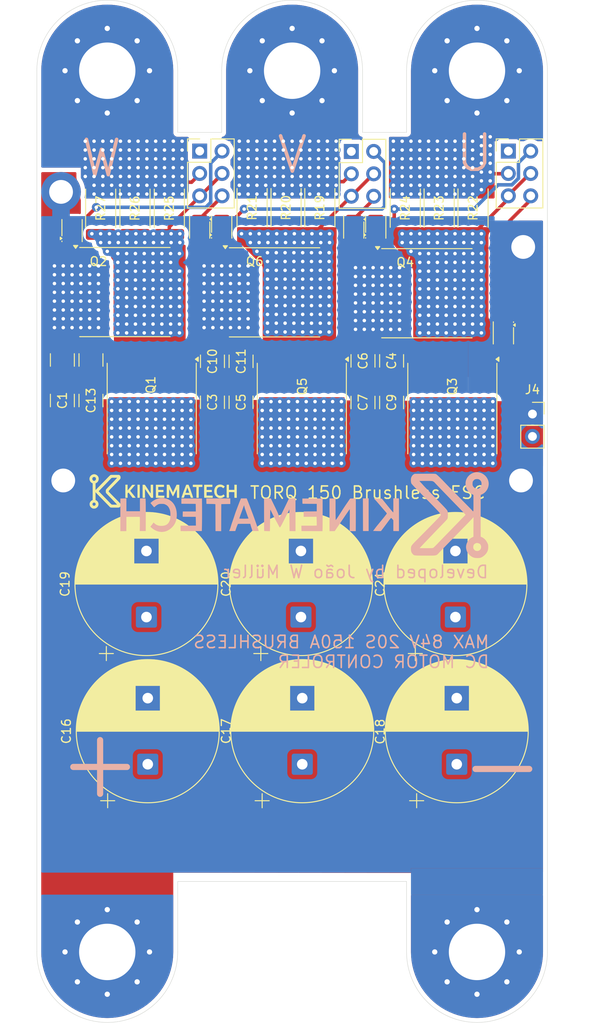
<source format=kicad_pcb>
(kicad_pcb (version 20241229) (generator "pcbnew") (generator_version "9.0")
  (layers (0 "F.Cu" signal) (2 "B.Cu" signal) (13 "F.Paste" user) (15 "B.Paste" user) (5 "F.SilkS" user "F.Silkscreen") (7 "B.SilkS" user "B.Silkscreen") (1 "F.Mask" user) (3 "B.Mask" user) (25 "Edge.Cuts" user))
  (net 0 "")
  (net 1 "Net-(C1-Pad2)")
  (net 2 "VBAT")
  (net 3 "GND")
  (net 4 "Net-(C13-Pad2)")
  (net 5 "Net-(C10-Pad1)")
  (net 6 "Net-(C4-Pad1)")
  (net 7 "Net-(C11-Pad1)")
  (net 8 "PB_IN_H")
  (net 9 "PB_CUR1")
  (net 10 "OUT_B")
  (net 11 "PB_IN_L")
  (net 12 "PC_IN_H")
  (net 13 "OUT_C")
  (net 14 "PC_CUR1")
  (net 15 "PC_IN_L")
  (net 16 "PA_IN_H")
  (net 17 "OUT_A")
  (net 18 "PA_CUR1")
  (net 19 "PA_IN_L")
  (net 20 "Net-(Q1-G)")
  (net 21 "Net-(Q2-G)")
  (net 22 "Net-(C6-Pad1)")
  (net 23 "Net-(Q3-G)")
  (net 24 "Net-(Q4-G)")
  (net 25 "Net-(Q5-G)")
  (net 26 "Net-(Q6-G)")
  (footprint "Capacitor_SMD:C_1210_3225Metric" (layer "F.Cu") (at 155.15 62.075 90)
    (property "Reference" "C2" (hide yes))
    (property "Value" "4,7uF")
  )
  (footprint "Capacitor_SMD:C_1210_3225Metric" (layer "F.Cu") (at 186.05 66.9 90)
    (property "Reference" "C7")
    (property "Value" "4,7uF")
  )
  (footprint "Connector_PinSocket_2.54mm:PinSocket_1x02_P2.54mm_Vertical" (layer "F.Cu") (at 205.3 68.21)
    (property "Reference" "J4")
    (property "Value" "Conn_01x02_Pin")
  )
  (footprint "Inductor_SMD:L_Coilcraft_0805HQ_2012Metric" (layer "F.Cu") (at 202 59 -90)
    (property "Reference" "FB4" (hide yes))
    (property "Value" "FerriteBead")
  )
  (footprint "Inductor_SMD:L_Coilcraft_0805HQ_2012Metric" (layer "F.Cu") (at 187.5 47 90)
    (property "Reference" "FB5" (hide yes))
    (property "Value" "FerriteBead")
  )
  (footprint "Connector_PinHeader_2.54mm:PinHeader_2x03_P2.54mm_Vertical" (layer "F.Cu") (at 184.725 38.41)
    (property "Reference" "J2" (hide yes))
    (property "Value" "Conn_02x03_Odd_Even")
  )
  (footprint "Resistor_SMD:R_2512_6332Metric" (layer "F.Cu") (at 194.7 44.8375 -90)
    (property "Reference" "R23")
    (property "Value" "0,5m")
  )
  (footprint "Capacitor_SMD:C_1210_3225Metric" (layer "F.Cu") (at 172.2 66.875 90)
    (property "Reference" "C5")
    (property "Value" "4,7uF")
  )
  (footprint "MountingHole:MountingHole_6.4mm_M6_Pad_Via" (layer "F.Cu") (at 157 29.25)
    (property "Reference" "H7" (hide yes))
    (property "Value" "MountingHole_Pad")
  )
  (footprint "Capacitor_THT:CP_Radial_D16.0mm_P7.50mm" (layer "F.Cu") (at 179.15 107.95 90)
    (property "Reference" "C17")
    (property "Value" "470uf")
  )
  (footprint "MountingHole:MountingHole_2.7mm_M2.5_ISO7380_Pad" (layer "F.Cu") (at 152 75.75)
    (property "Reference" "H4" (hide yes))
    (property "Value" "MountingHole_Pad")
  )
  (footprint "Capacitor_THT:CP_Radial_D16.0mm_P7.50mm" (layer "F.Cu") (at 179 91.25 90)
    (property "Reference" "C20")
    (property "Value" "470uf")
  )
  (footprint "Capacitor_SMD:C_1210_3225Metric" (layer "F.Cu") (at 151.9 66.675 90)
    (property "Reference" "C1")
    (property "Value" "4,7uF")
  )
  (footprint "Inductor_SMD:L_Coilcraft_0805HQ_2012Metric" (layer "F.Cu") (at 153 47.39 90)
    (property "Reference" "FB3" (hide yes))
    (property "Value" "FerriteBead")
  )
  (footprint "Capacitor_THT:CP_Radial_D16.0mm_P7.50mm" (layer "F.Cu") (at 196.7 107.95 90)
    (property "Reference" "C18")
    (property "Value" "470uf")
  )
  (footprint "Package_TO_SOT_SMD:Infineon_PG-HSOF-8-1" (layer "F.Cu") (at 176.07 54.4)
    (property "Reference" "Q6")
    (property "Value" "IPT015N10N5")
  )
  (footprint "Resistor_SMD:R_2512_6332Metric" (layer "F.Cu") (at 156.25 44.8625 -90)
    (property "Reference" "R27")
    (property "Value" "0,5m")
  )
  (footprint "Inductor_SMD:L_Coilcraft_0805HQ_2012Metric" (layer "F.Cu") (at 185 47 -90)
    (property "Reference" "FB6" (hide yes))
    (property "Value" "FerriteBead")
  )
  (footprint "Capacitor_SMD:C_1210_3225Metric" (layer "F.Cu") (at 151.9 62.075 90)
    (property "Reference" "C8" (hide yes))
    (property "Value" "4,7uF")
  )
  (footprint "Resistor_SMD:R_2512_6332Metric" (layer "F.Cu") (at 198.55 44.8375 -90)
    (property "Reference" "R22")
    (property "Value" "0,5m")
  )
  (footprint "Connector_PinHeader_2.54mm:PinHeader_2x03_P2.54mm_Vertical" (layer "F.Cu") (at 202.56 38.37)
    (property "Reference" "J3" (hide yes))
    (property "Value" "Conn_02x03_Odd_Even")
  )
  (footprint "Resistor_SMD:R_2512_6332Metric" (layer "F.Cu") (at 173.45 44.8 -90)
    (property "Reference" "R21")
    (property "Value" "0,5m")
  )
  (footprint "Package_TO_SOT_SMD:Infineon_PG-HSOF-8-1" (layer "F.Cu") (at 196.2 67.65 -90)
    (property "Reference" "Q3")
    (property "Value" "IPT015N10N5")
  )
  (footprint "Resistor_SMD:R_2512_6332Metric" (layer "F.Cu") (at 160.15 44.8625 -90)
    (property "Reference" "R26")
    (property "Value" "0,5m")
  )
  (footprint "Resistor_SMD:R_2512_6332Metric" (layer "F.Cu") (at 164.05 44.8625 -90)
    (property "Reference" "R25")
    (property "Value" "0,5m")
  )
  (footprint "Package_TO_SOT_SMD:Infineon_PG-HSOF-8-1" (layer "F.Cu") (at 179.1 67.65 -90)
    (property "Reference" "Q5")
    (property "Value" "IPT015N10N5")
  )
  (footprint "Capacitor_THT:CP_Radial_D16.0mm_P7.50mm" (layer "F.Cu") (at 196.55 91.25 90)
    (property "Reference" "C21")
    (property "Value" "470uf")
  )
  (footprint "Resistor_SMD:R_2512_6332Metric" (layer "F.Cu") (at 177.31 44.8 -90)
    (property "Reference" "R20")
    (property "Value" "0,5m")
  )
  (footprint "MountingHole:MountingHole_2.7mm_M2.5_ISO7380_Pad" (layer "F.Cu") (at 204.25 49.25)
    (property "Reference" "H1" (hide yes))
    (property "Value" "MountingHole_Pad")
  )
  (footprint "Capacitor_SMD:C_1210_3225Metric" (layer "F.Cu") (at 189.3 62.175 90)
    (property "Reference" "C4")
    (property "Value" "4,7uF")
  )
  (footprint "MountingHole:MountingHole_6.4mm_M6_Pad_Via" (layer "F.Cu") (at 178 29.25)
    (property "Reference" "H5" (hide yes))
    (property "Value" "MountingHole_Pad")
  )
  (footprint "Resistor_SMD:R_2512_6332Metric" (layer "F.Cu") (at 190.85 44.8375 -90)
    (property "Reference" "R24")
    (property "Value" "0,5m")
  )
  (footprint "Package_TO_SOT_SMD:Infineon_PG-HSOF-8-1" (layer "F.Cu") (at 162.05 67.65 -90)
    (property "Reference" "Q1")
    (property "Value" "IPT015N10N5")
  )
  (footprint "Capacitor_SMD:C_1210_3225Metric" (layer "F.Cu") (at 155.15 66.675 90)
    (property "Reference" "C13")
    (property "Value" "4,7uF")
  )
  (footprint "Inductor_SMD:L_Coilcraft_0805HQ_2012Metric" (layer "F.Cu") (at 170 47 90)
    (property "Reference" "FB1" (hide yes))
    (property "Value" "FerriteBead")
  )
  (footprint "Capacitor_THT:CP_Radial_D16.0mm_P7.50mm" (layer "F.Cu") (at 161.45 91.25 90)
    (property "Reference" "C19")
    (property "Value" "470uf")
  )
  (footprint "Capacitor_THT:CP_Radial_D16.0mm_P7.50mm" (layer "F.Cu") (at 161.6 107.95 90)
    (property "Reference" "C16")
    (property "Value" "470uf")
  )
  (footprint "Capacitor_SMD:C_1210_3225Metric" (layer "F.Cu") (at 186.05 62.175 90)
    (property "Reference" "C6")
    (property "Value" "4,7uF")
  )
  (footprint "MountingHole:MountingHole_6.4mm_M6_Pad_Via" (layer "F.Cu") (at 157 129.25)
    (property "Reference" "H8" (hide yes))
    (property "Value" "MountingHole_Pad")
  )
  (footprint "Capacitor_SMD:C_1210_3225Metric" (layer "F.Cu") (at 168.95 66.875 90)
    (property "Reference" "C3")
    (property "Value" "4,7uF")
  )
  (footprint "Capacitor_SMD:C_1210_3225Metric" (layer "F.Cu") (at 168.95 62.225 90)
    (property "Reference" "C10")
    (property "Value" "4,7uF")
  )
  (footprint "MountingHole:MountingHole_2.7mm_M2.5_ISO7380_Pad" (layer "F.Cu") (at 204 75.75)
    (property "Reference" "H3" (hide yes))
    (property "Value" "MountingHole_Pad")
  )
  (footprint "Capacitor_SMD:C_1210_3225Metric" (layer "F.Cu") (at 189.3 66.9 90)
    (property "Reference" "C9")
    (property "Value" "4,7uF")
  )
  (footprint "Package_TO_SOT_SMD:Infineon_PG-HSOF-8-1" (layer "F.Cu") (at 193.37 54.5)
    (property "Reference" "Q4")
    (property "Value" "IPT015N10N5")
  )
  (footprint "Package_TO_SOT_SMD:Infineon_PG-HSOF-8-1" (layer "F.Cu") (at 159.07 54.37)
    (property "Reference" "Q2")
    (property "Value" "IPT015N10N5")
  )
  (footprint "Capacitor_SMD:C_1210_3225Metric" (layer "F.Cu") (at 172.2 62.225 90)
    (property "Reference" "C11")
    (property "Value" "4,7uF")
  )
  (footprint "MountingHole:MountingHole_6.4mm_M6_Pad_Via" (layer "F.Cu") (at 199 29.25)
    (property "Reference" "H6" (hide yes))
    (property "Value" "MountingHole_Pad")
  )
  (footprint "MountingHole:MountingHole_2.7mm_M2.5_ISO7380_Pad" (layer "F.Cu") (at 151.75 43)
    (property "Reference" "H2" (hide yes))
    (property "Value" "MountingHole_Pad")
  )
  (footprint "Connector_PinHeader_2.54mm:PinHeader_2x03_P2.54mm_Vertical" (layer "F.Cu") (at 167.5 38.37)
    (property "Reference" "J1" (hide yes))
    (property "Value" "Conn_02x03_Odd_Even")
  )
  (footprint "MountingHole:MountingHole_6.4mm_M6_Pad_Via" (layer "F.Cu") (at 199 129.25)
    (property "Reference" "H9" (hide yes))
    (property "Value" "MountingHole_Pad")
  )
  (footprint "Inductor_SMD:L_Coilcraft_0805HQ_2012Metric" (layer "F.Cu") (at 167.5 47 -90)
    (property "Reference" "FB2" (hide yes))
    (property "Value" "FerriteBead")
  )
  (footprint "Resistor_SMD:R_2512_6332Metric" (layer "F.Cu") (at 181.15 44.8 -90)
    (property "Reference" "R19")
    (property "Value" "0,5m")
  )
  (gr_poly (pts (xy 169.85396 76.21404) (xy 169.886772 76.216327) (xy 169.919326 76.220165) (xy 169.951585 76.225546) (xy 169.983508 76.232466) (xy 170.015058 76.240917) (xy 170.046195 76.250894) (xy 170.076881 76.26239) (xy 170.107078 76.275399) (xy 170.136746 76.289915) (xy 170.165846 76.305931) (xy 170.19434 76.323442) (xy 170.223875 76.342608) (xy 170.248845 76.359293) (xy 170.258812 76.366179) (xy 170.266671 76.371812) (xy 170.272099 76.375981) (xy 170.273801 76.377451) (xy 170.274774 76.378476) (xy 170.276585 76.380235) (xy 170.279536 76.383023) (xy 170.28348 76.38668) (xy 170.288268 76.391043) (xy 170.293749 76.395953) (xy 170.299777 76.401247) (xy 170.306201 76.406764) (xy 170.312873 76.412343) (xy 170.346739 76.439859) (xy 170.265249 76.536167) (xy 170.233383 76.573539) (xy 170.219093 76.589894) (xy 170.206379 76.604165) (xy 170.195599 76.615955) (xy 170.187114 76.624868) (xy 170.181283 76.630507) (xy 170.179475 76.631975) (xy 170.178465 76.632475) (xy 170.1781 76.63251) (xy 170.177602 76.632417) (xy 170.176977 76.632201) (xy 170.176227 76.631863) (xy 170.17437 76.630838) (xy 170.172065 76.629366) (xy 170.169345 76.627473) (xy 170.166243 76.625182) (xy 170.162789 76.62252) (xy 170.159018 76.61951) (xy 170.154962 76.616178) (xy 170.150653 76.612549) (xy 170.146124 76.608646) (xy 170.141407 76.604495) (xy 170.136535 76.600121) (xy 170.131541 76.595549) (xy 170.126457 76.590803) (xy 170.121315 76.585908) (xy 170.115719 76.580867) (xy 170.109682 76.575689) (xy 170.103261 76.570412) (xy 170.096511 76.565072) (xy 170.082248 76.554357) (xy 170.067341 76.543839) (xy 170.052235 76.533818) (xy 170.037376 76.524591) (xy 170.023213 76.516455) (xy 170.016531 76.512889) (xy 170.01019 76.509708) (xy 170.000673 76.505015) (xy 169.991845 76.500838) (xy 169.983529 76.497148) (xy 169.975546 76.493916) (xy 169.967719 76.491111) (xy 169.959868 76.488705) (xy 169.951815 76.486667) (xy 169.943383 76.48497) (xy 169.934392 76.483582) (xy 169.924666 76.482475) (xy 169.914024 76.481619) (xy 169.90229 76.480984) (xy 169.889284 76.480542) (xy 169.874829 76.480263) (xy 169.840857 76.480075) (xy 169.807709 76.480259) (xy 169.780466 76.480951) (xy 169.76867 76.481554) (xy 169.757885 76.482363) (xy 169.747956 76.483405) (xy 169.738728 76.484705) (xy 169.730045 76.486291) (xy 169.721753 76.488188) (xy 169.713697 76.490423) (xy 169.705721 76.493023) (xy 169.697671 76.496013) (xy 169.689391 76.49942) (xy 169.671523 76.507591) (xy 169.656821 76.514629) (xy 169.642853 76.521871) (xy 169.629587 76.529348) (xy 169.616986 76.537092) (xy 169.605019 76.545134) (xy 169.593649 76.553505) (xy 169.582844 76.562235) (xy 169.57257 76.571356) (xy 169.562791 76.580898) (xy 169.553474 76.590894) (xy 169.544585 76.601373) (xy 169.53609 76.612366) (xy 169.527955 76.623906) (xy 169.520145 76.636022) (xy 169.512627 76.648745) (xy 169.505366 76.662108) (xy 169.495688 76.681207) (xy 169.486878 76.700109) (xy 169.478912 76.71896) (xy 169.471764 76.737911) (xy 169.46541 76.75711) (xy 169.459825 76.776705) (xy 169.454984 76.796847) (xy 169.450862 76.817683) (xy 169.447435 76.839362) (xy 169.444677 76.862034) (xy 169.442565 76.885846) (xy 169.441072 76.910948) (xy 169.440175 76.937489) (xy 169.439849 76.965618) (xy 169.440068 76.995483) (xy 169.440808 77.027233) (xy 169.44243 77.077268) (xy 169.444462 77.117158) (xy 169.44579 77.134097) (xy 169.447412 77.149458) (xy 169.449389 77.16356) (xy 169.451787 77.176722) (xy 169.454669 77.189265) (xy 169.458098 77.201506) (xy 169.462138 77.213767) (xy 169.466852 77.226365) (xy 169.472304 77.23962) (xy 169.478558 77.253852) (xy 169.493724 77.286524) (xy 169.499212 77.297473) (xy 169.504963 77.308093) (xy 169.510977 77.318385) (xy 169.517256 77.328351) (xy 169.523801 77.33799) (xy 169.530615 77.347304) (xy 169.537699 77.356293) (xy 169.545053 77.364956) (xy 169.552681 77.373296) (xy 169.560583 77.381313) (xy 169.568761 77.389006) (xy 169.577217 77.396378) (xy 169.585952 77.403427) (xy 169.594967 77.410156) (xy 169.604264 77.416564) (xy 169.613845 77.422652) (xy 169.623711 77.428421) (xy 169.633865 77.433871) (xy 169.644306 77.439003) (xy 169.655037 77.443817) (xy 169.66606 77.448314) (xy 169.677376 77.452495) (xy 169.688986 77.456359) (xy 169.700893 77.459909) (xy 169.713097 77.463144) (xy 169.7256 77.466064) (xy 169.738404 77.468672) (xy 169.751511 77.470966) (xy 169.778637 77.474617) (xy 169.806991 77.477024) (xy 169.835123 77.478263) (xy 169.862388 77.478403) (xy 169.888809 77.477436) (xy 169.914411 77.475354) (xy 169.93922 77.47215) (xy 169.96326 77.467816) (xy 169.986556 77.462344) (xy 170.009132 77.455726) (xy 170.031014 77.447954) (xy 170.052226 77.439022) (xy 170.072793 77.42892) (xy 170.09274 77.417642) (xy 170.112092 77.40518) (xy 170.130874 77.391525) (xy 170.14911 77.37667) (xy 170.166825 77.360608) (xy 170.171335 77.35617) (xy 170.175723 77.351996) (xy 170.179966 77.348101) (xy 170.184039 77.344501) (xy 170.18792 77.341211) (xy 170.191586 77.338246) (xy 170.195013 77.335622) (xy 170.198178 77.333355) (xy 170.201057 77.33146) (xy 170.203628 77.329953) (xy 170.205868 77.328849) (xy 170.207752 77.328163) (xy 170.208554 77.327982) (xy 170.209258 77.327911) (xy 170.209862 77.327953) (xy 170.210362 77.328109) (xy 170.210757 77.328382) (xy 170.211042 77.328772) (xy 170.211216 77.329283) (xy 170.211274 77.329916) (xy 170.211366 77.330622) (xy 170.21164 77.331544) (xy 170.212713 77.334015) (xy 170.214455 77.337276) (xy 170.21683 77.341276) (xy 170.2198 77.345965) (xy 170.223329 77.351291) (xy 170.231911 77.36365) (xy 170.242279 77.377944) (xy 170.254136 77.393763) (xy 170.267183 77.410699) (xy 170.281124 77.428341) (xy 170.350972 77.514066) (xy 170.304406 77.556399) (xy 170.283867 77.574408) (xy 170.263127 77.591529) (xy 170.242182 77.607766) (xy 170.221029 77.623124) (xy 170.199666 77.637608) (xy 170.178088 77.651222) (xy 170.156293 77.663971) (xy 170.134279 77.675859) (xy 170.112041 77.686892) (xy 170.089576 77.697073) (xy 170.066883 77.706408) (xy 170.043956 77.714902) (xy 170.020794 77.722558) (xy 169.997394 77.729381) (xy 169.973751 77.735377) (xy 169.949864 77.74055) (xy 169.920415 77.74581) (xy 169.906916 77.747924) (xy 169.894054 77.749694) (xy 169.881694 77.751124) (xy 169.869702 77.752214) (xy 169.857942 77.752966) (xy 169.84628 77.753382) (xy 169.834581 77.753463) (xy 169.822709 77.75321) (xy 169.810531 77.752626) (xy 169.797911 77.751712) (xy 169.784714 77.750469) (xy 169.770806 77.748898) (xy 169.740315 77.744783) (xy 169.740316 77.744784) (xy 169.715772 77.74084) (xy 169.691355 77.735754) (xy 169.667069 77.729523) (xy 169.642915 77.722146) (xy 169.618899 77.713622) (xy 169.595021 77.70395) (xy 169.571287 77.693127) (xy 169.547698 77.681152) (xy 169.524258 77.668024) (xy 169.50097 77.653741) (xy 169.477837 77.638301) (xy 169.454862 77.621704) (xy 169.432049 77.603946) (xy 169.409399 77.585028) (xy 169.386918 77.564947) (xy 169.364607 77.543701) (xy 169.335126 77.51303) (xy 169.307806 77.480947) (xy 169.282646 77.447454) (xy 169.25965 77.412551) (xy 169.238817 77.37624) (xy 169.22015 77.338523) (xy 169.203651 77.299402) (xy 169.18932 77.258877) (xy 169.17716 77.216951) (xy 169.167172 77.173625) (xy 169.159357 77.128901) (xy 169.153717 77.08278) (xy 169.150254 77.035264) (xy 169.148969 76.986354) (xy 169.149864 76.936052) (xy 169.15294 76.884359) (xy 169.160314 76.819516) (xy 169.171651 76.757233) (xy 169.186845 76.697638) (xy 169.20579 76.64086) (xy 169.228382 76.587027) (xy 169.254515 76.536269) (xy 169.284083 76.488713) (xy 169.316982 76.444489) (xy 169.353104 76.403726) (xy 169.392346 76.366551) (xy 169.434602 76.333094) (xy 169.456827 76.317799) (xy 169.479767 76.303483) (xy 169.503406 76.29016) (xy 169.527734 76.277847) (xy 169.552735 76.26656) (xy 169.578398 76.256315) (xy 169.604709 76.247128) (xy 169.631655 76.239015) (xy 169.659222 76.231992) (xy 169.687398 76.226076) (xy 169.720915 76.220518) (xy 169.754369 76.216542) (xy 169.78772 76.214141) (xy 169.82093 76.213309)) (fill yes) (layer "F.SilkS"))
  (gr_poly (pts (xy 161.143475 76.233483) (xy 161.272592 76.236658) (xy 161.371016 76.379533) (xy 161.469557 76.523003) (xy 161.549743 76.642264) (xy 161.619411 76.749222) (xy 161.6864 76.855783) (xy 161.762616 76.974895) (xy 161.837344 77.087955) (xy 161.896396 77.173829) (xy 161.915609 77.199967) (xy 161.921862 77.20768) (xy 161.925582 77.211383) (xy 161.926075 77.211053) (xy 161.926561 77.209486) (xy 161.927511 77.202751) (xy 161.929303 77.175664) (xy 161.930922 77.131909) (xy 161.93233 77.07327) (xy 161.93349 77.001535) (xy 161.934364 76.918489) (xy 161.935108 76.725608) (xy 161.935108 76.233485) (xy 162.072691 76.232427) (xy 162.210275 76.232427) (xy 162.210275 76.975377) (xy 162.210275 77.718326) (xy 162.091741 77.717268) (xy 161.974267 77.71621) (xy 161.875841 77.574393) (xy 161.760748 77.405721) (xy 161.621842 77.199743) (xy 161.489137 77.00405) (xy 161.387288 76.855784) (xy 161.320167 76.7607) (xy 161.300838 76.734899) (xy 161.291641 76.724551) (xy 161.290885 76.726741) (xy 161.290203 76.733937) (xy 161.289062 76.762337) (xy 161.288218 76.807727) (xy 161.287673 76.868087) (xy 161.287474 77.02563) (xy 161.288466 77.218792) (xy 161.291641 77.718325) (xy 161.157233 77.718325) (xy 161.104614 77.717961) (xy 161.060924 77.717002) (xy 161.030729 77.715646) (xy 161.022118 77.714881) (xy 161.019683 77.714488) (xy 161.018592 77.714091) (xy 161.018592 77.714093) (xy 161.017802 77.698185) (xy 161.017037 77.654098) (xy 161.015681 77.493695) (xy 161.014722 77.257488) (xy 161.014358 76.970084) (xy 161.014358 76.230309)) (fill yes) (layer "F.SilkS"))
  (gr_poly (pts (xy 165.030733 76.233484) (xy 165.185249 76.236659) (xy 165.184191 76.971142) (xy 165.182868 77.491312) (xy 165.181512 77.650393) (xy 165.179957 77.709859) (xy 165.177615 77.710477) (xy 165.171981 77.711135) (xy 165.15206 77.712522) (xy 165.12264 77.713934) (xy 165.086163 77.715283) (xy 165.001811 77.71745) (xy 164.958822 77.718093) (xy 164.91855 77.718326) (xy 164.917227 77.679151) (xy 164.91511 77.572409) (xy 164.912597 77.41427) (xy 164.910083 77.22091) (xy 164.906097 76.934895) (xy 164.904222 76.848095) (xy 164.902013 76.791755) (xy 164.899158 76.760617) (xy 164.897392 76.752855) (xy 164.895349 76.749422) (xy 164.892989 76.74966) (xy 164.890274 76.752911) (xy 164.883624 76.765826) (xy 164.858322 76.81953) (xy 164.825267 76.887088) (xy 164.74538 77.045359) (xy 164.662912 77.203828) (xy 164.626633 77.271633) (xy 164.596816 77.325685) (xy 164.582876 77.351051) (xy 164.566257 77.381776) (xy 164.549043 77.414088) (xy 164.533316 77.444218) (xy 164.518681 77.471503) (xy 164.504344 77.497399) (xy 164.497752 77.508896) (xy 164.491792 77.518929) (xy 164.486652 77.527127) (xy 164.482515 77.533118) (xy 164.479888 77.53702) (xy 164.477519 77.540375) (xy 164.476412 77.541839) (xy 164.475346 77.543157) (xy 164.474313 77.544324) (xy 164.473305 77.545338) (xy 164.472313 77.546196) (xy 164.471331 77.546893) (xy 164.47035 77.547428) (xy 164.469363 77.547796) (xy 164.46836 77.547994) (xy 164.467335 77.548019) (xy 164.46628 77.547868) (xy 164.465185 77.547537) (xy 164.464045 77.547024) (xy 164.462849 77.546324) (xy 164.461592 77.545434) (xy 164.460264 77.544352) (xy 164.458857 77.543074) (xy 164.457365 77.541596) (xy 164.455778 77.539916) (xy 164.454089 77.538029) (xy 164.45229 77.535933) (xy 164.450374 77.533625) (xy 164.446154 77.528358) (xy 164.441367 77.5222) (xy 164.435949 77.515127) (xy 164.431969 77.509695) (xy 164.426829 77.501834) (xy 164.413393 77.479425) (xy 164.396286 77.449103) (xy 164.376153 77.412072) (xy 164.353638 77.369534) (xy 164.329388 77.322692) (xy 164.304046 77.272749) (xy 164.278257 77.22091) (xy 164.178377 77.020752) (xy 164.139102 76.943643) (xy 164.114215 76.896002) (xy 164.106069 76.880658) (xy 164.097662 76.864334) (xy 164.08101 76.830782) (xy 164.066144 76.799412) (xy 164.05997 76.785817) (xy 164.054949 76.774293) (xy 164.035898 76.723493) (xy 164.030606 77.218793) (xy 164.025315 77.714094) (xy 163.889848 77.71621) (xy 163.75544 77.718326) (xy 163.755441 76.975377) (xy 163.755441 76.231368) (xy 163.8962 76.231368) (xy 163.937965 76.231492) (xy 163.97116 76.231963) (xy 163.996938 76.232931) (xy 164.007406 76.233647) (xy 164.016453 76.234543) (xy 164.024222 76.235637) (xy 164.030858 76.236949) (xy 164.036505 76.238496) (xy 164.041307 76.240298) (xy 164.045409 76.242372) (xy 164.048954 76.244738) (xy 164.052086 76.247413) (xy 164.05495 76.250418) (xy 164.056896 76.252424) (xy 164.058762 76.254465) (xy 164.06054 76.256524) (xy 164.062226 76.258587) (xy 164.063813 76.260637) (xy 164.065293 76.262659) (xy 164.066663 76.264638) (xy 164.067914 76.266557) (xy 164.069042 76.268403) (xy 164.070039 76.270158) (xy 164.0709 76.271808) (xy 164.071618 76.273337) (xy 164.072188 76.27473) (xy 164.072602 76.275971) (xy 164.072855 76.277044) (xy 164.072941 76.277934) (xy 164.078569 76.29162) (xy 164.094951 76.326898) (xy 164.156946 76.456131) (xy 164.252874 76.653427) (xy 164.376682 76.906584) (xy 164.412302 76.976996) (xy 164.442564 77.034906) (xy 164.454755 77.057251) (xy 164.464491 77.074164) (xy 164.471399 77.084875) (xy 164.473677 77.087665) (xy 164.475108 77.088617) (xy 164.475554 77.088481) (xy 164.476096 77.08808) (xy 164.476732 77.087419) (xy 164.477458 77.086506) (xy 164.47917 77.083949) (xy 164.48121 77.080464) (xy 164.483553 77.076104) (xy 164.486177 77.070925) (xy 164.489058 77.064979) (xy 164.492174 77.058322) (xy 164.499014 77.04309) (xy 164.506511 77.025662) (xy 164.514479 77.006474) (xy 164.522733 76.985959) (xy 164.540737 76.940884) (xy 164.559212 76.89643) (xy 164.579622 76.849446) (xy 164.60343 76.796782) (xy 164.6321 76.735287) (xy 164.667096 76.661811) (xy 164.761916 76.466317) (xy 164.877274 76.230309)) (fill yes) (layer "F.SilkS"))
  (gr_poly (pts (xy 168.941274 76.353076) (xy 168.941274 76.474784) (xy 168.616366 76.476901) (xy 168.290399 76.480076) (xy 168.287224 76.652584) (xy 168.285107 76.824035) (xy 168.580382 76.824035) (xy 168.876716 76.824035) (xy 168.879891 76.941509) (xy 168.88054 76.965187) (xy 168.880916 76.987464) (xy 168.880949 77.025779) (xy 168.880656 77.040801) (xy 168.880189 77.052386) (xy 168.879573 77.060028) (xy 168.879217 77.062211) (xy 168.878833 77.063218) (xy 168.876924 77.063614) (xy 168.872092 77.064007) (xy 168.854277 77.064772) (xy 168.79033 77.066128) (xy 168.696816 77.067087) (xy 168.583558 77.067451) (xy 168.377315 77.068112) (xy 168.313732 77.06879) (xy 168.28934 77.069567) (xy 168.288853 77.074297) (xy 168.288216 77.086368) (xy 168.286695 77.129363) (xy 168.285173 77.192202) (xy 168.284536 77.229078) (xy 168.284049 77.268534) (xy 168.280874 77.464326) (xy 168.629066 77.467502) (xy 168.978315 77.469618) (xy 168.978315 77.590268) (xy 168.977935 77.637612) (xy 168.97686 77.676919) (xy 168.976093 77.692288) (xy 168.97519 77.704122) (xy 168.974163 77.711913) (xy 168.973606 77.714133) (xy 168.973023 77.715152) (xy 168.933187 77.715896) (xy 168.828958 77.716342) (xy 168.676112 77.716193) (xy 168.490424 77.715152) (xy 168.490424 77.715151) (xy 168.012058 77.713034) (xy 168.00465 77.424109) (xy 168.002516 77.27715) (xy 168.001077 77.089015) (xy 168.00063 76.884012) (xy 168.001473 76.686451) (xy 168.004649 76.23666) (xy 168.473491 76.233485) (xy 168.941274 76.231368)) (fill yes) (layer "F.SilkS"))
  (gr_poly (pts (xy 163.443233 76.355193) (xy 163.443038 76.381298) (xy 163.442472 76.404687) (xy 163.441558 76.425124) (xy 163.440322 76.442373) (xy 163.438789 76.4562) (xy 163.436982 76.466368) (xy 163.435984 76.470006) (xy 163.434927 76.472641) (xy 163.433815 76.474244) (xy 163.433239 76.474649) (xy 163.43265 76.474784) (xy 163.33224 76.475578) (xy 163.105625 76.477959) (xy 162.789182 76.480076) (xy 162.790241 76.64941) (xy 162.790241 76.818743) (xy 163.087632 76.821918) (xy 163.385023 76.824035) (xy 163.385023 76.946801) (xy 163.385023 77.068509) (xy 163.091865 77.066393) (xy 162.797649 77.065335) (xy 162.792357 77.259011) (xy 162.790389 77.335111) (xy 162.789314 77.39871) (xy 162.789231 77.443259) (xy 162.789593 77.456344) (xy 162.79024 77.46221) (xy 162.79243 77.462991) (xy 162.798089 77.463744) (xy 162.819096 77.465154) (xy 162.851836 77.466414) (xy 162.894883 77.467502) (xy 162.946809 77.46839) (xy 163.006189 77.469056) (xy 163.141607 77.469618) (xy 163.48874 77.469618) (xy 163.485565 77.591326) (xy 163.482389 77.714093) (xy 163.005081 77.716209) (xy 162.528831 77.718325) (xy 162.525658 77.575451) (xy 162.524269 77.472941) (xy 162.523277 77.299094) (xy 162.522483 76.834618) (xy 162.522483 76.23666) (xy 162.982858 76.23666) (xy 163.443233 76.23666)) (fill yes) (layer "F.SilkS"))
  (gr_poly (pts (xy 155.537351 75.038626) (xy 155.546428 75.039297) (xy 155.555622 75.040325) (xy 155.56511 75.041719) (xy 155.575071 75.043488) (xy 155.585683 75.045641) (xy 155.597124 75.048188) (xy 155.623209 75.054501) (xy 155.645514 75.060584) (xy 155.667375 75.067507) (xy 155.688773 75.07525) (xy 155.70969 75.083789) (xy 155.73011 75.093105) (xy 155.750015 75.103175) (xy 155.769387 75.113978) (xy 155.788209 75.125492) (xy 155.806464 75.137696) (xy 155.824134 75.150569) (xy 155.841202 75.164088) (xy 155.85765 75.178233) (xy 155.873461 75.192982) (xy 155.888617 75.208313) (xy 155.903101 75.224204) (xy 155.916896 75.240636) (xy 155.929984 75.257584) (xy 155.942347 75.27503) (xy 155.953969 75.292949) (xy 155.964831 75.311323) (xy 155.974917 75.330128) (xy 155.984208 75.349343) (xy 155.992688 75.368947) (xy 156.000339 75.388918) (xy 156.007143 75.409235) (xy 156.013084 75.429876) (xy 156.018143 75.45082) (xy 156.022303 75.472045) (xy 156.025548 75.493529) (xy 156.027858 75.515252) (xy 156.029218 75.537192) (xy 156.029608 75.559326) (xy 156.027999 75.59964) (xy 156.02398 75.638802) (xy 156.01757 75.676777) (xy 156.008789 75.713529) (xy 155.997658 75.749021) (xy 155.984197 75.783219) (xy 155.968426 75.816087) (xy 155.950366 75.84759) (xy 155.930035 75.87769) (xy 155.907456 75.906354) (xy 155.882646 75.933545) (xy 155.855628 75.959227) (xy 155.826421 75.983366) (xy 155.795045 76.005924) (xy 155.76152 76.026867) (xy 155.725867 76.04616) (xy 155.669775 76.073676) (xy 155.669775 76.449384) (xy 155.670089 76.662241) (xy 155.670836 76.728288) (xy 155.672289 76.772705) (xy 155.674684 76.799461) (xy 155.676309 76.807457) (xy 155.678258 76.812525) (xy 155.680561 76.815163) (xy 155.683246 76.815865) (xy 155.689883 76.813451) (xy 155.692052 76.812411) (xy 155.694185 76.811283) (xy 155.696271 76.810077) (xy 155.6983 76.808804) (xy 155.700261 76.807476) (xy 155.702143 76.806103) (xy 155.703935 76.804695) (xy 155.705626 76.803265) (xy 155.707206 76.801822) (xy 155.708663 76.800377) (xy 155.709986 76.798942) (xy 155.711166 76.797526) (xy 155.71219 76.796142) (xy 155.713049 76.7948) (xy 155.713731 76.79351) (xy 155.714225 76.792284) (xy 155.717021 76.788707) (xy 155.724839 76.780132) (xy 155.754491 76.749042) (xy 155.862524 76.638429) (xy 156.021555 76.477215) (xy 156.214816 76.282168) (xy 156.604945 75.888468) (xy 156.753425 75.737159) (xy 156.843466 75.643993) (xy 157.056291 75.42247) (xy 157.141904 75.335547) (xy 157.214148 75.264051) (xy 157.273394 75.207637) (xy 157.320014 75.165957) (xy 157.354381 75.138664) (xy 157.367085 75.130303) (xy 157.376866 75.12541) (xy 157.384466 75.122965) (xy 157.393262 75.120782) (xy 157.403683 75.11885) (xy 157.416157 75.117158) (xy 157.431111 75.115696) (xy 157.448973 75.114452) (xy 157.470172 75.113416) (xy 157.495135 75.112577) (xy 157.52429 75.111924) (xy 157.558064 75.111447) (xy 157.641185 75.110973) (xy 157.74792 75.111071) (xy 157.881691 75.111651) (xy 158.342067 75.114826) (xy 158.387575 75.140227) (xy 158.392712 75.143413) (xy 158.397801 75.146817) (xy 158.407819 75.154251) (xy 158.417596 75.162483) (xy 158.427097 75.171464) (xy 158.436288 75.181145) (xy 158.445134 75.191479) (xy 158.453602 75.202418) (xy 158.461658 75.213913) (xy 158.469267 75.225917) (xy 158.476396 75.238381) (xy 158.48301 75.251257) (xy 158.489075 75.264498) (xy 158.494558 75.278055) (xy 158.499423 75.29188) (xy 158.503637 75.305926) (xy 158.507166 75.320143) (xy 158.509475 75.333468) (xy 158.511253 75.347914) (xy 158.512512 75.363287) (xy 158.513268 75.379393) (xy 158.513534 75.396039) (xy 158.513324 75.413031) (xy 158.512652 75.430174) (xy 158.511532 75.447275) (xy 158.509978 75.464141) (xy 158.508003 75.480578) (xy 158.505623 75.496391) (xy 158.50285 75.511387) (xy 158.499699 75.525373) (xy 158.496184 75.538153) (xy 158.492318 75.549536) (xy 158.488116 75.559326) (xy 158.485128 75.563901) (xy 158.479437 75.571168) (xy 158.46055 75.593143) (xy 158.432659 75.623973) (xy 158.396968 75.662381) (xy 158.354678 75.70709) (xy 158.306993 75.756821) (xy 158.255116 75.810298) (xy 158.20025 75.866243) (xy 157.718658 76.353076) (xy 157.428063 76.649409) (xy 157.276176 76.809218) (xy 157.235907 76.854792) (xy 157.210708 76.886476) (xy 157.198742 76.902589) (xy 157.187606 76.918144) (xy 157.177538 76.93278) (xy 157.168771 76.94614) (xy 157.161543 76.957862) (xy 157.156088 76.967588) (xy 157.154099 76.97159) (xy 157.152642 76.974957) (xy 157.151746 76.977646) (xy 157.151441 76.97961) (xy 157.151988 76.983063) (xy 157.153695 76.987537) (xy 157.156662 76.993137) (xy 157.160989 76.999967) (xy 157.174121 77.017729) (xy 157.19389 77.041655) (xy 157.221094 77.072576) (xy 157.256532 77.111323) (xy 157.301002 77.158727) (xy 157.355303 77.215619) (xy 157.496588 77.361189) (xy 157.686776 77.554682) (xy 157.932254 77.802746) (xy 158.239408 78.112027) (xy 158.32454 78.198333) (xy 158.389642 78.266295) (xy 158.415523 78.294673) (xy 158.437405 78.319996) (xy 158.455626 78.342772) (xy 158.470522 78.363513) (xy 158.482428 78.382729) (xy 158.491682 78.400929) (xy 158.49862 78.418624) (xy 158.503578 78.436323) (xy 158.506893 78.454538) (xy 158.5089 78.473777) (xy 158.509938 78.49455) (xy 158.510341 78.517369) (xy 158.510289 78.536551) (xy 158.509727 78.554841) (xy 158.508641 78.572287) (xy 158.507017 78.588939) (xy 158.504841 78.604847) (xy 158.5021 78.620061) (xy 158.498778 78.634629) (xy 158.494863 78.648602) (xy 158.49034 78.66203) (xy 158.485195 78.674962) (xy 158.479415 78.687447) (xy 158.472985 78.699535) (xy 158.465892 78.711276) (xy 158.458121 78.722719) (xy 158.449659 78.733914) (xy 158.440491 78.744911) (xy 158.42748 78.759791) (xy 158.421464 78.766509) (xy 158.415625 78.772768) (xy 158.409849 78.778585) (xy 158.404024 78.783976) (xy 158.398037 78.788957) (xy 158.391775 78.793545) (xy 158.385125 78.797756) (xy 158.377976 78.801606) (xy 158.370213 78.805113) (xy 158.361724 78.808293) (xy 158.352396 78.811162) (xy 158.342117 78.813736) (xy 158.330774 78.816033) (xy 158.318254 78.818068) (xy 158.304444 78.819859) (xy 158.289231 78.82142) (xy 158.272503 78.82277) (xy 158.254146 78.823924) (xy 158.234049 78.8249) (xy 158.212098 78.825712) (xy 158.18818 78.826379) (xy 158.162183 78.826915) (xy 158.1035 78.827666) (xy 158.035146 78.828096) (xy 157.865817 78.828519) (xy 157.691408 78.828856) (xy 157.561165 78.82804) (xy 157.510036 78.826714) (xy 157.466864 78.824519) (xy 157.430622 78.821261) (xy 157.400282 78.816745) (xy 157.374816 78.810778) (xy 157.353196 78.803167) (xy 157.334395 78.793716) (xy 157.317385 78.782234) (xy 157.301137 78.768525) (xy 157.284624 78.752396) (xy 157.246691 78.712103) (xy 157.182447 78.644931) (xy 157.057382 78.516046) (xy 156.697416 78.146952) (xy 155.912795 77.343545) (xy 155.743875 77.167515) (xy 155.703412 77.123633) (xy 155.687767 77.104494) (xy 155.686294 77.101843) (xy 155.684854 77.099443) (xy 155.683448 77.097294) (xy 155.682078 77.095393) (xy 155.680745 77.093737) (xy 155.679451 77.092325) (xy 155.678197 77.091154) (xy 155.676985 77.090223) (xy 155.675816 77.089529) (xy 155.674692 77.08907) (xy 155.673615 77.088844) (xy 155.672586 77.088848) (xy 155.671607 77.089082) (xy 155.670678 77.089542) (xy 155.669803 77.090226) (xy 155.668981 77.091133) (xy 155.668216 77.092259) (xy 155.667507 77.093604) (xy 155.666858 77.095165) (xy 155.666269 77.096939) (xy 155.665742 77.098925) (xy 155.665279 77.101121) (xy 155.664881 77.103523) (xy 155.664549 77.106131) (xy 155.664286 77.108943) (xy 155.664092 77.111955) (xy 155.66397 77.115166) (xy 155.663921 77.118573) (xy 155.663946 77.122175) (xy 155.664047 77.12597) (xy 155.664225 77.129955) (xy 155.664483 77.134128) (xy 155.665275 77.151138) (xy 155.666054 77.182696) (xy 155.667526 77.282162) (xy 155.668799 77.417943) (xy 155.669775 77.575452) (xy 155.670833 77.972327) (xy 155.735392 78.003019) (xy 155.752172 78.011469) (xy 155.76857 78.020724) (xy 155.784569 78.030751) (xy 155.800152 78.041518) (xy 155.815303 78.052993) (xy 155.830004 78.065143) (xy 155.84424 78.077936) (xy 155.857993 78.09134) (xy 155.871247 78.105322) (xy 155.883985 78.11985) (xy 155.89619 78.134892) (xy 155.907846 78.150415) (xy 155.918936 78.166386) (xy 155.929444 78.182774) (xy 155.939353 78.199546) (xy 155.948646 78.21667) (xy 155.957306 78.234113) (xy 155.965317 78.251843) (xy 155.972662 78.269828) (xy 155.979325 78.288035) (xy 155.985288 78.306432) (xy 155.990536 78.324987) (xy 155.995051 78.343666) (xy 155.998817 78.362439) (xy 156.001817 78.381272) (xy 156.004035 78.400133) (xy 156.005453 78.41899) (xy 156.006056 78.43781) (xy 156.005826 78.456561) (xy 156.004747 78.475211) (xy 156.002802 78.493727) (xy 155.999975 78.512077) (xy 155.995688 78.5335) (xy 155.99113 78.553782) (xy 155.986252 78.573022) (xy 155.981008 78.59132) (xy 155.975347 78.608774) (xy 155.969223 78.625484) (xy 155.962588 78.641549) (xy 155.955393 78.657069) (xy 155.94759 78.672142) (xy 155.939131 78.686867) (xy 155.929968 78.701345) (xy 155.920054 78.715674) (xy 155.90934 78.729953) (xy 155.897777 78.744282) (xy 155.885319 78.758759) (xy 155.871916 78.773485) (xy 155.857673 78.788347) (xy 155.843494 78.802387) (xy 155.829347 78.815627) (xy 155.815196 78.828088) (xy 155.801009 78.839794) (xy 155.78675 78.850764) (xy 155.772385 78.861021) (xy 155.757881 78.870587) (xy 155.743203 78.879483) (xy 155.728318 78.887731) (xy 155.713191 78.895353) (xy 155.697788 78.902371) (xy 155.682074 78.908805) (xy 155.666017 78.914678) (xy 155.649581 78.920012) (xy 155.632733 78.924827) (xy 155.620101 78.927654) (xy 155.606138 78.930179) (xy 155.591029 78.932397) (xy 155.574955 78.934303) (xy 155.540646 78.937162) (xy 155.504675 78.938718) (xy 155.468505 78.938935) (xy 155.433601 78.937776) (xy 155.417081 78.936668) (xy 155.401425 78.935202) (xy 155.386818 78.933373) (xy 155.373441 78.931177) (xy 155.373441 78.931176) (xy 155.355696 78.926856) (xy 155.337098 78.920723) (xy 155.317812 78.9129) (xy 155.298002 78.903511) (xy 155.277832 78.892676) (xy 155.257467 78.880519) (xy 155.237071 78.867162) (xy 155.216808 78.852727) (xy 155.196843 78.837338) (xy 155.17734 78.821116) (xy 155.158463 78.804184) (xy 155.140377 78.786664) (xy 155.123245 78.768679) (xy 155.107234 78.750352) (xy 155.092505 78.731804) (xy 155.079225 78.713159) (xy 155.068194 78.695975) (xy 155.0581 78.679274) (xy 155.04891 78.662941) (xy 155.040596 78.646864) (xy 155.033124 78.63093) (xy 155.026465 78.615026) (xy 155.020588 78.599037) (xy 155.01546 78.582852) (xy 155.011052 78.566357) (xy 155.007333 78.549438) (xy 155.00427 78.531983) (xy 155.001834 78.513879) (xy 154.999994 78.495011) (xy 154.998717 78.475268) (xy 154.997974 78.454536) (xy 154.997838 78.442181) (xy 155.321291 78.442181) (xy 155.321947 78.454629) (xy 155.323393 78.466851) (xy 155.325608 78.478817) (xy 155.328571 78.490497) (xy 155.332261 78.501862) (xy 155.336657 78.51288) (xy 155.341736 78.523523) (xy 155.347478 78.53376) (xy 155.353862 78.543562) (xy 155.360866 78.552899) (xy 155.368468 78.561742) (xy 155.376648 78.570059) (xy 155.385385 78.577822) (xy 155.394656 78.585) (xy 155.40444 78.591564) (xy 155.414717 78.597484) (xy 155.425465 78.60273) (xy 155.436662 78.607272) (xy 155.448288 78.61108) (xy 155.46032 78.614125) (xy 155.472738 78.616376) (xy 155.485521 78.617804) (xy 155.498646 78.61838) (xy 155.512094 78.618072) (xy 155.525841 78.616851) (xy 155.530288 78.616183) (xy 155.534876 78.615375) (xy 155.544345 78.613379) (xy 155.553988 78.610935) (xy 155.563544 78.60812) (xy 155.572753 78.605007) (xy 155.577146 78.603363) (xy 155.581354 78.601671) (xy 155.585345 78.599943) (xy 155.589087 78.598186) (xy 155.592546 78.596411) (xy 155.595691 78.594627) (xy 155.595691 78.594625) (xy 155.598775 78.592646) (xy 155.602054 78.590297) (xy 155.6055 78.587607) (xy 155.609086 78.584604) (xy 155.612783 78.581316) (xy 155.616565 78.57777) (xy 155.620402 78.573995) (xy 155.624266 78.570019) (xy 155.628131 78.565869) (xy 155.631968 78.561573) (xy 155.635749 78.557159) (xy 155.639447 78.552656) (xy 155.643033 78.54809) (xy 155.646479 78.543491) (xy 155.649758 78.538885) (xy 155.652841 78.534301) (xy 155.657347 78.527601) (xy 155.661356 78.52133) (xy 155.664889 78.515397) (xy 155.667972 78.509711) (xy 155.670627 78.50418) (xy 155.672877 78.498712) (xy 155.674746 78.493217) (xy 155.676257 78.487602) (xy 155.677433 78.481776) (xy 155.678297 78.475648) (xy 155.678873 78.469126) (xy 155.679184 78.462119) (xy 155.679253 78.454535) (xy 155.679103 78.446284) (xy 155.678758 78.437272) (xy 155.678241 78.427409) (xy 155.676996 78.412792) (xy 155.675223 78.399068) (xy 155.672893 78.386191) (xy 155.669973 78.374113) (xy 155.666433 78.362784) (xy 155.662242 78.352158) (xy 155.657369 78.342187) (xy 155.651783 78.332821) (xy 155.645453 78.324013) (xy 155.638347 78.315716) (xy 155.630435 78.307881) (xy 155.621687 78.300459) (xy 155.61207 78.293403) (xy 155.601553 78.286666) (xy 155.590107 78.280198) (xy 155.5777 78.273951) (xy 155.569558 78.27003) (xy 155.562122 78.266591) (xy 155.555282 78.263619) (xy 155.548926 78.261103) (xy 155.542942 78.259026) (xy 155.537218 78.257376) (xy 155.531644 78.256138) (xy 155.526106 78.255298) (xy 155.520494 78.254843) (xy 155.514696 78.254759) (xy 155.5086 78.255031) (xy 155.502095 78.255646) (xy 155.495069 78.256589) (xy 155.487411 78.257847) (xy 155.479008 78.259406) (xy 155.46975 78.261252) (xy 155.456184 78.264297) (xy 155.443626 78.267504) (xy 155.432017 78.270914) (xy 155.421298 78.274563) (xy 155.411409 78.278492) (xy 155.402293 78.282739) (xy 155.39389 78.287342) (xy 155.386141 78.29234) (xy 155.378988 78.297773) (xy 155.37237 78.303678) (xy 155.366231 78.310095) (xy 155.36051 78.317062) (xy 155.355148 78.324618) (xy 155.350088 78.332803) (xy 155.345269 78.341654) (xy 155.340633 78.35121) (xy 155.335157 78.364407) (xy 155.33062 78.377587) (xy 155.327003 78.39072) (xy 155.324282 78.403775) (xy 155.322438 78.416724) (xy 155.321448 78.429536) (xy 155.321291 78.442181) (xy 154.997838 78.442181) (xy 154.997733 78.432701) (xy 154.997907 78.40012) (xy 154.998208 78.386402) (xy 154.998725 78.374063) (xy 154.999516 78.362853) (xy 155.000635 78.35252) (xy 155.002139 78.342814) (xy 155.004083 78.333482) (xy 155.006523 78.324275) (xy 155.009516 78.314941) (xy 155.013115 78.305228) (xy 155.017379 78.294886) (xy 155.022361 78.283663) (xy 155.028119 78.271309) (xy 155.042183 78.242201) (xy 155.054095 78.2195) (xy 155.066436 78.197813) (xy 155.079239 78.177112) (xy 155.092537 78.157369) (xy 155.106361 78.138557) (xy 155.120746 78.120646) (xy 155.135722 78.10361) (xy 155.151324 78.08742) (xy 155.167583 78.072049) (xy 155.184531 78.057468) (xy 155.202202 78.043651) (xy 155.220628 78.030568) (xy 155.239842 78.018192) (xy 155.259875 78.006494) (xy 155.280762 77.995448) (xy 155.302533 77.985026) (xy 155.341692 77.967034) (xy 155.341692 77.020884) (xy 155.341692 76.973259) (xy 156.026433 76.973259) (xy 156.2 77.15) (xy 156.511149 77.469616) (xy 156.676514 77.640273) (xy 156.881566 77.850617) (xy 157.098392 78.07366) (xy 157.20497 78.184289) (xy 157.292199 78.276066) (xy 157.32872 78.313833) (xy 157.363901 78.349603) (xy 157.3969 78.382571) (xy 157.426872 78.411929) (xy 157.452975 78.436872) (xy 157.474365 78.456594) (xy 157.490199 78.470288) (xy 157.495768 78.474623) (xy 157.499633 78.477149) (xy 157.504455 78.479048) (xy 157.510679 78.480779) (xy 157.518441 78.482349) (xy 157.527877 78.483764) (xy 157.539124 78.48503) (xy 157.552318 78.486153) (xy 157.567595 78.487141) (xy 157.585093 78.487997) (xy 157.604947 78.48873) (xy 157.627294 78.489345) (xy 157.680012 78.490246) (xy 157.744339 78.490751) (xy 157.821366 78.490908) (xy 157.935484 78.490544) (xy 158.028667 78.489585) (xy 158.091489 78.488229) (xy 158.10857 78.487464) (xy 158.114524 78.486675) (xy 158.113439 78.485157) (xy 158.110254 78.481467) (xy 158.098021 78.468023) (xy 158.053141 78.420001) (xy 157.906033 78.264426) (xy 157.686826 78.035958) (xy 157.454124 77.792409) (xy 157.23161 77.561825) (xy 157.039258 77.363784) (xy 157.00451 77.327911) (xy 156.971425 77.293091) (xy 156.940771 77.260182) (xy 156.913316 77.230038) (xy 156.88983 77.203515) (xy 156.871082 77.18147) (xy 156.85784 77.164758) (xy 156.853525 77.158669) (xy 156.850875 77.154234) (xy 156.846745 77.143687) (xy 156.843092 77.129439) (xy 156.839919 77.111983) (xy 156.837232 77.091809) (xy 156.835034 77.069408) (xy 156.833331 77.045273) (xy 156.831428 76.993764) (xy 156.831558 76.941213) (xy 156.832397 76.915776) (xy 156.833759 76.891552) (xy 156.835648 76.869034) (xy 156.838069 76.848712) (xy 156.841026 76.831079) (xy 156.844524 76.816625) (xy 156.84632 76.810971) (xy 156.848387 76.805261) (xy 156.850804 76.799409) (xy 156.853648 76.793328) (xy 156.857 76.786931) (xy 156.860937 76.780132) (xy 156.865539 76.772845) (xy 156.870884 76.764982) (xy 156.87705 76.756457) (xy 156.884116 76.747184) (xy 156.892162 76.737075) (xy 156.901265 76.726045) (xy 156.922959 76.700872) (xy 156.949829 76.670972) (xy 156.982502 76.635653) (xy 157.021609 76.59422) (xy 157.06778 76.545982) (xy 157.121642 76.490245) (xy 157.254963 76.353503) (xy 157.426608 76.178451) (xy 157.600059 76.000965) (xy 157.753765 75.842033) (xy 157.871157 75.719018) (xy 157.935666 75.649284) (xy 157.970657 75.609778) (xy 158.007633 75.568983) (xy 158.042227 75.531561) (xy 158.070075 75.502175) (xy 158.091175 75.479487) (xy 158.108704 75.460371) (xy 158.115509 75.452773) (xy 158.120676 75.446811) (xy 158.123959 75.442735) (xy 158.124816 75.441482) (xy 158.125108 75.440792) (xy 158.11925 75.440352) (xy 158.102453 75.43985) (xy 158.040706 75.438808) (xy 157.949193 75.437965) (xy 157.837241 75.437617) (xy 157.6774 75.438113) (xy 157.624603 75.439068) (xy 157.585622 75.440792) (xy 157.557258 75.443508) (xy 157.546057 75.445308) (xy 157.536311 75.44744) (xy 157.51958 75.45281) (xy 157.503866 75.459842) (xy 157.499059 75.462156) (xy 157.494184 75.464714) (xy 157.489272 75.467486) (xy 157.484353 75.470442) (xy 157.479459 75.473553) (xy 157.474621 75.47679) (xy 157.46987 75.480123) (xy 157.465237 75.483522) (xy 157.460753 75.486959) (xy 157.456448 75.490403) (xy 157.452354 75.493826) (xy 157.448502 75.497198) (xy 157.444923 75.500489) (xy 157.441648 75.50367) (xy 157.438707 75.506711) (xy 157.436133 75.509584) (xy 157.426023 75.521071) (xy 157.405259 75.543533) (xy 157.336782 75.616079) (xy 157.240722 75.716604) (xy 157.127099 75.834492) (xy 156.712233 76.262059) (xy 156.555467 76.423984) (xy 156.356633 76.627184) (xy 156.18042 76.809085) (xy 156.077233 76.917167) (xy 156.026433 76.973259) (xy 155.341692 76.973259) (xy 155.341692 76.073676) (xy 155.264434 76.036634) (xy 155.246298 76.02739) (xy 155.228611 76.017339) (xy 155.211389 76.006511) (xy 155.194648 75.994936) (xy 155.178401 75.982643) (xy 155.162665 75.969664) (xy 155.147455 75.956028) (xy 155.132787 75.941765) (xy 155.118675 75.926905) (xy 155.105135 75.911478) (xy 155.092181 75.895514) (xy 155.079831 75.879044) (xy 155.068098 75.862097) (xy 155.056998 75.844703) (xy 155.046547 75.826893) (xy 155.03676 75.808696) (xy 155.027651 75.790142) (xy 155.019237 75.771262) (xy 155.011532 75.752086) (xy 155.004553 75.732643) (xy 154.998313 75.712963) (xy 154.99283 75.693077) (xy 154.988117 75.673015) (xy 154.98419 75.652807) (xy 154.981065 75.632482) (xy 154.978757 75.612071) (xy 154.97728 75.591604) (xy 154.976652 75.57111) (xy 154.976717 75.565383) (xy 155.302841 75.565383) (xy 155.303821 75.584477) (xy 155.306105 75.603512) (xy 155.309667 75.622324) (xy 155.314479 75.640748) (xy 155.320516 75.658621) (xy 155.327751 75.675777) (xy 155.336159 75.692052) (xy 155.345712 75.707283) (xy 155.356385 75.721304) (xy 155.362132 75.72781) (xy 155.36815 75.733952) (xy 155.379695 75.74472) (xy 155.390956 75.754412) (xy 155.401997 75.763043) (xy 155.412881 75.77063) (xy 155.423673 75.777187) (xy 155.429053 75.780084) (xy 155.434434 75.78273) (xy 155.439824 75.785127) (xy 155.44523 75.787275) (xy 155.450661 75.789178) (xy 155.456124 75.790837) (xy 155.461627 75.792255) (xy 155.467179 75.793432) (xy 155.472787 75.794371) (xy 155.478459 75.795075) (xy 155.484203 75.795544) (xy 155.490027 75.795781) (xy 155.495939 75.795788) (xy 155.501947 75.795567) (xy 155.514282 75.794447) (xy 155.527097 75.792437) (xy 155.540454 75.789553) (xy 155.554417 75.78581) (xy 155.564566 75.782269) (xy 155.57474 75.778025) (xy 155.584889 75.773118) (xy 155.594964 75.767587) (xy 155.604915 75.761473) (xy 155.614692 75.754816) (xy 155.624246 75.747658) (xy 155.633527 75.740037) (xy 155.642486 75.731995) (xy 155.651072 75.723571) (xy 155.659237 75.714806) (xy 155.666931 75.70574) (xy 155.674103 75.696414) (xy 155.680705 75.686868) (xy 155.686688 75.677142) (xy 155.692 75.667276) (xy 155.695202 75.661038) (xy 155.698069 75.654975) (xy 155.700613 75.649015) (xy 155.702848 75.643083) (xy 155.704785 75.637109) (xy 155.706436 75.631018) (xy 155.707815 75.624738) (xy 155.708933 75.618196) (xy 155.709803 75.611319) (xy 155.710438 75.604035) (xy 155.710849 75.59627) (xy 155.71105 75.587951) (xy 155.711052 75.579006) (xy 155.710868 75.569362) (xy 155.71051 75.558946) (xy 155.709992 75.547685) (xy 155.708706 75.524972) (xy 155.707941 75.515175) (xy 155.707048 75.506278) (xy 155.705994 75.498174) (xy 155.704745 75.490758) (xy 155.703267 75.483925) (xy 155.701525 75.47757) (xy 155.699485 75.471587) (xy 155.697114 75.465871) (xy 155.694377 75.460315) (xy 155.691239 75.454816) (xy 155.687668 75.449267) (xy 155.683628 75.443563) (xy 155.679087 75.437599) (xy 155.674008 75.431268) (xy 155.670516 75.427057) (xy 155.666809 75.422777) (xy 155.662918 75.41846) (xy 155.658877 75.414137) (xy 155.654719 75.409838) (xy 155.650475 75.405596) (xy 155.646178 75.40144) (xy 155.641861 75.397402) (xy 155.637557 75.393513) (xy 155.633298 75.389803) (xy 155.629116 75.386305) (xy 155.625044 75.383048) (xy 155.621115 75.380064) (xy 155.617361 75.377384) (xy 155.613814 75.375039) (xy 155.610508 75.37306) (xy 155.60322 75.369279) (xy 155.594571 75.365881) (xy 155.584738 75.362877) (xy 155.573897 75.360277) (xy 155.562225 75.358093) (xy 155.549898 75.356335) (xy 155.537094 75.355015) (xy 155.52399 75.354142) (xy 155.510761 75.353729) (xy 155.497585 75.353785) (xy 155.484639 75.354321) (xy 155.472098 75.355349) (xy 155.460141 75.35688) (xy 155.448943 75.358923) (xy 155.438682 75.361491) (xy 155.429533 75.364593) (xy 155.422648 75.367349) (xy 155.415527 75.370811) (xy 155.408232 75.374918) (xy 155.400826 75.379608) (xy 155.39337 75.38482) (xy 155.385927 75.390489) (xy 155.378558 75.396556) (xy 155.371325 75.402958) (xy 155.364291 75.409633) (xy 155.357517 75.416518) (xy 155.351066 75.423552) (xy 155.344999 75.430673) (xy 155.339379 75.437819) (xy 155.334267 75.444928) (xy 155.329726 75.451937) (xy 155.325817 75.458785) (xy 155.321934 75.466657) (xy 155.318421 75.474782) (xy 155.312486 75.491705) (xy 155.307988 75.509391) (xy 155.304898 75.527676) (xy 155.303191 75.546395) (xy 155.302841 75.565383) (xy 154.976717 75.565383) (xy 154.976886 75.550621) (xy 154.977998 75.530165) (xy 154.980003 75.509774) (xy 154.982917 75.489476) (xy 154.987034 75.468274) (xy 154.99203 75.447347) (xy 154.997883 75.426713) (xy 155.004573 75.406393) (xy 155.01208 75.386406) (xy 155.020382 75.366772) (xy 155.029459 75.347511) (xy 155.03929 75.328642) (xy 155.049854 75.310186) (xy 155.06113 75.292162) (xy 155.085738 75.25749) (xy 155.112948 75.224783) (xy 155.142593 75.194201) (xy 155.174507 75.1659) (xy 155.208526 75.14004) (xy 155.244482 75.116778) (xy 155.263135 75.10617) (xy 155.28221 75.096272) (xy 155.301687 75.087102) (xy 155.321544 75.078681) (xy 155.341762 75.071028) (xy 155.362319 75.064162) (xy 155.383194 75.058105) (xy 155.404368 75.052875) (xy 155.425818 75.048492) (xy 155.447525 75.044976) (xy 155.475346 75.041565) (xy 155.487469 75.040292) (xy 155.498639 75.03932) (xy 155.509034 75.038658) (xy 155.518832 75.038316) (xy 155.528212 75.038302)) (fill yes) (layer "F.SilkS"))
  (gr_poly (pts (xy 166.259458 76.292751) (xy 166.270064 76.317457) (xy 166.284577 76.353076) (xy 166.326265 76.459439) (xy 166.386408 76.616601) (xy 166.466892 76.829326) (xy 166.481394 76.869791) (xy 166.49798 76.9173) (xy 166.514367 76.965801) (xy 166.528275 77.009243) (xy 166.544481 77.058521) (xy 166.565846 77.121691) (xy 166.612941 77.257951) (xy 166.636539 77.325073) (xy 166.659641 77.394079) (xy 166.679766 77.456934) (xy 166.694433 77.505601) (xy 166.700002 77.525689) (xy 166.70624 77.546645) (xy 166.712925 77.567849) (xy 166.719833 77.588681) (xy 166.726741 77.60852) (xy 166.733426 77.626748) (xy 166.739664 77.642742) (xy 166.745233 77.655884) (xy 166.770633 77.713034) (xy 166.630935 77.713034) (xy 166.491235 77.713034) (xy 166.455251 77.604026) (xy 166.439657 77.559013) (xy 166.424163 77.516184) (xy 166.410454 77.480498) (xy 166.404797 77.466884) (xy 166.400218 77.456917) (xy 166.396011 77.448517) (xy 166.392163 77.440116) (xy 166.388738 77.431914) (xy 166.385796 77.424109) (xy 166.3834 77.4169) (xy 166.382426 77.41358) (xy 166.381612 77.410483) (xy 166.380965 77.407635) (xy 166.380494 77.40506) (xy 166.380205 77.402782) (xy 166.380107 77.400826) (xy 166.379999 77.39957) (xy 166.379654 77.398381) (xy 166.379382 77.39781) (xy 166.379038 77.397256) (xy 166.378618 77.396717) (xy 166.378118 77.396194) (xy 166.376863 77.395193) (xy 166.375237 77.394252) (xy 166.37321 77.393369) (xy 166.370747 77.392541) (xy 166.367816 77.391768) (xy 166.364384 77.391047) (xy 166.360418 77.390378) (xy 166.355885 77.389757) (xy 166.350752 77.389183) (xy 166.344986 77.388655) (xy 166.338554 77.388171) (xy 166.331423 77.387729) (xy 166.323561 77.387327) (xy 166.314934 77.386964) (xy 166.295254 77.386346) (xy 166.27212 77.385862) (xy 166.245268 77.385497) (xy 166.214435 77.385237) (xy 166.179358 77.385069) (xy 166.139772 77.384978) (xy 166.095415 77.384951) (xy 165.810723 77.384951) (xy 165.798024 77.435752) (xy 165.79043 77.463659) (xy 165.779536 77.499863) (xy 165.752516 77.583521) (xy 165.726289 77.65944) (xy 165.716388 77.685971) (xy 165.710183 77.700335) (xy 165.709484 77.701116) (xy 165.708577 77.701873) (xy 165.707457 77.702605) (xy 165.706119 77.703312) (xy 165.704559 77.703994) (xy 165.702774 77.704651) (xy 165.698508 77.705891) (xy 165.693287 77.707032) (xy 165.687077 77.708074) (xy 165.679844 77.709017) (xy 165.671553 77.70986) (xy 165.662171 77.710604) (xy 165.651664 77.711249) (xy 165.639997 77.711794) (xy 165.627136 77.712241) (xy 165.613047 77.712588) (xy 165.597697 77.712836) (xy 165.58105 77.712985) (xy 165.563073 77.713034) (xy 165.520709 77.712956) (xy 165.488081 77.712605) (xy 165.46401 77.711807) (xy 165.454815 77.711186) (xy 165.447318 77.710389) (xy 165.441372 77.709393) (xy 165.436828 77.708177) (xy 165.43354 77.706719) (xy 165.431361 77.704998) (xy 165.430143 77.702992) (xy 165.429738 77.700678) (xy 165.43 77.698036) (xy 165.430782 77.695043) (xy 165.430783 77.695043) (xy 165.477019 77.557394) (xy 165.549846 77.34791) (xy 165.623007 77.141535) (xy 165.893274 77.141535) (xy 165.893514 77.142124) (xy 165.894231 77.1427) (xy 165.895416 77.143263) (xy 165.897062 77.143812) (xy 165.901708 77.144869) (xy 165.908107 77.145867) (xy 165.916199 77.146803) (xy 165.925923 77.147674) (xy 165.937219 77.148476) (xy 165.950027 77.149207) (xy 165.979936 77.150443) (xy 166.015165 77.151357) (xy 166.05523 77.151924) (xy 166.099649 77.152118) (xy 166.179669 77.151556) (xy 166.245302 77.150001) (xy 166.270584 77.148914) (xy 166.289702 77.147653) (xy 166.301801 77.146243) (xy 166.30495 77.145491) (xy 166.306024 77.14471) (xy 166.305577 77.140753) (xy 166.304287 77.134588) (xy 166.299475 77.116515) (xy 166.292183 77.092267) (xy 166.283005 77.063615) (xy 166.272537 77.032334) (xy 166.261375 77.000198) (xy 166.250113 76.968979) (xy 166.239348 76.940451) (xy 166.223969 76.899887) (xy 166.202042 76.840571) (xy 166.176543 76.770341) (xy 166.150448 76.697035) (xy 166.117143 76.604067) (xy 166.106209 76.575479) (xy 166.101921 76.565171) (xy 166.098325 76.557335) (xy 166.095349 76.55183) (xy 166.092922 76.548517) (xy 166.091892 76.547639) (xy 166.090972 76.547256) (xy 166.090154 76.547352) (xy 166.089428 76.547909) (xy 166.08822 76.550335) (xy 166.087274 76.554395) (xy 166.085889 76.56686) (xy 166.085322 76.571871) (xy 166.084426 76.57773) (xy 166.081723 76.591714) (xy 166.077928 76.608252) (xy 166.07319 76.626788) (xy 166.067658 76.646762) (xy 166.061482 76.667616) (xy 166.05481 76.688793) (xy 166.04779 76.709735) (xy 166.030708 76.756615) (xy 166.011145 76.811731) (xy 165.973707 76.919284) (xy 165.926082 77.051576) (xy 165.909347 77.09257) (xy 165.903609 77.107108) (xy 165.899359 77.118383) (xy 165.896399 77.126931) (xy 165.89453 77.133283) (xy 165.893555 77.137973) (xy 165.893274 77.141535) (xy 165.623007 77.141535) (xy 165.626641 77.131282) (xy 165.684784 76.972201) (xy 165.833082 76.582867) (xy 165.902518 76.404422) (xy 165.947249 76.292751) (xy 165.97265 76.231368) (xy 166.102826 76.231368) (xy 166.231942 76.231368)) (fill yes) (layer "F.SilkS"))
  (gr_poly (pts (xy 159.310442 76.54781) (xy 159.310442 76.869543) (xy 159.337959 76.844143) (xy 159.341344 76.840797) (xy 159.345894 76.83598) (xy 159.358183 76.822299) (xy 159.374217 76.803829) (xy 159.393389 76.781305) (xy 159.438715 76.727015) (xy 159.4893 76.665285) (xy 159.722133 76.377418) (xy 159.8322 76.241951) (xy 160.012117 76.241951) (xy 160.193092 76.241951) (xy 160.145467 76.287459) (xy 160.134974 76.298101) (xy 160.122844 76.310677) (xy 160.109524 76.324741) (xy 160.09546 76.339847) (xy 160.081098 76.355548) (xy 160.066885 76.371399) (xy 160.053267 76.386951) (xy 160.040691 76.401759) (xy 159.998226 76.450972) (xy 159.983988 76.467244) (xy 159.977191 76.474784) (xy 159.965765 76.487716) (xy 159.938959 76.518705) (xy 159.900843 76.563189) (xy 159.855483 76.616602) (xy 159.67345 76.828268) (xy 159.65995 76.843585) (xy 159.647405 76.858331) (xy 159.636075 76.872135) (xy 159.626222 76.884624) (xy 159.618104 76.895427) (xy 159.611984 76.90417) (xy 159.609754 76.907654) (xy 159.60812 76.910483) (xy 159.607117 76.912612) (xy 159.606775 76.913993) (xy 159.607064 76.915893) (xy 159.607951 76.918441) (xy 159.611624 76.925618) (xy 159.618007 76.935796) (xy 159.627313 76.949248) (xy 159.639757 76.966248) (xy 159.655553 76.987067) (xy 159.674915 77.011979) (xy 159.698056 77.041257) (xy 159.756533 77.114001) (xy 159.832696 77.207482) (xy 159.928256 77.323882) (xy 160.044925 77.465384) (xy 160.069581 77.495845) (xy 160.096915 77.530472) (xy 160.123655 77.565099) (xy 160.146525 77.59556) (xy 160.156248 77.609494) (xy 160.16617 77.623291) (xy 160.175993 77.636618) (xy 160.185419 77.649138) (xy 160.201889 77.67042) (xy 160.2132 77.68446) (xy 160.233308 77.707743) (xy 160.176158 77.709859) (xy 160.071548 77.713778) (xy 159.975075 77.715812) (xy 159.935036 77.716029) (xy 159.903207 77.715664) (xy 159.881648 77.714678) (xy 159.875362 77.713941) (xy 159.872416 77.713034) (xy 159.868802 77.709228) (xy 159.862004 77.701085) (xy 159.839327 77.672404) (xy 159.760894 77.569763) (xy 159.64456 77.414932) (xy 159.497766 77.217734) (xy 159.482794 77.198054) (xy 159.468281 77.17975) (xy 159.454587 77.163207) (xy 159.442071 77.14881) (xy 159.431093 77.136943) (xy 159.422012 77.127991) (xy 159.418296 77.124728) (xy 159.415189 77.122338) (xy 159.412736 77.120868) (xy 159.410983 77.120368) (xy 159.410233 77.120435) (xy 159.409376 77.120636) (xy 159.408415 77.120967) (xy 159.407355 77.121424) (xy 159.404953 77.122705) (xy 159.402202 77.124452) (xy 159.399134 77.12664) (xy 159.395783 77.129242) (xy 159.392181 77.132231) (xy 159.388361 77.135581) (xy 159.384354 77.139266) (xy 159.380194 77.14326) (xy 159.375912 77.147536) (xy 159.371543 77.152068) (xy 159.367118 77.156829) (xy 159.362669 77.161794) (xy 159.35823 77.166935) (xy 159.353832 77.172226) (xy 159.310441 77.224085) (xy 159.310441 77.46856) (xy 159.310441 77.713034) (xy 159.055788 77.716379) (xy 159.054344 77.390165) (xy 159.054049 76.931134) (xy 159.055384 76.229251) (xy 159.182384 76.228193) (xy 159.310442 76.226076)) (fill yes) (layer "F.SilkS"))
  (gr_poly (pts (xy 171.576523 76.233485) (xy 171.714107 76.23666) (xy 171.714107 76.977493) (xy 171.714107 77.718326) (xy 171.580758 77.718326) (xy 171.52875 77.717962) (xy 171.485374 77.717003) (xy 171.455295 77.715647) (xy 171.446698 77.714882) (xy 171.444265 77.714489) (xy 171.443173 77.714093) (xy 171.442777 77.712037) (xy 171.442384 77.706773) (xy 171.441619 77.687287) (xy 171.440263 77.617123) (xy 171.439304 77.514217) (xy 171.43894 77.389185) (xy 171.43894 77.069569) (xy 171.137315 77.068511) (xy 170.83569 77.067452) (xy 170.82934 77.093911) (xy 170.82877 77.098001) (xy 170.828251 77.105003) (xy 170.827373 77.127083) (xy 170.826717 77.158837) (xy 170.826298 77.198951) (xy 170.826215 77.298996) (xy 170.827224 77.416703) (xy 170.832515 77.713036) (xy 170.695991 77.713036) (xy 170.560523 77.713036) (xy 170.559465 77.271711) (xy 170.55887 76.833065) (xy 170.560259 76.511299) (xy 170.563633 76.31177) (xy 170.566064 76.259519) (xy 170.568991 76.239836) (xy 170.573122 76.238289) (xy 170.581898 76.236831) (xy 170.610729 76.234247) (xy 170.650177 76.232209) (xy 170.694933 76.230841) (xy 170.739688 76.230266) (xy 170.779136 76.230609) (xy 170.807968 76.231994) (xy 170.816744 76.233116) (xy 170.820875 76.234545) (xy 170.821457 76.236616) (xy 170.822012 76.24154) (xy 170.823025 76.259349) (xy 170.823889 76.286783) (xy 170.824579 76.322651) (xy 170.825071 76.365761) (xy 170.82534 76.414924) (xy 170.825108 76.526644) (xy 170.824049 76.813451) (xy 171.132024 76.813451) (xy 171.43894 76.813451) (xy 171.43894 76.521351) (xy 171.43894 76.229252)) (fill yes) (layer "F.SilkS"))
  (gr_poly (pts (xy 167.80674 76.356251) (xy 167.803565 76.480076) (xy 167.600366 76.483251) (xy 167.521123 76.484756) (xy 167.456168 76.487352) (xy 167.431156 76.488904) (xy 167.412247 76.490544) (xy 167.400282 76.492208) (xy 167.397168 76.49303) (xy 167.396107 76.493834) (xy 167.392932 77.107668) (xy 167.390815 77.715152) (xy 167.260639 77.71621) (xy 167.131524 77.718326) (xy 167.130466 77.173285) (xy 167.128349 76.559451) (xy 167.126234 76.49066) (xy 166.923034 76.487485) (xy 166.718775 76.485368) (xy 166.718775 76.358368) (xy 166.718775 76.231368) (xy 167.263817 76.231368) (xy 167.809917 76.231368)) (fill yes) (layer "F.SilkS"))
  (gr_poly (pts (xy 160.56245 76.229252) (xy 160.692625 76.232427) (xy 160.691566 76.933043) (xy 160.688391 77.673877) (xy 160.686275 77.713034) (xy 160.559274 77.713034) (xy 160.432275 77.713034) (xy 160.432275 76.970085) (xy 160.432275 76.226077)) (fill yes) (layer "F.SilkS"))
  (gr_poly (pts (xy 158.83069 77.788856) (xy 158.48673 77.796793) (xy 158.48673 79.648874) (xy 158.48673 81.500958) (xy 158.820104 81.500958) (xy 158.950123 81.500049) (xy 159.058562 81.497651) (xy 159.133761 81.494261) (xy 159.155254 81.492349) (xy 159.161335 81.491365) (xy 159.164064 81.490374) (xy 159.165055 81.485234) (xy 159.166038 81.472076) (xy 159.167949 81.42336) (xy 159.171339 81.24795) (xy 159.173738 80.990684) (xy 159.174648 80.678105) (xy 159.174648 79.879064) (xy 159.92871 79.876419) (xy 160.682772 79.873774) (xy 160.698647 79.939919) (xy 160.700073 79.950145) (xy 160.70137 79.967649) (xy 160.703567 80.02285) (xy 160.705205 80.102236) (xy 160.706254 80.202519) (xy 160.706461 80.452633) (xy 160.703939 80.746899) (xy 160.690709 81.487732) (xy 161.032021 81.487732) (xy 161.37069 81.487732) (xy 161.373336 80.384421) (xy 161.374823 79.287805) (xy 161.37135 78.483389) (xy 161.362916 77.984567) (xy 161.356838 77.85394) (xy 161.34952 77.804733) (xy 161.339192 77.800864) (xy 161.317253 77.79722) (xy 161.245175 77.79076) (xy 161.146556 77.785665) (xy 161.034667 77.782244) (xy 160.922777 77.780807) (xy 160.824157 77.781665) (xy 160.752079 77.785127) (xy 160.730139 77.787932) (xy 160.719811 77.791504) (xy 160.718355 77.796682) (xy 160.716969 77.808991) (xy 160.714437 77.853516) (xy 160.712276 77.922101) (xy 160.71055 78.01177) (xy 160.70932 78.119546) (xy 160.708649 78.242453) (xy 160.709227 78.521753) (xy 160.711876 79.23877) (xy 159.941939 79.23877) (xy 159.174648 79.23877) (xy 159.174648 78.508521) (xy 159.174648 77.778272)) (fill yes) (layer "B.SilkS"))
  (gr_poly (pts (xy 175.195166 77.788853) (xy 174.808875 77.79679) (xy 174.811521 79.632997) (xy 174.814828 80.933423) (xy 174.818218 81.331126) (xy 174.822104 81.47979) (xy 174.827961 81.481336) (xy 174.842047 81.482979) (xy 174.891847 81.486447) (xy 174.965398 81.489976) (xy 175.056591 81.493351) (xy 175.267471 81.498767) (xy 175.374942 81.500374) (xy 175.475623 81.500958) (xy 175.47893 81.403021) (xy 175.484222 81.136164) (xy 175.490507 80.740819) (xy 175.496792 80.257416) (xy 175.506755 79.54238) (xy 175.511442 79.32538) (xy 175.516966 79.184531) (xy 175.524103 79.106686) (xy 175.528518 79.087281) (xy 175.533626 79.078698) (xy 175.539526 79.079292) (xy 175.546313 79.087421) (xy 175.562937 79.119708) (xy 175.626194 79.253969) (xy 175.708829 79.422863) (xy 175.908549 79.818539) (xy 176.114717 80.214711) (xy 176.205415 80.384226) (xy 176.279958 80.519354) (xy 176.314808 80.582771) (xy 176.356356 80.659582) (xy 176.399392 80.740363) (xy 176.438707 80.815687) (xy 176.475296 80.8839) (xy 176.511139 80.948639) (xy 176.527618 80.977382) (xy 176.542517 81.002466) (xy 176.555369 81.022961) (xy 176.565709 81.037937) (xy 176.572278 81.047693) (xy 176.5782 81.05608) (xy 176.580967 81.05974) (xy 176.583633 81.063034) (xy 176.586216 81.065952) (xy 176.588737 81.068488) (xy 176.591214 81.070632) (xy 176.59367 81.072376) (xy 176.596122 81.073712) (xy 176.598591 81.074632) (xy 176.601097 81.075128) (xy 176.60366 81.075191) (xy 176.606299 81.074813) (xy 176.609035 81.073986) (xy 176.611887 81.072702) (xy 176.614875 81.070952) (xy 176.618019 81.068729) (xy 176.621339 81.066023) (xy 176.624855 81.062827) (xy 176.628586 81.059133) (xy 176.632553 81.054932) (xy 176.636775 81.050216) (xy 176.641272 81.044976) (xy 176.646064 81.039205) (xy 176.656613 81.026037) (xy 176.668581 81.010643) (xy 176.682126 80.992959) (xy 176.692076 80.979379) (xy 176.704926 80.959726) (xy 176.738515 80.903704) (xy 176.781283 80.8279) (xy 176.831616 80.735321) (xy 176.887902 80.628976) (xy 176.948529 80.511872) (xy 177.011884 80.387016) (xy 177.076355 80.257416) (xy 177.326057 79.757024) (xy 177.424242 79.56425) (xy 177.48646 79.445147) (xy 177.506826 79.406787) (xy 177.527843 79.365978) (xy 177.569473 79.282097) (xy 177.606638 79.203673) (xy 177.622074 79.169685) (xy 177.634626 79.140876) (xy 177.682253 79.013876) (xy 177.695482 80.252126) (xy 177.70871 81.490377) (xy 178.047379 81.495668) (xy 178.383399 81.500958) (xy 178.383394 79.643584) (xy 178.383394 77.783562) (xy 178.031498 77.783562) (xy 177.927086 77.783872) (xy 177.844099 77.785051) (xy 177.779653 77.787469) (xy 177.753482 77.78926) (xy 177.730866 77.7915) (xy 177.711442 77.794236) (xy 177.694852 77.797515) (xy 177.680735 77.801383) (xy 177.66873 77.805886) (xy 177.658476 77.811072) (xy 177.649614 77.816986) (xy 177.641783 77.823676) (xy 177.634623 77.831187) (xy 177.629757 77.836203) (xy 177.625093 77.841305) (xy 177.620647 77.846453) (xy 177.616433 77.851609) (xy 177.612467 77.856734) (xy 177.608764 77.86179) (xy 177.605341 77.866736) (xy 177.602212 77.871536) (xy 177.599394 77.876149) (xy 177.5969 77.880538) (xy 177.594748 77.884663) (xy 177.592953 77.888486) (xy 177.591529 77.891967) (xy 177.590493 77.895069) (xy 177.58986 77.897752) (xy 177.589646 77.899978) (xy 177.575574 77.934193) (xy 177.534621 78.022389) (xy 177.379633 78.34547) (xy 177.139813 78.838711) (xy 176.830292 79.471602) (xy 176.741244 79.647633) (xy 176.665589 79.792409) (xy 176.63511 79.848271) (xy 176.61077 79.890552) (xy 176.5935 79.917331) (xy 176.587806 79.924306) (xy 176.584229 79.926684) (xy 176.583114 79.926346) (xy 176.581758 79.925342) (xy 176.580168 79.923691) (xy 176.578353 79.921408) (xy 176.574072 79.915016) (xy 176.568973 79.906303) (xy 176.563115 79.895403) (xy 176.556555 79.882454) (xy 176.549352 79.86759) (xy 176.541564 79.850947) (xy 176.524464 79.812867) (xy 176.505721 79.769299) (xy 176.4858 79.721328) (xy 176.465166 79.67004) (xy 176.420156 79.557354) (xy 176.373968 79.446218) (xy 176.322943 79.328758) (xy 176.263422 79.197097) (xy 176.191747 79.04336) (xy 176.104259 78.859671) (xy 175.867208 78.370936) (xy 175.578812 77.780915)) (fill yes) (layer "B.SilkS"))
  (gr_poly (pts (xy 179.163916 78.093125) (xy 179.164402 78.158387) (xy 179.165818 78.216859) (xy 179.168102 78.267952) (xy 179.171192 78.311076) (xy 179.175027 78.345642) (xy 179.179543 78.371061) (xy 179.182038 78.380157) (xy 179.184679 78.386745) (xy 179.187461 78.390752) (xy 179.188901 78.391764) (xy 179.190374 78.392104) (xy 179.441397 78.394088) (xy 180.007937 78.400041) (xy 180.799042 78.405333) (xy 180.796396 78.828666) (xy 180.796396 79.252) (xy 180.052918 79.259937) (xy 179.30944 79.265229) (xy 179.30944 79.572145) (xy 179.30944 79.876416) (xy 180.042336 79.871125) (xy 180.777877 79.86848) (xy 180.791106 80.352669) (xy 180.796026 80.54292) (xy 180.798714 80.701918) (xy 180.79892 80.813291) (xy 180.798016 80.846002) (xy 180.796398 80.860668) (xy 180.790922 80.86262) (xy 180.776776 80.864502) (xy 180.724258 80.868026) (xy 180.642408 80.871178) (xy 180.534792 80.873896) (xy 180.404975 80.876118) (xy 180.256525 80.877782) (xy 179.917981 80.879187) (xy 179.050147 80.879187) (xy 179.058086 81.183458) (xy 179.066025 81.490374) (xy 180.259295 81.495664) (xy 181.44992 81.500955) (xy 181.457854 81.14377) (xy 181.461327 80.887496) (xy 181.463807 80.452877) (xy 181.46579 79.291687) (xy 181.46579 77.796791) (xy 180.314853 77.796791) (xy 179.163916 77.796791)) (fill yes) (layer "B.SilkS"))
  (gr_poly (pts (xy 184.913311 77.788851) (xy 184.590519 77.796788) (xy 184.344457 78.153976) (xy 184.098104 78.512651) (xy 183.897641 78.810803) (xy 183.723471 79.078198) (xy 183.555999 79.3446) (xy 183.365458 79.642381) (xy 183.178637 79.925031) (xy 183.031008 80.139715) (xy 182.982975 80.20506) (xy 182.967344 80.224343) (xy 182.958042 80.2336) (xy 182.95681 80.232775) (xy 182.955594 80.228856) (xy 182.95322 80.21202) (xy 182.94874 80.144303) (xy 182.944693 80.034915) (xy 182.941174 79.888319) (xy 182.938274 79.70898) (xy 182.936088 79.501365) (xy 182.934227 79.019162) (xy 182.934227 77.788854) (xy 182.59027 77.786209) (xy 182.246311 77.786209) (xy 182.246311 79.643584) (xy 182.246311 81.500958) (xy 182.542646 81.498313) (xy 182.836332 81.495668) (xy 183.082395 81.141125) (xy 183.370129 80.719445) (xy 183.717394 80.2045) (xy 184.049157 79.715268) (xy 184.303777 79.344604) (xy 184.471581 79.106892) (xy 184.519903 79.042389) (xy 184.542894 79.01652) (xy 184.544786 79.021995) (xy 184.546491 79.039986) (xy 184.549344 79.110984) (xy 184.551452 79.224461) (xy 184.552816 79.375361) (xy 184.553313 79.769218) (xy 184.550832 80.252123) (xy 184.542894 81.500955) (xy 184.878916 81.500955) (xy 185.010463 81.500046) (xy 185.119687 81.497648) (xy 185.195176 81.494258) (xy 185.216704 81.492345) (xy 185.22279 81.491362) (xy 185.225519 81.490371) (xy 185.225519 81.490374) (xy 185.227493 81.450604) (xy 185.229405 81.340389) (xy 185.232795 80.939379) (xy 185.235193 80.348862) (xy 185.236103 79.630352) (xy 185.236103 77.780914)) (fill yes) (layer "B.SilkS"))
  (gr_poly (pts (xy 172.123354 77.93702) (xy 172.096839 77.998784) (xy 172.060556 78.087833) (xy 171.956335 78.353739) (xy 171.805977 78.746645) (xy 171.604769 79.278458) (xy 171.568514 79.37962) (xy 171.527049 79.498393) (xy 171.48608 79.619646) (xy 171.451311 79.728249) (xy 171.410797 79.851446) (xy 171.357384 80.009369) (xy 171.239644 80.35002) (xy 171.18065 80.517824) (xy 171.122895 80.690341) (xy 171.072583 80.847479) (xy 171.035915 80.969146) (xy 171.021993 81.019365) (xy 171.006398 81.071755) (xy 170.989686 81.124765) (xy 170.972416 81.176844) (xy 170.955146 81.226443) (xy 170.938434 81.272011) (xy 170.922838 81.311998) (xy 170.908916 81.344853) (xy 170.845415 81.487729) (xy 171.194661 81.487729) (xy 171.543911 81.487729) (xy 171.63387 81.215207) (xy 171.672855 81.102676) (xy 171.711591 80.995602) (xy 171.745863 80.906388) (xy 171.760006 80.872354) (xy 171.771453 80.847435) (xy 171.781971 80.826434) (xy 171.79159 80.805433) (xy 171.800154 80.784928) (xy 171.807508 80.765416) (xy 171.813498 80.747391) (xy 171.815933 80.739092) (xy 171.817968 80.731351) (xy 171.819585 80.72423) (xy 171.820764 80.717791) (xy 171.821486 80.712097) (xy 171.82173 80.707208) (xy 171.822 80.704068) (xy 171.822864 80.701094) (xy 171.823544 80.699668) (xy 171.824403 80.698282) (xy 171.825453 80.696935) (xy 171.826702 80.695627) (xy 171.829841 80.693125) (xy 171.833904 80.690772) (xy 171.838973 80.688564) (xy 171.84513 80.686496) (xy 171.852457 80.684563) (xy 171.861037 80.682761) (xy 171.870953 80.681087) (xy 171.882285 80.679535) (xy 171.895118 80.678101) (xy 171.909533 80.676781) (xy 171.925613 80.675571) (xy 171.94344 80.674465) (xy 171.963096 80.673461) (xy 171.984663 80.672553) (xy 172.033863 80.671008) (xy 172.091698 80.669797) (xy 172.158828 80.668884) (xy 172.23591 80.668235) (xy 172.323603 80.667815) (xy 172.422568 80.667588) (xy 172.533461 80.66752) (xy 173.245189 80.66752) (xy 173.276937 80.794522) (xy 173.295923 80.86429) (xy 173.323157 80.954801) (xy 173.390709 81.163945) (xy 173.456276 81.353743) (xy 173.481029 81.420069) (xy 173.496541 81.45598) (xy 173.498287 81.457933) (xy 173.500555 81.459825) (xy 173.503356 81.461654) (xy 173.506701 81.463422) (xy 173.5106 81.465127) (xy 173.515064 81.46677) (xy 173.525729 81.469871) (xy 173.538781 81.472723) (xy 173.554306 81.475328) (xy 173.572389 81.477684) (xy 173.593115 81.479792) (xy 173.61657 81.481653) (xy 173.642839 81.483265) (xy 173.672006 81.484629) (xy 173.704158 81.485745) (xy 173.73938 81.486613) (xy 173.777756 81.487233) (xy 173.819373 81.487605) (xy 173.864315 81.487729) (xy 173.970225 81.487532) (xy 174.051796 81.486654) (xy 174.111973 81.484659) (xy 174.134959 81.483108) (xy 174.153702 81.481115) (xy 174.168568 81.478625) (xy 174.179928 81.475585) (xy 174.188147 81.471941) (xy 174.193596 81.467638) (xy 174.196642 81.462621) (xy 174.197653 81.456838) (xy 174.196997 81.450232) (xy 174.195043 81.442751) (xy 174.19504 81.442751) (xy 174.07945 81.098628) (xy 173.897384 80.574918) (xy 173.714481 80.058979) (xy 173.038814 80.058979) (xy 173.038213 80.060451) (xy 173.036421 80.061892) (xy 173.033458 80.0633) (xy 173.029342 80.064673) (xy 173.017728 80.067315) (xy 173.001731 80.06981) (xy 172.981501 80.07215) (xy 172.95719 80.074326) (xy 172.92895 80.076333) (xy 172.89693 80.078161) (xy 172.822159 80.081251) (xy 172.734087 80.083535) (xy 172.633922 80.084951) (xy 172.522875 80.085437) (xy 172.322826 80.084031) (xy 172.158743 80.080145) (xy 172.095538 80.077427) (xy 172.047742 80.074275) (xy 172.017496 80.070751) (xy 172.009623 80.068869) (xy 172.006939 80.066918) (xy 172.008055 80.057026) (xy 172.011279 80.041611) (xy 172.02331 79.996431) (xy 172.041541 79.935809) (xy 172.064485 79.86418) (xy 172.090654 79.785978) (xy 172.11856 79.705637) (xy 172.146714 79.62759) (xy 172.173629 79.55627) (xy 172.212076 79.454861) (xy 172.266893 79.30657) (xy 172.330641 79.130994) (xy 172.395879 78.947729) (xy 172.47914 78.715309) (xy 172.506476 78.643841) (xy 172.517195 78.618071) (xy 172.526186 78.598479) (xy 172.533626 78.584716) (xy 172.539694 78.576434) (xy 172.542269 78.574239) (xy 172.544568 78.573283) (xy 172.546614 78.573523) (xy 172.548427 78.574915) (xy 172.551449 78.58098) (xy 172.553812 78.591131) (xy 172.557274 78.622292) (xy 172.558692 78.63482) (xy 172.560932 78.649468) (xy 172.567691 78.684427) (xy 172.577179 78.725774) (xy 172.589023 78.772112) (xy 172.602852 78.822047) (xy 172.618293 78.874183) (xy 172.634974 78.927126) (xy 172.652523 78.979479) (xy 172.695228 79.096681) (xy 172.744135 79.234471) (xy 172.837731 79.503354) (xy 172.956792 79.834083) (xy 172.99863 79.936568) (xy 173.012976 79.972912) (xy 173.0236 80.001101) (xy 173.031001 80.022469) (xy 173.035672 80.038349) (xy 173.038111 80.050075) (xy 173.038814 80.058979) (xy 173.714481 80.058979) (xy 173.705395 80.033348) (xy 173.560039 79.635645) (xy 173.189293 78.66231) (xy 173.015702 78.216198) (xy 172.903875 77.93702) (xy 172.840374 77.783562) (xy 172.514934 77.783562) (xy 172.192144 77.783562)) (fill yes) (layer "B.SilkS"))
  (gr_poly (pts (xy 186.365874 77.778272) (xy 186.040436 77.786209) (xy 186.043082 79.537751) (xy 186.05102 81.389834) (xy 186.056311 81.487729) (xy 186.373812 81.487729) (xy 186.691311 81.487729) (xy 186.691311 79.630355) (xy 186.691311 77.770335)) (fill yes) (layer "B.SilkS"))
  (gr_poly (pts (xy 168.255147 78.09577) (xy 168.263085 78.405333) (xy 168.771084 78.41327) (xy 168.96919 78.417032) (xy 169.131579 78.423522) (xy 169.194108 78.427403) (xy 169.241382 78.431501) (xy 169.271292 78.435661) (xy 169.279077 78.437716) (xy 169.281731 78.439729) (xy 169.289669 79.974313) (xy 169.29496 81.493022) (xy 169.6204 81.495668) (xy 169.943187 81.500958) (xy 169.945833 80.138354) (xy 169.951125 78.603771) (xy 169.956414 78.431791) (xy 170.464412 78.423854) (xy 170.97506 78.418562) (xy 170.97506 78.101062) (xy 170.97506 77.783562) (xy 169.612456 77.783562) (xy 168.247207 77.783562)) (fill yes) (layer "B.SilkS"))
  (gr_poly (pts (xy 198.92862 74.801707) (xy 198.905927 74.803385) (xy 198.882943 74.805955) (xy 198.859223 74.809439) (xy 198.834321 74.813862) (xy 198.807791 74.819245) (xy 198.779187 74.825613) (xy 198.713977 74.841395) (xy 198.658212 74.856603) (xy 198.603561 74.873911) (xy 198.550067 74.893267) (xy 198.497773 74.914616) (xy 198.446723 74.937905) (xy 198.396961 74.96308) (xy 198.34853 74.990087) (xy 198.301475 75.018873) (xy 198.255837 75.049383) (xy 198.211662 75.081565) (xy 198.168993 75.115363) (xy 198.127873 75.150725) (xy 198.088346 75.187597) (xy 198.050455 75.225924) (xy 198.014245 75.265654) (xy 197.979758 75.306731) (xy 197.947039 75.349104) (xy 197.91613 75.392716) (xy 197.887076 75.437516) (xy 197.85992 75.483449) (xy 197.834706 75.530462) (xy 197.811478 75.5785) (xy 197.790278 75.627509) (xy 197.771151 75.677437) (xy 197.75414 75.72823) (xy 197.739288 75.779832) (xy 197.72664 75.832192) (xy 197.716239 75.885254) (xy 197.708129 75.938966) (xy 197.702353 75.993273) (xy 197.698954 76.048122) (xy 197.697977 76.103458) (xy 197.701999 76.204243) (xy 197.712049 76.302149) (xy 197.728074 76.397085) (xy 197.750026 76.488964) (xy 197.777853 76.577696) (xy 197.811505 76.663191) (xy 197.850932 76.745361) (xy 197.896084 76.824117) (xy 197.94691 76.899369) (xy 198.003359 76.971028) (xy 198.065382 77.039005) (xy 198.132927 77.103211) (xy 198.205946 77.163557) (xy 198.284386 77.219953) (xy 198.368198 77.272311) (xy 198.457331 77.320541) (xy 198.59756 77.389332) (xy 198.59756 78.328603) (xy 198.596775 78.860746) (xy 198.594909 79.025863) (xy 198.591276 79.136905) (xy 198.585287 79.203795) (xy 198.581225 79.223784) (xy 198.576352 79.236455) (xy 198.570596 79.243049) (xy 198.563883 79.244806) (xy 198.54729 79.23877) (xy 198.541868 79.23617) (xy 198.536536 79.23335) (xy 198.53132 79.230335) (xy 198.526247 79.227154) (xy 198.521345 79.223833) (xy 198.51664 79.220399) (xy 198.512161 79.216881) (xy 198.507933 79.213304) (xy 198.503984 79.209696) (xy 198.500342 79.206085) (xy 198.497032 79.202497) (xy 198.494084 79.198959) (xy 198.491522 79.195498) (xy 198.489376 79.192143) (xy 198.487671 79.188919) (xy 198.486436 79.185854) (xy 198.479445 79.176909) (xy 198.4599 79.155473) (xy 198.38577 79.077747) (xy 198.115688 78.801216) (xy 197.718111 78.398181) (xy 197.234957 77.910562) (xy 196.259637 76.926312) (xy 195.888435 76.548041) (xy 195.663332 76.315125) (xy 195.131272 75.761319) (xy 194.917238 75.544009) (xy 194.736629 75.36527) (xy 194.588514 75.224235) (xy 194.471963 75.120035) (xy 194.386046 75.051801) (xy 194.354284 75.030901) (xy 194.329833 75.018667) (xy 194.310834 75.012554) (xy 194.288843 75.007096) (xy 194.26279 75.002266) (xy 194.231606 74.998037) (xy 194.194221 74.994382) (xy 194.149564 74.991273) (xy 194.096568 74.988683) (xy 194.034161 74.986586) (xy 193.961274 74.984954) (xy 193.876837 74.983759) (xy 193.669035 74.982576) (xy 193.402199 74.982819) (xy 193.067769 74.984271) (xy 191.916832 74.992208) (xy 191.803061 75.055709) (xy 191.790219 75.063675) (xy 191.777496 75.072184) (xy 191.752449 75.090771) (xy 191.728008 75.111351) (xy 191.704256 75.133802) (xy 191.681279 75.158005) (xy 191.659163 75.18384) (xy 191.637992 75.211187) (xy 191.617853 75.239925) (xy 191.598829 75.269934) (xy 191.581008 75.301094) (xy 191.564472 75.333285) (xy 191.549309 75.366387) (xy 191.535603 75.40028) (xy 191.52344 75.434843) (xy 191.512905 75.469957) (xy 191.504082 75.5055) (xy 191.498309 75.538813) (xy 191.493866 75.574928) (xy 191.490717 75.61336) (xy 191.488828 75.653626) (xy 191.488163 75.69524) (xy 191.488688 75.737719) (xy 191.490368 75.780577) (xy 191.493168 75.823331) (xy 191.497054 75.865496) (xy 191.501989 75.906587) (xy 191.507941 75.94612) (xy 191.514872 75.98361) (xy 191.52275 76.018574) (xy 191.531538 76.050526) (xy 191.541202 76.078982) (xy 191.551707 76.103458) (xy 191.559179 76.114895) (xy 191.573406 76.133063) (xy 191.620623 76.188001) (xy 191.690349 76.265076) (xy 191.779579 76.361096) (xy 191.885304 76.472867) (xy 192.004516 76.597195) (xy 192.134209 76.730888) (xy 192.271374 76.87075) (xy 193.475352 78.087833) (xy 194.20184 78.828666) (xy 194.581559 79.228187) (xy 194.68223 79.342123) (xy 194.745229 79.421333) (xy 194.775144 79.461615) (xy 194.802982 79.500502) (xy 194.828154 79.537094) (xy 194.85007 79.570492) (xy 194.868141 79.599798) (xy 194.881778 79.624112) (xy 194.88675 79.634116) (xy 194.890393 79.642535) (xy 194.892632 79.649257) (xy 194.893395 79.654168) (xy 194.892028 79.6628) (xy 194.887761 79.673986) (xy 194.880343 79.687986) (xy 194.869526 79.705059) (xy 194.836695 79.749465) (xy 194.787273 79.80928) (xy 194.719262 79.886583) (xy 194.630667 79.983451) (xy 194.519492 80.10196) (xy 194.383741 80.244189) (xy 194.030528 80.608115) (xy 193.555058 81.091848) (xy 192.941364 81.712006) (xy 192.173478 82.485209) (xy 191.960648 82.700974) (xy 191.797893 82.870881) (xy 191.733191 82.941826) (xy 191.678485 83.005131) (xy 191.632933 83.062073) (xy 191.595694 83.113926) (xy 191.565928 83.161965) (xy 191.542793 83.207465) (xy 191.525449 83.251702) (xy 191.513053 83.295951) (xy 191.504767 83.341487) (xy 191.499747 83.389584) (xy 191.497154 83.441519) (xy 191.496145 83.498565) (xy 191.496275 83.546521) (xy 191.49768 83.592245) (xy 191.500395 83.635859) (xy 191.504455 83.67749) (xy 191.509895 83.71726) (xy 191.516749 83.755294) (xy 191.525053 83.791715) (xy 191.534841 83.826649) (xy 191.546148 83.860218) (xy 191.55901 83.892546) (xy 191.57346 83.923759) (xy 191.589535 83.953979) (xy 191.607268 83.983331) (xy 191.626695 84.011939) (xy 191.647851 84.039927) (xy 191.67077 84.067419) (xy 191.703299 84.104619) (xy 191.718338 84.121415) (xy 191.732937 84.137064) (xy 191.747376 84.151606) (xy 191.761939 84.165082) (xy 191.776906 84.177534) (xy 191.792561 84.189004) (xy 191.809184 84.199531) (xy 191.827059 84.209158) (xy 191.846466 84.217926) (xy 191.867688 84.225875) (xy 191.891007 84.233047) (xy 191.916704 84.239484) (xy 191.945063 84.245225) (xy 191.976364 84.250313) (xy 192.010889 84.254789) (xy 192.048921 84.258693) (xy 192.090742 84.262068) (xy 192.136633 84.264953) (xy 192.186876 84.267391) (xy 192.241754 84.269423) (xy 192.301548 84.271089) (xy 192.366541 84.272431) (xy 192.513249 84.274308) (xy 192.684134 84.275382) (xy 193.107457 84.276441) (xy 193.543477 84.277283) (xy 193.869085 84.275242) (xy 193.996909 84.271929) (xy 194.104838 84.266441) (xy 194.195443 84.258295) (xy 194.271293 84.247006) (xy 194.334958 84.232089) (xy 194.389007 84.213059) (xy 194.43601 84.189434) (xy 194.478536 84.160727) (xy 194.519156 84.126454) (xy 194.560438 84.086132) (xy 194.65527 83.985399) (xy 194.81588 83.817471) (xy 195.128543 83.495258) (xy 196.028457 82.572523) (xy 197.990012 80.564006) (xy 198.412311 80.123929) (xy 198.513468 80.014225) (xy 198.552582 79.966378) (xy 198.556263 79.959749) (xy 198.559863 79.953751) (xy 198.563377 79.948378) (xy 198.566803 79.943624) (xy 198.570135 79.939485) (xy 198.573371 79.935955) (xy 198.576506 79.933028) (xy 198.579536 79.9307) (xy 198.582458 79.928965) (xy 198.585267 79.927817) (xy 198.58796 79.927252) (xy 198.590533 79.927264) (xy 198.592982 79.927847) (xy 198.595302 79.928997) (xy 198.597492 79.930707) (xy 198.599545 79.932974) (xy 198.601459 79.935791) (xy 198.60323 79.939153) (xy 198.604853 79.943054) (xy 198.606325 79.94749) (xy 198.607642 79.952455) (xy 198.6088 79.957944) (xy 198.609796 79.963951) (xy 198.610625 79.970471) (xy 198.611283 79.977499) (xy 198.611767 79.985029) (xy 198.612072 79.993057) (xy 198.612196 80.001576) (xy 198.612133 80.010581) (xy 198.611881 80.020068) (xy 198.611434 80.03003) (xy 198.61079 80.040463) (xy 198.608811 80.082987) (xy 198.606863 80.161882) (xy 198.603183 80.410548) (xy 198.6 80.75) (xy 198.597561 81.143773) (xy 198.594915 82.135961) (xy 198.433519 82.21269) (xy 198.391567 82.233815) (xy 198.350572 82.256952) (xy 198.310575 82.28202) (xy 198.271617 82.308938) (xy 198.23374 82.337625) (xy 198.196987 82.368001) (xy 198.161398 82.399984) (xy 198.127016 82.433493) (xy 198.093881 82.468448) (xy 198.062037 82.504768) (xy 198.031523 82.542372) (xy 198.002383 82.581179) (xy 197.974657 82.621108) (xy 197.948387 82.662078) (xy 197.923616 82.704008) (xy 197.900384 82.746818) (xy 197.878733 82.790425) (xy 197.858705 82.834751) (xy 197.840342 82.879713) (xy 197.823686 82.92523) (xy 197.808777 82.971223) (xy 197.795658 83.017609) (xy 197.78437 83.064308) (xy 197.774955 83.11124) (xy 197.767454 83.158322) (xy 197.76191 83.205475) (xy 197.758364 83.252617) (xy 197.756858 83.299668) (xy 197.757432 83.346546) (xy 197.76013 83.39317) (xy 197.764992 83.439461) (xy 197.772061 83.485336) (xy 197.782778 83.538893) (xy 197.794173 83.589598) (xy 197.806367 83.637698) (xy 197.819479 83.683442) (xy 197.83363 83.727078) (xy 197.84894 83.768853) (xy 197.865529 83.809016) (xy 197.883517 83.847814) (xy 197.903024 83.885497) (xy 197.924171 83.922311) (xy 197.947077 83.958505) (xy 197.971863 83.994327) (xy 197.998649 84.030025) (xy 198.027554 84.065847) (xy 198.0587 84.102041) (xy 198.092207 84.138856) (xy 198.127816 84.176009) (xy 198.163262 84.211109) (xy 198.198631 84.244209) (xy 198.234007 84.275363) (xy 198.269476 84.304626) (xy 198.305124 84.332053) (xy 198.341035 84.357696) (xy 198.377295 84.38161) (xy 198.41399 84.403851) (xy 198.451203 84.424471) (xy 198.489021 84.443526) (xy 198.527529 84.461069) (xy 198.566812 84.477155) (xy 198.606956 84.491837) (xy 198.648045 84.505171) (xy 198.690165 84.517211) (xy 198.721746 84.524278) (xy 198.756652 84.53059) (xy 198.794426 84.536134) (xy 198.834611 84.5409) (xy 198.920384 84.548047) (xy 199.010311 84.551938) (xy 199.100735 84.552481) (xy 199.187995 84.549581) (xy 199.229296 84.546812) (xy 199.268435 84.543147) (xy 199.304953 84.538576) (xy 199.338394 84.533085) (xy 199.338394 84.533082) (xy 199.382757 84.522281) (xy 199.429252 84.50695) (xy 199.477467 84.487394) (xy 199.526993 84.463919) (xy 199.577417 84.436832) (xy 199.62833 84.406439) (xy 199.679321 84.373047) (xy 199.729978 84.336961) (xy 199.779891 84.298487) (xy 199.828649 84.257932) (xy 199.875841 84.215602) (xy 199.921056 84.171803) (xy 199.963884 84.126841) (xy 200.003914 84.081022) (xy 200.040735 84.034654) (xy 200.073936 83.988041) (xy 200.101513 83.945081) (xy 200.126749 83.903327) (xy 200.149722 83.862496) (xy 200.170509 83.822304) (xy 200.189187 83.782468) (xy 200.205835 83.742707) (xy 200.220529 83.702736) (xy 200.233347 83.662273) (xy 200.244367 83.621034) (xy 200.253666 83.578738) (xy 200.261322 83.535101) (xy 200.267412 83.489839) (xy 200.272014 83.442671) (xy 200.275205 83.393313) (xy 200.277063 83.341482) (xy 200.277403 83.310594) (xy 199.46877 83.310594) (xy 199.467132 83.341715) (xy 199.463517 83.372271) (xy 199.457978 83.402186) (xy 199.45057 83.431386) (xy 199.441345 83.459796) (xy 199.430357 83.487342) (xy 199.417658 83.513949) (xy 199.403302 83.539543) (xy 199.387343 83.564048) (xy 199.369834 83.587391) (xy 199.350827 83.609497) (xy 199.330377 83.63029) (xy 199.308537 83.649697) (xy 199.285359 83.667643) (xy 199.260897 83.684052) (xy 199.235205 83.698852) (xy 199.208336 83.711967) (xy 199.180343 83.723322) (xy 199.151279 83.732842) (xy 199.121198 83.740454) (xy 199.090152 83.746083) (xy 199.058196 83.749653) (xy 199.025382 83.751091) (xy 198.991764 83.750322) (xy 198.957395 83.747271) (xy 198.946278 83.7456) (xy 198.934807 83.743581) (xy 198.911134 83.738589) (xy 198.887027 83.732481) (xy 198.863137 83.725443) (xy 198.840115 83.717661) (xy 198.829134 83.713549) (xy 198.818613 83.70932) (xy 198.808635 83.704999) (xy 198.799281 83.700608) (xy 198.790632 83.69617) (xy 198.78277 83.691709) (xy 198.782769 83.691706) (xy 198.775061 83.686756) (xy 198.766863 83.680885) (xy 198.758248 83.67416) (xy 198.749283 83.666653) (xy 198.740039 83.658432) (xy 198.730587 83.649569) (xy 198.720994 83.640131) (xy 198.711332 83.63019) (xy 198.70167 83.619815) (xy 198.692077 83.609075) (xy 198.682624 83.598041) (xy 198.673381 83.586782) (xy 198.664416 83.575369) (xy 198.655801 83.563869) (xy 198.647603 83.552355) (xy 198.639895 83.540895) (xy 198.62863 83.524145) (xy 198.618609 83.508468) (xy 198.609774 83.493636) (xy 198.602067 83.47942) (xy 198.59543 83.465592) (xy 198.589805 83.451923) (xy 198.585132 83.438184) (xy 198.581355 83.424147) (xy 198.578416 83.409583) (xy 198.576255 83.394263) (xy 198.574815 83.377958) (xy 198.574038 83.36044) (xy 198.573866 83.341481) (xy 198.57424 83.320851) (xy 198.575102 83.298323) (xy 198.576395 83.273666) (xy 198.579508 83.237121) (xy 198.583939 83.202813) (xy 198.589766 83.17062) (xy 198.597065 83.140424) (xy 198.605915 83.112103) (xy 198.616392 83.085538) (xy 198.628575 83.060609) (xy 198.642541 83.037195) (xy 198.658366 83.015176) (xy 198.67613 82.994432) (xy 198.695909 82.974844) (xy 198.717781 82.95629) (xy 198.741824 82.938651) (xy 198.768114 82.921806) (xy 198.79673 82.905636) (xy 198.827749 82.890021) (xy 198.848104 82.880217) (xy 198.866692 82.871619) (xy 198.883792 82.864191) (xy 198.899682 82.857899) (xy 198.914643 82.852708) (xy 198.928952 82.848582) (xy 198.942889 82.845487) (xy 198.956733 82.843389) (xy 198.970763 82.842251) (xy 198.985258 82.84204) (xy 199.000498 82.84272) (xy 199.016761 82.844257) (xy 199.034325 82.846615) (xy 199.053472 82.849761) (xy 199.074478 82.853658) (xy 199.097624 82.858272) (xy 199.131538 82.865884) (xy 199.162933 82.873904) (xy 199.191956 82.882427) (xy 199.218754 82.891551) (xy 199.243474 82.901373) (xy 199.266265 82.911989) (xy 199.287273 82.923497) (xy 199.306645 82.935993) (xy 199.324529 82.949574) (xy 199.341072 82.964337) (xy 199.356421 82.98038) (xy 199.370724 82.997798) (xy 199.384127 83.016689) (xy 199.396779 83.037149) (xy 199.408826 83.059276) (xy 199.420416 83.083167) (xy 199.434106 83.11616) (xy 199.445447 83.14911) (xy 199.454491 83.181942) (xy 199.461292 83.214581) (xy 199.465904 83.246952) (xy 199.468378 83.278981) (xy 199.46877 83.310594) (xy 200.277403 83.310594) (xy 200.277665 83.286896) (xy 200.277231 83.205443) (xy 200.276479 83.171147) (xy 200.275184 83.1403) (xy 200.273208 83.112274) (xy 200.270409 83.086443) (xy 200.26665 83.062176) (xy 200.26179 83.038848) (xy 200.255689 83.01583) (xy 200.248209 82.992494) (xy 200.23921 82.968213) (xy 200.228552 82.942358) (xy 200.216095 82.914301) (xy 200.2017 82.883416) (xy 200.16654 82.810645) (xy 200.136761 82.753893) (xy 200.105908 82.699676) (xy 200.0739 82.647923) (xy 200.040656 82.598566) (xy 200.006094 82.551534) (xy 199.970133 82.506758) (xy 199.932692 82.464167) (xy 199.893688 82.423693) (xy 199.853042 82.385265) (xy 199.81067 82.348814) (xy 199.766493 82.314269) (xy 199.720428 82.281562) (xy 199.672394 82.250621) (xy 199.622309 82.221379) (xy 199.570094 82.193764) (xy 199.515665 82.167707) (xy 199.417769 82.122728) (xy 199.417769 79.757353) (xy 199.417769 79.638291) (xy 197.705916 79.638291) (xy 197.271999 80.080144) (xy 196.494125 80.879184) (xy 196.080713 81.305825) (xy 195.568083 81.831684) (xy 195.026018 82.389293) (xy 194.759574 82.665865) (xy 194.5415 82.895308) (xy 194.450198 82.989725) (xy 194.362245 83.079151) (xy 194.279748 83.161569) (xy 194.204818 83.234965) (xy 194.139561 83.297323) (xy 194.086086 83.346628) (xy 194.046502 83.380864) (xy 194.032577 83.391701) (xy 194.022916 83.398015) (xy 194.01086 83.402762) (xy 193.995301 83.40709) (xy 193.975896 83.411015) (xy 193.952306 83.414552) (xy 193.924189 83.417717) (xy 193.891204 83.420526) (xy 193.85301 83.422994) (xy 193.809265 83.425136) (xy 193.75963 83.426968) (xy 193.703763 83.428505) (xy 193.571967 83.430759) (xy 193.411149 83.43202) (xy 193.218582 83.432412) (xy 192.933287 83.431503) (xy 192.70033 83.429106) (xy 192.543274 83.425716) (xy 192.500574 83.423803) (xy 192.485688 83.421829) (xy 192.4884 83.418034) (xy 192.496363 83.40881) (xy 192.526945 83.3752) (xy 192.639145 83.255145) (xy 193.006916 82.866207) (xy 193.554934 82.295037) (xy 194.136687 81.686166) (xy 194.692973 81.109706) (xy 195.173854 80.614604) (xy 195.260722 80.524919) (xy 195.343435 80.437871) (xy 195.420071 80.355597) (xy 195.488708 80.280237) (xy 195.547423 80.21393) (xy 195.594293 80.158817) (xy 195.627397 80.117036) (xy 195.638186 80.101814) (xy 195.644812 80.090727) (xy 195.655135 80.06436) (xy 195.664268 80.028741) (xy 195.6722 79.9851) (xy 195.678918 79.934664) (xy 195.684412 79.878663) (xy 195.68867 79.818325) (xy 195.693429 79.689552) (xy 195.693104 79.558176) (xy 195.691005 79.494582) (xy 195.6876 79.434023) (xy 195.682877 79.377727) (xy 195.676826 79.326924) (xy 195.669433 79.28284) (xy 195.660687 79.246706) (xy 195.656197 79.23257) (xy 195.65103 79.218295) (xy 195.644989 79.203664) (xy 195.637877 79.188462) (xy 195.629498 79.17247) (xy 195.619654 79.155473) (xy 195.60815 79.137255) (xy 195.594789 79.117597) (xy 195.579373 79.096286) (xy 195.561707 79.073102) (xy 195.541593 79.047831) (xy 195.518835 79.020255) (xy 195.464599 78.957322) (xy 195.397426 78.882573) (xy 195.315743 78.794274) (xy 195.217975 78.690693) (xy 195.102549 78.570098) (xy 194.967892 78.430756) (xy 194.634589 78.088901) (xy 194.205479 77.651269) (xy 193.771852 77.207555) (xy 193.387585 76.810225) (xy 193.094104 76.502688) (xy 192.932833 76.328352) (xy 192.845355 76.229588) (xy 192.752916 76.127599) (xy 192.66643 76.034044) (xy 192.596811 75.960581) (xy 192.54406 75.903861) (xy 192.500238 75.856071) (xy 192.483226 75.837075) (xy 192.470307 75.822171) (xy 192.462101 75.811981) (xy 192.459959 75.808846) (xy 192.459227 75.807123) (xy 192.473873 75.806022) (xy 192.515865 75.804767) (xy 192.670233 75.802162) (xy 192.899015 75.800054) (xy 193.178894 75.799186) (xy 193.578498 75.800426) (xy 193.71049 75.802813) (xy 193.807942 75.807123) (xy 193.878852 75.813913) (xy 193.906854 75.818413) (xy 193.931221 75.823742) (xy 193.973048 75.837167) (xy 194.012333 75.854748) (xy 194.02435 75.860533) (xy 194.036538 75.866927) (xy 194.048819 75.873857) (xy 194.061115 75.881247) (xy 194.07335 75.889025) (xy 194.085444 75.897117) (xy 194.097322 75.905449) (xy 194.108905 75.913948) (xy 194.120117 75.92254) (xy 194.130878 75.931151) (xy 194.141113 75.939708) (xy 194.150743 75.948137) (xy 194.15969 75.956365) (xy 194.167878 75.964317) (xy 194.175229 75.971921) (xy 194.181665 75.979102) (xy 194.206941 76.007819) (xy 194.25885 76.063976) (xy 194.430043 76.245339) (xy 194.670194 76.496652) (xy 194.954249 76.791373) (xy 195.991416 77.86029) (xy 196.38333 78.265103) (xy 196.880416 78.773103) (xy 197.320948 79.227855) (xy 197.578916 79.49806) (xy 197.705916 79.638291) (xy 199.417769 79.638291) (xy 199.417769 77.389332) (xy 199.610914 77.296728) (xy 199.656254 77.273618) (xy 199.70047 77.24849) (xy 199.743524 77.22142) (xy 199.785379 77.192481) (xy 199.825995 77.16175) (xy 199.865335 77.129302) (xy 199.903359 77.095212) (xy 199.940031 77.059554) (xy 199.975311 77.022404) (xy 200.009162 76.983837) (xy 200.041544 76.943928) (xy 200.072421 76.902752) (xy 200.101753 76.860385) (xy 200.129502 76.8169) (xy 200.15563 76.772374) (xy 200.180099 76.726882) (xy 200.20287 76.680498) (xy 200.223906 76.633298) (xy 200.243167 76.585356) (xy 200.260616 76.536749) (xy 200.276214 76.48755) (xy 200.289924 76.437836) (xy 200.301706 76.38768) (xy 200.311522 76.337159) (xy 200.319335 76.286347) (xy 200.325106 76.23532) (xy 200.328797 76.184152) (xy 200.330369 76.132918) (xy 200.330205 76.118601) (xy 199.514895 76.118601) (xy 199.512444 76.166336) (xy 199.506735 76.213923) (xy 199.497832 76.260953) (xy 199.485801 76.307013) (xy 199.470708 76.351694) (xy 199.452619 76.394584) (xy 199.431601 76.435273) (xy 199.407718 76.473349) (xy 199.381036 76.508403) (xy 199.366667 76.524667) (xy 199.351623 76.540022) (xy 199.322761 76.566942) (xy 199.294608 76.591172) (xy 199.267006 76.61275) (xy 199.239795 76.631717) (xy 199.212817 76.64811) (xy 199.199365 76.655354) (xy 199.185912 76.661968) (xy 199.172438 76.667959) (xy 199.158922 76.673331) (xy 199.145345 76.678088) (xy 199.131688 76.682236) (xy 199.11793 76.685779) (xy 199.104051 76.688723) (xy 199.090031 76.691071) (xy 199.075852 76.69283) (xy 199.061492 76.694003) (xy 199.046931 76.694596) (xy 199.032151 76.694613) (xy 199.017132 76.69406) (xy 198.986293 76.69126) (xy 198.954257 76.686236) (xy 198.920864 76.679026) (xy 198.885956 76.669669) (xy 198.885957 76.669667) (xy 198.860584 76.660816) (xy 198.835148 76.650206) (xy 198.809775 76.637937) (xy 198.784588 76.624109) (xy 198.759711 76.608825) (xy 198.735268 76.592184) (xy 198.711383 76.574287) (xy 198.688181 76.555235) (xy 198.665784 76.535129) (xy 198.644318 76.514069) (xy 198.623906 76.492157) (xy 198.604672 76.469493) (xy 198.58674 76.446178) (xy 198.570234 76.422312) (xy 198.555279 76.397997) (xy 198.541998 76.373333) (xy 198.533994 76.357738) (xy 198.526826 76.342581) (xy 198.520465 76.327679) (xy 198.514878 76.312851) (xy 198.510036 76.297915) (xy 198.505907 76.282688) (xy 198.502461 76.266988) (xy 198.499665 76.250633) (xy 198.497489 76.233441) (xy 198.495903 76.215229) (xy 198.494875 76.195816) (xy 198.494373 76.17502) (xy 198.494368 76.152658) (xy 198.494828 76.128547) (xy 198.495722 76.102507) (xy 198.497019 76.074355) (xy 198.500233 76.017573) (xy 198.502146 75.993081) (xy 198.504378 75.970836) (xy 198.507012 75.950577) (xy 198.510134 75.932038) (xy 198.51383 75.914956) (xy 198.518186 75.899068) (xy 198.523285 75.88411) (xy 198.529213 75.869819) (xy 198.536057 75.855931) (xy 198.5439 75.842183) (xy 198.552828 75.82831) (xy 198.562927 75.81405) (xy 198.574282 75.799139) (xy 198.586977 75.783313) (xy 198.595707 75.772784) (xy 198.604976 75.762084) (xy 198.614702 75.751292) (xy 198.624804 75.740484) (xy 198.635201 75.729738) (xy 198.645811 75.719131) (xy 198.656552 75.708742) (xy 198.667344 75.698647) (xy 198.678105 75.688924) (xy 198.688754 75.679651) (xy 198.699209 75.670904) (xy 198.709388 75.662763) (xy 198.719211 75.655303) (xy 198.728596 75.648603) (xy 198.737462 75.64274) (xy 198.745727 75.637792) (xy 198.763947 75.62834) (xy 198.78557 75.619845) (xy 198.810153 75.612334) (xy 198.837256 75.605835) (xy 198.866437 75.600375) (xy 198.897252 75.595981) (xy 198.929262 75.592679) (xy 198.962024 75.590498) (xy 198.995095 75.589464) (xy 199.028035 75.589604) (xy 199.060401 75.590946) (xy 199.091752 75.593516) (xy 199.121646 75.597342) (xy 199.14964 75.602451) (xy 199.175294 75.60887) (xy 199.198165 75.616626) (xy 199.215378 75.623514) (xy 199.233181 75.63217) (xy 199.251417 75.642438) (xy 199.269933 75.654164) (xy 199.288573 75.667191) (xy 199.307181 75.681366) (xy 199.325604 75.696533) (xy 199.343685 75.712537) (xy 199.361271 75.729224) (xy 199.378205 75.746437) (xy 199.394334 75.764023) (xy 199.409501 75.781825) (xy 199.423551 75.79969) (xy 199.436331 75.817461) (xy 199.447684 75.834985) (xy 199.457456 75.852106) (xy 199.467162 75.871786) (xy 199.475947 75.892097) (xy 199.490782 75.934405) (xy 199.502029 75.978621) (xy 199.509753 76.024333) (xy 199.514019 76.07113) (xy 199.514895 76.118601) (xy 200.330205 76.118601) (xy 200.329784 76.081694) (xy 200.327004 76.030555) (xy 200.321991 75.979576) (xy 200.314706 75.928832) (xy 200.304413 75.875828) (xy 200.291924 75.823509) (xy 200.27729 75.771925) (xy 200.260564 75.721124) (xy 200.241798 75.671157) (xy 200.221043 75.622072) (xy 200.198351 75.573919) (xy 200.173774 75.526748) (xy 200.147364 75.480608) (xy 200.119172 75.435548) (xy 200.057652 75.348867) (xy 199.989628 75.267101) (xy 199.915516 75.190644) (xy 199.835729 75.119893) (xy 199.750684 75.055242) (xy 199.660793 74.997086) (xy 199.614161 74.970568) (xy 199.566473 74.945822) (xy 199.517781 74.922898) (xy 199.468137 74.901844) (xy 199.417593 74.882711) (xy 199.366201 74.865548) (xy 199.314012 74.850404) (xy 199.261079 74.837329) (xy 199.207452 74.826372) (xy 199.153185 74.817582) (xy 199.083634 74.809056) (xy 199.053325 74.805874) (xy 199.0254 74.803443) (xy 198.999412 74.801789) (xy 198.974917 74.800932) (xy 198.951468 74.800897)) (fill yes) (layer "B.SilkS"))
  (gr_poly (pts (xy 189.495893 78.574667) (xy 189.495893 79.379001) (xy 189.427102 79.3155) (xy 189.418638 79.307136) (xy 189.407263 79.295093) (xy 189.376541 79.260889) (xy 189.336456 79.214716) (xy 189.288526 79.158404) (xy 189.17521 79.022681) (xy 189.048748 78.868354) (xy 188.466665 78.148687) (xy 188.191497 77.810021) (xy 187.741706 77.810021) (xy 187.289269 77.810021) (xy 187.408332 77.923791) (xy 187.434563 77.950394) (xy 187.464887 77.981834) (xy 187.498187 78.016995) (xy 187.533348 78.05476) (xy 187.569253 78.094014) (xy 187.604785 78.133639) (xy 187.63883 78.17252) (xy 187.670269 78.209541) (xy 187.776434 78.332572) (xy 187.812029 78.373252) (xy 187.82902 78.392104) (xy 187.857586 78.424432) (xy 187.9246 78.501906) (xy 188.019892 78.613114) (xy 188.133291 78.746646) (xy 188.588374 79.275813) (xy 188.622124 79.314105) (xy 188.653486 79.350971) (xy 188.68181 79.385481) (xy 188.706444 79.416703) (xy 188.726737 79.443709) (xy 188.742039 79.465568) (xy 188.747614 79.474277) (xy 188.751697 79.48135) (xy 188.754206 79.486671) (xy 188.755061 79.490125) (xy 188.754337 79.494875) (xy 188.752119 79.501245) (xy 188.742938 79.519187) (xy 188.726981 79.544633) (xy 188.703715 79.578264) (xy 188.672605 79.620762) (xy 188.633115 79.672811) (xy 188.584711 79.735091) (xy 188.526858 79.808286) (xy 188.380665 79.990145) (xy 188.190258 80.223847) (xy 187.951358 80.514847) (xy 187.659686 80.868603) (xy 187.598046 80.944754) (xy 187.52971 81.031323) (xy 187.462861 81.117891) (xy 187.405686 81.194042) (xy 187.381377 81.228877) (xy 187.356572 81.263371) (xy 187.332016 81.296686) (xy 187.308452 81.327987) (xy 187.267276 81.381193) (xy 187.238999 81.416292) (xy 187.188727 81.474499) (xy 187.331603 81.47979) (xy 187.593127 81.489588) (xy 187.834311 81.494673) (xy 187.934409 81.495216) (xy 188.01398 81.494302) (xy 188.067879 81.491837) (xy 188.083592 81.489994) (xy 188.090957 81.487729) (xy 188.099994 81.478212) (xy 188.116987 81.457854) (xy 188.173681 81.386153) (xy 188.369762 81.129549) (xy 188.660597 80.742472) (xy 189.027583 80.249478) (xy 189.065012 80.200277) (xy 189.101294 80.154517) (xy 189.13553 80.113161) (xy 189.16682 80.077168) (xy 189.194265 80.047501) (xy 189.216967 80.02512) (xy 189.226258 80.016963) (xy 189.234025 80.010987) (xy 189.240157 80.007313) (xy 189.244542 80.006062) (xy 189.246416 80.006231) (xy 189.248559 80.006733) (xy 189.250961 80.00756) (xy 189.253611 80.008703) (xy 189.259616 80.011905) (xy 189.266494 80.016273) (xy 189.274162 80.021742) (xy 189.28254 80.028246) (xy 189.291545 80.035719) (xy 189.301097 80.044095) (xy 189.311114 80.053309) (xy 189.321514 80.063293) (xy 189.332217 80.073983) (xy 189.343141 80.085313) (xy 189.354204 80.097216) (xy 189.365326 80.109627) (xy 189.376424 80.12248) (xy 189.387417 80.135708) (xy 189.495894 80.265355) (xy 189.495894 80.876542) (xy 189.495894 81.487729) (xy 190.132527 81.49609) (xy 190.136139 80.680556) (xy 190.136874 79.532977) (xy 190.133538 77.77827) (xy 189.816038 77.775625) (xy 189.495893 77.770333)) (fill yes) (layer "B.SilkS"))
  (gr_poly (pts (xy 165.418813 78.087833) (xy 165.418813 78.392104) (xy 166.231084 78.397396) (xy 167.046001 78.405333) (xy 167.053939 78.836604) (xy 167.05923 79.265229) (xy 166.321044 79.265229) (xy 165.580208 79.265229) (xy 165.572271 79.558915) (xy 165.570648 79.618111) (xy 165.569707 79.673802) (xy 165.569625 79.76959) (xy 165.570359 79.807144) (xy 165.571526 79.836108) (xy 165.573066 79.855213) (xy 165.573957 79.860671) (xy 165.574917 79.863186) (xy 165.579689 79.864177) (xy 165.591767 79.86516) (xy 165.636307 79.867072) (xy 165.796173 79.870462) (xy 166.029957 79.872861) (xy 166.313103 79.87377) (xy 166.82871 79.875424) (xy 166.987667 79.877118) (xy 167.048647 79.879061) (xy 167.049867 79.890884) (xy 167.051458 79.921063) (xy 167.055262 80.02855) (xy 167.059065 80.185647) (xy 167.060657 80.277838) (xy 167.061876 80.376479) (xy 167.069814 80.865958) (xy 166.199334 80.873897) (xy 165.32621 80.879187) (xy 165.32621 81.180813) (xy 165.327161 81.299173) (xy 165.329847 81.39744) (xy 165.331764 81.435862) (xy 165.334023 81.465447) (xy 165.336592 81.484924) (xy 165.337983 81.490475) (xy 165.33944 81.493022) (xy 165.439031 81.494882) (xy 165.699603 81.495998) (xy 166.081719 81.495626) (xy 166.545937 81.493022) (xy 166.545937 81.493019) (xy 167.741854 81.487729) (xy 167.760372 80.765415) (xy 167.765708 80.398018) (xy 167.769306 79.92768) (xy 167.770423 79.415174) (xy 167.768316 78.921271) (xy 167.760375 77.796791) (xy 166.588271 77.788854) (xy 165.418813 77.783562)) (fill yes) (layer "B.SilkS"))
  (gr_poly (pts (xy 163.137097 77.740243) (xy 163.055068 77.745961) (xy 162.973682 77.755555) (xy 162.893036 77.769008) (xy 162.813228 77.786307) (xy 162.734354 77.807435) (xy 162.65651 77.832377) (xy 162.579794 77.861117) (xy 162.504303 77.893639) (xy 162.430134 77.929929) (xy 162.357383 77.969971) (xy 162.286147 78.013748) (xy 162.212311 78.061663) (xy 162.149886 78.103376) (xy 162.124968 78.120589) (xy 162.105321 78.134671) (xy 162.091751 78.145095) (xy 162.087496 78.14877) (xy 162.085064 78.151332) (xy 162.080537 78.15573) (xy 162.073157 78.162701) (xy 162.063297 78.171842) (xy 162.051329 78.182751) (xy 162.037625 78.195024) (xy 162.022556 78.208259) (xy 162.006496 78.222051) (xy 161.989815 78.235999) (xy 161.90515 78.30479) (xy 162.108876 78.54556) (xy 162.18854 78.638991) (xy 162.224264 78.679877) (xy 162.256051 78.715555) (xy 162.283 78.745031) (xy 162.304213 78.767314) (xy 162.318792 78.781411) (xy 162.323311 78.78508) (xy 162.325835 78.786331) (xy 162.326748 78.786417) (xy 162.327992 78.786186) (xy 162.329557 78.785644) (xy 162.331432 78.784801) (xy 162.336073 78.782237) (xy 162.341834 78.778558) (xy 162.348634 78.773824) (xy 162.356392 78.768099) (xy 162.365025 78.761443) (xy 162.374453 78.753918) (xy 162.384594 78.745588) (xy 162.395366 78.736514) (xy 162.406689 78.726757) (xy 162.418481 78.716381) (xy 162.43066 78.705446) (xy 162.443146 78.694015) (xy 162.455856 78.68215) (xy 162.468709 78.669913) (xy 162.4827 78.657309) (xy 162.497792 78.644364) (xy 162.513845 78.631171) (xy 162.53072 78.617823) (xy 162.566377 78.591034) (xy 162.603646 78.564741) (xy 162.641412 78.539688) (xy 162.678557 78.51662) (xy 162.713966 78.49628) (xy 162.730671 78.487366) (xy 162.746523 78.479413) (xy 162.770317 78.46768) (xy 162.792385 78.457238) (xy 162.813175 78.448013) (xy 162.833132 78.439932) (xy 162.852701 78.43292) (xy 162.872329 78.426904) (xy 162.89246 78.421811) (xy 162.913541 78.417566) (xy 162.936017 78.414097) (xy 162.960334 78.411329) (xy 162.986938 78.409189) (xy 163.016274 78.407603) (xy 163.048788 78.406498) (xy 163.084926 78.4058) (xy 163.169857 78.40533) (xy 163.252724 78.40579) (xy 163.320833 78.407521) (xy 163.350322 78.409028) (xy 163.377284 78.41105) (xy 163.402107 78.413654) (xy 163.425178 78.416905) (xy 163.446885 78.420869) (xy 163.467615 78.425612) (xy 163.487756 78.431201) (xy 163.507696 78.437699) (xy 163.527821 78.445175) (xy 163.548521 78.453693) (xy 163.59319 78.474121) (xy 163.629946 78.491714) (xy 163.664865 78.509819) (xy 163.698032 78.528513) (xy 163.729532 78.547873) (xy 163.759451 78.567978) (xy 163.787874 78.588904) (xy 163.814887 78.61073) (xy 163.840574 78.633532) (xy 163.865021 78.657389) (xy 163.888313 78.682377) (xy 163.910535 78.708574) (xy 163.931772 78.736058) (xy 163.952111 78.764906) (xy 163.971635 78.795197) (xy 163.990431 78.827006) (xy 164.008584 78.860412) (xy 164.032778 78.908161) (xy 164.054803 78.955414) (xy 164.074719 79.002543) (xy 164.092588 79.04992) (xy 164.108474 79.097917) (xy 164.122436 79.146906) (xy 164.134539 79.19726) (xy 164.144843 79.249349) (xy 164.153411 79.303548) (xy 164.160305 79.360226) (xy 164.165586 79.419758) (xy 164.169317 79.482513) (xy 164.17156 79.548866) (xy 164.172377 79.619187) (xy 164.171829 79.693849) (xy 164.169979 79.773224) (xy 164.165922 79.898312) (xy 164.160843 79.998037) (xy 164.157522 80.040385) (xy 164.153469 80.078787) (xy 164.148524 80.114042) (xy 164.142529 80.146948) (xy 164.135325 80.178304) (xy 164.126753 80.208908) (xy 164.116653 80.239559) (xy 164.104868 80.271054) (xy 164.091238 80.304193) (xy 164.075604 80.339774) (xy 164.037688 80.421453) (xy 164.023967 80.448824) (xy 164.009591 80.475374) (xy 163.994557 80.501106) (xy 163.978859 80.52602) (xy 163.962495 80.550119) (xy 163.94546 80.573403) (xy 163.927751 80.595874) (xy 163.909364 80.617534) (xy 163.890295 80.638383) (xy 163.87054 80.658425) (xy 163.850095 80.677659) (xy 163.828956 80.696087) (xy 163.807119 80.713711) (xy 163.784581 80.730533) (xy 163.761338 80.746553) (xy 163.737385 80.761773) (xy 163.712719 80.776195) (xy 163.687337 80.78982) (xy 163.661233 80.802649) (xy 163.634405 80.814684) (xy 163.606848 80.825927) (xy 163.578558 80.836379) (xy 163.549532 80.846041) (xy 163.519766 80.854915) (xy 163.489256 80.863002) (xy 163.457997 80.870303) (xy 163.425987 80.876821) (xy 163.393221 80.882557) (xy 163.325406 80.891686) (xy 163.254522 80.897703) (xy 163.18419 80.900801) (xy 163.116029 80.90115) (xy 163.049976 80.898733) (xy 162.98597 80.893528) (xy 162.923948 80.885518) (xy 162.863848 80.874682) (xy 162.805609 80.861001) (xy 162.749168 80.844457) (xy 162.694463 80.825028) (xy 162.641433 80.802697) (xy 162.590015 80.777443) (xy 162.540147 80.749248) (xy 162.491767 80.718091) (xy 162.444813 80.683954) (xy 162.399224 80.646818) (xy 162.354937 80.606662) (xy 162.34366 80.595568) (xy 162.33269 80.585133) (xy 162.322084 80.575396) (xy 162.3119 80.566395) (xy 162.302198 80.558169) (xy 162.293033 80.550758) (xy 162.284466 80.544199) (xy 162.276554 80.538531) (xy 162.269355 80.533794) (xy 162.262927 80.530025) (xy 162.257329 80.527264) (xy 162.252618 80.52555) (xy 162.250614 80.525097) (xy 162.248853 80.524921) (xy 162.247343 80.525025) (xy 162.246092 80.525416) (xy 162.245106 80.526097) (xy 162.244392 80.527073) (xy 162.243959 80.52835) (xy 162.243813 80.529932) (xy 162.243582 80.531696) (xy 162.242898 80.534003) (xy 162.240216 80.540179) (xy 162.23586 80.548332) (xy 162.229923 80.558333) (xy 162.222497 80.570055) (xy 162.213676 80.583371) (xy 162.19222 80.614268) (xy 162.166299 80.650003) (xy 162.136658 80.689551) (xy 162.104039 80.73189) (xy 162.069188 80.775996) (xy 161.894567 80.990307) (xy 162.010982 81.096141) (xy 162.062329 81.141164) (xy 162.11418 81.183965) (xy 162.166543 81.224558) (xy 162.219425 81.262953) (xy 162.272834 81.299162) (xy 162.326778 81.333197) (xy 162.381265 81.365069) (xy 162.436301 81.39479) (xy 162.491896 81.422372) (xy 162.548057 81.447825) (xy 162.604791 81.471163) (xy 162.662107 81.492396) (xy 162.720012 81.511537) (xy 162.778513 81.528596) (xy 162.837619 81.543585) (xy 162.897338 81.556517) (xy 162.970961 81.569668) (xy 163.004709 81.574952) (xy 163.036864 81.579378) (xy 163.067763 81.582952) (xy 163.097744 81.585678) (xy 163.127143 81.587558) (xy 163.156298 81.588597) (xy 163.185546 81.588799) (xy 163.215225 81.588168) (xy 163.24567 81.586708) (xy 163.277221 81.584422) (xy 163.310213 81.581314) (xy 163.344984 81.577389) (xy 163.421212 81.5671) (xy 163.421209 81.567103) (xy 163.482568 81.557243) (xy 163.54361 81.544526) (xy 163.604326 81.528949) (xy 163.664709 81.510508) (xy 163.724751 81.489199) (xy 163.784444 81.465017) (xy 163.843781 81.43796) (xy 163.902753 81.408023) (xy 163.961353 81.375203) (xy 164.019573 81.339495) (xy 164.077405 81.300896) (xy 164.134842 81.259402) (xy 164.191876 81.215008) (xy 164.248499 81.167712) (xy 164.304704 81.117509) (xy 164.360482 81.064395) (xy 164.434182 80.987719) (xy 164.502483 80.907511) (xy 164.565382 80.823776) (xy 164.622874 80.736519) (xy 164.674955 80.645742) (xy 164.721622 80.55145) (xy 164.762871 80.453646) (xy 164.798698 80.352335) (xy 164.829098 80.247521) (xy 164.854069 80.139206) (xy 164.873606 80.027396) (xy 164.887705 79.912093) (xy 164.896362 79.793302) (xy 164.899575 79.671027) (xy 164.897338 79.545272) (xy 164.889647 79.41604) (xy 164.871212 79.253933) (xy 164.84287 79.098225) (xy 164.804886 78.949237) (xy 164.757522 78.807292) (xy 164.701042 78.67271) (xy 164.63571 78.545814) (xy 164.56179 78.426926) (xy 164.479544 78.316366) (xy 164.389237 78.214457) (xy 164.291132 78.12152) (xy 164.185492 78.037877) (xy 164.129929 77.999641) (xy 164.072582 77.96385) (xy 164.013482 77.930543) (xy 163.952664 77.89976) (xy 163.89016 77.871542) (xy 163.826002 77.845929) (xy 163.760225 77.822961) (xy 163.692861 77.802679) (xy 163.623942 77.785122) (xy 163.553502 77.770332) (xy 163.46971 77.756438) (xy 163.386076 77.746498) (xy 163.302698 77.740496) (xy 163.219672 77.738416)) (fill yes) (layer "B.SilkS"))
  (gr_line (start 149 29.25) (end 149 36.25) (stroke (width 0.05)) (layer "Edge.Cuts"))
  (gr_line (start 191 29.25) (end 191 36.25) (stroke (width 0.05)) (layer "Edge.Cuts"))
  (gr_line (start 149 36.25) (end 149 129.25) (stroke (width 0.05)) (layer "Edge.Cuts"))
  (gr_line (start 191 36.25) (end 186 36.25) (stroke (width 0.05)) (layer "Edge.Cuts"))
  (gr_arc (start 149 29.25) (mid 157 21.25) (end 165 29.25) (stroke (width 0.05)) (layer "Edge.Cuts"))
  (gr_arc (start 207 129.25) (mid 199 137.25) (end 191 129.25) (stroke (width 0.05)) (layer "Edge.Cuts"))
  (gr_line (start 165 36.25) (end 170 36.25) (stroke (width 0.05)) (layer "Edge.Cuts"))
  (gr_line (start 165 121.25) (end 165 129.25) (stroke (width 0.05)) (layer "Edge.Cuts"))
  (gr_line (start 191 129.25) (end 191 121.25) (stroke (width 0.05)) (layer "Edge.Cuts"))
  (gr_line (start 207 36.25) (end 207 129.25) (stroke (width 0.05)) (layer "Edge.Cuts"))
  (gr_line (start 207 29.25) (end 207 36.25) (stroke (width 0.05)) (layer "Edge.Cuts"))
  (gr_line (start 165 121.25) (end 191 121.25) (stroke (width 0.05)) (layer "Edge.Cuts"))
  (gr_arc (start 165 129.25) (mid 157 137.25) (end 149 129.25) (stroke (width 0.05)) (layer "Edge.Cuts"))
  (gr_arc (start 170 29.25) (mid 178 21.25) (end 186 29.25) (stroke (width 0.05)) (layer "Edge.Cuts"))
  (gr_line (start 165 29.25) (end 165 36.25) (stroke (width 0.05)) (layer "Edge.Cuts"))
  (gr_line (start 186 29.25) (end 186 36.25) (stroke (width 0.05)) (layer "Edge.Cuts"))
  (gr_line (start 170 29.25) (end 170 36.25) (stroke (width 0.05)) (layer "Edge.Cuts"))
  (gr_arc (start 191 29.25) (mid 199 21.25) (end 207 29.25) (stroke (width 0.05)) (layer "Edge.Cuts"))
  (gr_text "TORQ 150 Brushless ESC\n" (at 173.1 77.95 0) (layer "F.SilkS") (effects (font (size 1.4 1.4) (thickness 0.18)) (justify left bottom)))
  (gr_text "MAX 84V 20S 150A BRUSHLESS \nDC MOTOR CONTROLER" (at 200.5 97.15 0) (layer "B.SilkS") (effects (font (size 1.4 1.4) (thickness 0.18)) (justify left bottom mirror)))
  (gr_text "V" (at 180 41.15 0) (layer "B.SilkS") (effects (font (size 4 4) (thickness 0.4)) (justify left bottom mirror)))
  (gr_text "+" (at 161.6 112.32 0) (layer "B.SilkS") (effects (font (size 8 8) (thickness 0.7)) (justify left bottom mirror)))
  (gr_text "-" (at 207.3 112.55 0) (layer "B.SilkS") (effects (font (size 8 8) (thickness 0.7)) (justify left bottom mirror)))
  (gr_text "Developed by João W Müller" (at 200.4 86.95 -0) (layer "B.SilkS") (effects (font (size 1.4 1.4) (thickness 0.18)) (justify left bottom mirror)))
  (gr_text "U" (at 201.08 40.94 0) (layer "B.SilkS") (effects (font (size 4 4) (thickness 0.4)) (justify left bottom mirror)))
  (gr_text "W" (at 158.9 41.55 0) (layer "B.SilkS") (effects (font (size 4 4) (thickness 0.4)) (justify left bottom mirror)))
  (segment (start 151.9 63.55) (end 151.9 64.6) (width 2) (layer "F.Cu") (net 1))
  (via (at 166.5 67.8) (size 1) (drill 0.4) (layers "F.Cu" "B.Cu") (net 2))
  (via (at 177.6 68.8) (size 1) (drill 0.4) (layers "F.Cu" "B.Cu") (net 2))
  (via (at 161.5 73.8) (size 1) (drill 0.4) (layers "F.Cu" "B.Cu") (net 2))
  (via (at 179.6 71.8) (size 1) (drill 0.4) (layers "F.Cu" "B.Cu") (net 2))
  (via (at 200.8 69.8) (size 1) (drill 0.4) (layers "F.Cu" "B.Cu") (net 2))
  (via (at 182.6 68.8) (size 1) (drill 0.4) (layers "F.Cu" "B.Cu") (net 2))
  (via (at 181.6 70.8) (size 1) (drill 0.4) (layers "F.Cu" "B.Cu") (net 2))
  (via (at 198.8 69.8) (size 1) (drill 0.4) (layers "F.Cu" "B.Cu") (net 2))
  (via (at 197.8 71.8) (size 1) (drill 0.4) (layers "F.Cu" "B.Cu") (net 2))
  (via (at 162.5 71.8) (size 1) (drill 0.4) (layers "F.Cu" "B.Cu") (net 2))
  (via (at 161.5 68.8) (size 1) (drill 0.4) (layers "F.Cu" "B.Cu") (net 2))
  (via (at 177.6 71.8) (size 1) (drill 0.4) (layers "F.Cu" "B.Cu") (net 2))
  (via (at 162.5 70.8) (size 1) (drill 0.4) (layers "F.Cu" "B.Cu") (net 2))
  (via (at 160.5 67.8) (size 1) (drill 0.4) (layers "F.Cu" "B.Cu") (net 2))
  (via (at 197.8 72.8) (size 1) (drill 0.4) (layers "F.Cu" "B.Cu") (net 2))
  (via (at 193.8 72.8) (size 1) (drill 0.4) (layers "F.Cu" "B.Cu") (net 2))
  (via (at 174.6 67.8) (size 1) (drill 0.4) (layers "F.Cu" "B.Cu") (net 2))
  (via (at 166.5 73.8) (size 1) (drill 0.4) (layers "F.Cu" "B.Cu") (net 2))
  (via (at 174.6 68.8) (size 1) (drill 0.4) (layers "F.Cu" "B.Cu") (net 2))
  (via (at 164.5 70.8) (size 1) (drill 0.4) (layers "F.Cu" "B.Cu") (net 2))
  (via (at 166.5 69.8) (size 1) (drill 0.4) (layers "F.Cu" "B.Cu") (net 2))
  (via (at 192.8 66.8) (size 1) (drill 0.4) (layers "F.Cu" "B.Cu") (net 2))
  (via (at 174.6 69.8) (size 1) (drill 0.4) (layers "F.Cu" "B.Cu") (net 2))
  (via (at 182.6 70.8) (size 1) (drill 0.4) (layers "F.Cu" "B.Cu") (net 2))
  (via (at 158.5 73.8) (size 1) (drill 0.4) (layers "F.Cu" "B.Cu") (net 2))
  (via (at 160.5 66.8) (size 1) (drill 0.4) (layers "F.Cu" "B.Cu") (net 2))
  (via (at 191.8 67.8) (size 1) (drill 0.4) (layers "F.Cu" "B.Cu") (net 2))
  (via (at 200.8 66.8) (size 1) (drill 0.4) (layers "F.Cu" "B.Cu") (net 2))
  (via (at 198.8 72.8) (size 1) (drill 0.4) (layers "F.Cu" "B.Cu") (net 2))
  (via (at 163.5 73.8) (size 1) (drill 0.4) (layers "F.Cu" "B.Cu") (net 2))
  (via (at 175.6 66.8) (size 1) (drill 0.4) (layers "F.Cu" "B.Cu") (net 2))
  (via (at 158.5 71.8) (size 1) (drill 0.4) (layers "F.Cu" "B.Cu") (net 2))
  (via (at 192.8 73.8) (size 1) (drill 0.4) (layers "F.Cu" "B.Cu") (net 2))
  (via (at 200.8 73.8) (size 1) (drill 0.4) (layers "F.Cu" "B.Cu") (net 2))
  (via (at 199.8 67.8) (size 1) (drill 0.4) (layers "F.Cu" "B.Cu") (net 2))
  (via (at 160.5 70.8) (size 1) (drill 0.4) (layers "F.Cu" "B.Cu") (net 2))
  (via (at 180.6 67.8) (size 1) (drill 0.4) (layers "F.Cu" "B.Cu") (net 2))
  (via (at 199.8 66.8) (size 1) (drill 0.4) (layers "F.Cu" "B.Cu") (net 2))
  (via (at 157.5 73.8) (size 1) (drill 0.4) (layers "F.Cu" "B.Cu") (net 2))
  (via (at 182.6 67.8) (size 1) (drill 0.4) (layers "F.Cu" "B.Cu") (net 2))
  (via (at 163.5 68.8) (size 1) (drill 0.4) (layers "F.Cu" "B.Cu") (net 2))
  (via (at 195.8 72.8) (size 1) (drill 0.4) (layers "F.Cu" "B.Cu") (net 2))
  (via (at 159.5 68.8) (size 1) (drill 0.4) (layers "F.Cu" "B.Cu") (net 2))
  (via (at 161.5 71.8) (size 1) (drill 0.4) (layers "F.Cu" "B.Cu") (net 2))
  (via (at 165.5 73.8) (size 1) (drill 0.4) (layers "F.Cu" "B.Cu") (net 2))
  (via (at 193.8 71.8) (size 1) (drill 0.4) (layers "F.Cu" "B.Cu") (net 2))
  (via (at 178.6 73.8) (size 1) (drill 0.4) (layers "F.Cu" "B.Cu") (net 2))
  (via (at 160.5 72.8) (size 1) (drill 0.4) (layers "F.Cu" "B.Cu") (net 2))
  (via (at 183.6 69.8) (size 1) (drill 0.4) (layers "F.Cu" "B.Cu") (net 2))
  (via (at 158.5 68.8) (size 1) (drill 0.4) (layers "F.Cu" "B.Cu") (net 2))
  (via (at 179.6 72.8) (size 1) (drill 0.4) (layers "F.Cu" "B.Cu") (net 2))
  (via (at 165.5 68.8) (size 1) (drill 0.4) (layers "F.Cu" "B.Cu") (net 2))
  (via (at 157.5 69.8) (size 1) (drill 0.4) (layers "F.Cu" "B.Cu") (net 2))
  (via (at 165.5 67.8) (size 1) (drill 0.4) (layers "F.Cu" "B.Cu") (net 2))
  (via (at 163.5 67.8) (size 1) (drill 0.4) (layers "F.Cu" "B.Cu") (net 2))
  (via (at 177.6 66.8) (size 1) (drill 0.4) (layers "F.Cu" "B.Cu") (net 2))
  (via (at 174.6 66.8) (size 1) (drill 0.4) (layers "F.Cu" "B.Cu") (net 2))
  (via (at 200.8 72.8) (size 1) (drill 0.4) (layers "F.Cu" "B.Cu") (net 2))
  (via (at 179.6 70.8) (size 1) (drill 0.4) (layers "F.Cu" "B.Cu") (net 2))
  (via (at 194.8 71.8) (size 1) (drill 0.4) (layers "F.Cu" "B.Cu") (net 2))
  (via (at 196.8 70.8) (size 1) (drill 0.4) (layers "F.Cu" "B.Cu") (net 2))
  (via (at 157.5 68.8) (size 1) (drill 0.4) (layers "F.Cu" "B.Cu") (net 2))
  (via (at 194.8 68.8) (size 1) (drill 0.4) (layers "F.Cu" "B.Cu") (net 2))
  (via (at 181.6 69.8) (size 1) (drill 0.4) (layers "F.Cu" "B.Cu") (net 2))
  (via (at 176.6 66.8) (size 1) (drill 0.4) (layers "F.Cu" "B.Cu") (net 2))
  (via (at 161.5 72.8) (size 1) (drill 0.4) (layers "F.Cu" "B.Cu") (net 2))
  (via (at 192.8 72.8) (size 1) (drill 0.4) (layers "F.Cu" "B.Cu") (net 2))
  (via (at 176.6 68.8) (size 1) (drill 0.4) (layers "F.Cu" "B.Cu") (net 2))
  (via (at 157.5 67.8) (size 1) (drill 0.4) (layers "F.Cu" "B.Cu") (net 2))
  (via (at 182.6 69.8) (size 1) (drill 0.4) (layers "F.Cu" "B.Cu") (net 2))
  (via (at 161.5 67.8) (size 1) (drill 0.4) (layers "F.Cu" "B.Cu") (net 2))
  (via (at 183.6 72.8) (size 1) (drill 0.4) (layers "F.Cu" "B.Cu") (net 2))
  (via (at 183.6 68.8) (size 1) (drill 0.4) (layers "F.Cu" "B.Cu") (net 2))
  (via (at 160.5 73.8) (size 1) (drill 0.4) (layers "F.Cu" "B.Cu") (net 2))
  (via (at 199.8 70.8) (size 1) (drill 0.4) (layers "F.Cu" "B.Cu") (net 2))
  (via (at 193.8 68.8) (size 1) (drill 0.4) (layers "F.Cu" "B.Cu") (net 2))
  (via (at 197.8 66.8) (size 1) (drill 0.4) (layers "F.Cu" "B.Cu") (net 2))
  (via (at 180.6 73.8) (size 1) (drill 0.4) (layers "F.Cu" "B.Cu") (net 2))
  (via (at 181.6 71.8) (size 1) (drill 0.4) (layers "F.Cu" "B.Cu") (net 2))
  (via (at 195.8 66.8) (size 1) (drill 0.4) (layers "F.Cu" "B.Cu") (net 2))
  (via (at 157.5 70.8) (size 1) (drill 0.4) (layers "F.Cu" "B.Cu") (net 2))
  (via (at 164.5 71.8) (size 1) (drill 0.4) (layers "F.Cu" "B.Cu") (net 2))
  (via (at 174.6 70.8) (size 1) (drill 0.4) (layers "F.Cu" "B.Cu") (net 2))
  (via (at 193.8 73.8) (size 1) (drill 0.4) (layers "F.Cu" "B.Cu") (net 2))
  (via (at 165.5 70.8) (size 1) (drill 0.4) (layers "F.Cu" "B.Cu") (net 2))
  (via (at 161.5 66.8) (size 1) (drill 0.4) (layers "F.Cu" "B.Cu") (net 2))
  (via (at 160.5 71.8) (size 1) (drill 0.4) (layers "F.Cu" "B.Cu") (net 2))
  (via (at 196.8 67.8) (size 1) (drill 0.4) (layers "F.Cu" "B.Cu") (net 2))
  (via (at 166.5 72.8) (size 1) (drill 0.4) (layers "F.Cu" "B.Cu") (net 2))
  (via (at 180.6 70.8) (size 1) (drill 0.4) (layers "F.Cu" "B.Cu") (net 2))
  (via (at 195.8 73.8) (size 1) (drill 0.4) (layers "F.Cu" "B.Cu") (net 2))
  (via (at 159.5 71.8) (size 1) (drill 0.4) (layers "F.Cu" "B.Cu") (net 2))
  (via (at 191.8 70.8) (size 1) (drill 0.4) (layers "F.Cu" "B.Cu") (net 2))
  (via (at 182.6 71.8) (size 1) (drill 0.4) (layers "F.Cu" "B.Cu") (net 2))
  (via (at 199.8 68.8) (size 1) (drill 0.4) (layers "F.Cu" "B.Cu") (net 2))
  (via (at 174.6 73.8) (size 1) (drill 0.4) (layers "F.Cu" "B.Cu") (net 2))
  (via (at 196.8 71.8) (size 1) (drill 0.4) (layers "F.Cu" "B.Cu") (net 2))
  (via (at 161.5 70.8) (size 1) (drill 0.4) (layers "F.Cu" "B.Cu") (net 2))
  (via (at 159.5 66.8) (size 1) (drill 0.4) (layers "F.Cu" "B.Cu") (net 2))
  (via (at 175.6 67.8) (size 1) (drill 0.4) (layers "F.Cu" "B.Cu") (net 2))
  (via (at 197.8 68.8) (size 1) (drill 0.4) (layers "F.Cu" "B.Cu") (net 2))
  (via (at 177.6 69.8) (size 1) (drill 0.4) (layers "F.Cu" "B.Cu") (net 2))
  (via (at 158.5 69.8) (size 1) (drill 0.4) (layers "F.Cu" "B.Cu") (net 2))
  (via (at 191.8 69.8) (size 1) (drill 0.4) (layers "F.Cu" "B.Cu") (net 2))
  (via (at 196.8 72.8) (size 1) (drill 0.4) (layers "F.Cu" "B.Cu") (net 2))
  (via (at 192.8 69.8) (size 1) (drill 0.4) (layers "F.Cu" "B.Cu") (net 2))
  (via (at 183.6 66.8) (size 1) (drill 0.4) (layers "F.Cu" "B.Cu") (net 2))
  (via (at 175.6 73.8) (size 1) (drill 0.4) (layers "F.Cu" "B.Cu") (net 2))
  (via (at 158.5 66.8) (size 1) (drill 0.4) (layers "F.Cu" "B.Cu") (net 2))
  (via (at 176.6 71.8) (size 1) (drill 0.4) (layers "F.Cu" "B.Cu") (net 2))
  (via (at 157.5 66.8) (size 1) (drill 0.4) (layers "F.Cu" "B.Cu") (net 2))
  (via (at 175.6 72.8) (size 1) (drill 0.4) (layers "F.Cu" "B.Cu") (net 2))
  (via (at 194.8 66.8) (size 1) (drill 0.4) (layers "F.Cu" "B.Cu") (net 2))
  (via (at 159.5 69.8) (size 1) (drill 0.4) (layers "F.Cu" "B.Cu") (net 2))
  (via (at 163.5 69.8) (size 1) (drill 0.4) (layers "F.Cu" "B.Cu") (net 2))
  (via (at 193.8 67.8) (size 1) (drill 0.4) (layers "F.Cu" "B.Cu") (net 2))
  (via (at 196.8 66.8) (size 1) (drill 0.4) (layers "F.Cu" "B.Cu") (net 2))
  (via (at 179.6 67.8) (size 1) (drill 0.4) (layers "F.Cu" "B.Cu") (net 2))
  (via (at 179.6 69.8) (size 1) (drill 0.4) (layers "F.Cu" "B.Cu") (net 2))
  (via (at 162.5 72.8) (size 1) (drill 0.4) (layers "F.Cu" "B.Cu") (net 2))
  (via (at 174.6 72.8) (size 1) (drill 0.4) (layers "F.Cu" "B.Cu") (net 2))
  (via (at 182.6 66.8) (size 1) (drill 0.4) (layers "F.Cu" "B.Cu") (net 2))
  (via (at 195.8 67.8) (size 1) (drill 0.4) (layers "F.Cu" "B.Cu") (net 2))
  (via (at 164.5 68.8) (size 1) (drill 0.4) (layers "F.Cu" "B.Cu") (net 2))
  (via (at 198.8 73.8) (size 1) (drill 0.4) (layers "F.Cu" "B.Cu") (net 2))
  (via (at 178.6 67.8) (size 1) (drill 0.4) (layers "F.Cu" "B.Cu") (net 2))
  (via (at 177.6 70.8) (size 1) (drill 0.4) (layers "F.Cu" "B.Cu") (net 2))
  (via (at 193.8 69.8) (size 1) (drill 0.4) (layers "F.Cu" "B.Cu") (net 2))
  (via (at 194.8 73.8) (size 1) (drill 0.4) (layers "F.Cu" "B.Cu") (net 2))
  (via (at 159.5 73.8) (size 1) (drill 0.4) (layers "F.Cu" "B.Cu") (net 2))
  (via (at 179.6 68.8) (size 1) (drill 0.4) (layers "F.Cu" "B.Cu") (net 2))
  (via (at 178.6 68.8) (size 1) (drill 0.4) (layers "F.Cu" "B.Cu") (net 2))
  (via (at 183.6 71.8) (size 1) (drill 0.4) (layers "F.Cu" "B.Cu") (net 2))
  (via (at 159.5 72.8) (size 1) (drill 0.4) (layers "F.Cu" "B.Cu") (net 2))
  (via (at 163.5 72.8) (size 1) (drill 0.4) (layers "F.Cu" "B.Cu") (net 2))
  (via (at 198.8 70.8) (size 1) (drill 0.4) (layers "F.Cu" "B.Cu") (net 2))
  (via (at 178.6 72.8) (size 1) (drill 0.4) (layers "F.Cu" "B.Cu") (net 2))
  (via (at 180.6 68.8) (size 1) (drill 0.4) (layers "F.Cu" "B.Cu") (net 2))
  (via (at 175.6 69.8) (size 1) (drill 0.4) (layers "F.Cu" "B.Cu") (net 2))
  (via (at 197.8 73.8) (size 1) (drill 0.4) (layers "F.Cu" "B.Cu") (net 2))
  (via (at 194.8 69.8) (size 1) (drill 0.4) (layers "F.Cu" "B.Cu") (net 2))
  (via (at 179.6 66.8) (size 1) (drill 0.4) (layers "F.Cu" "B.Cu") (net 2))
  (via (at 181.6 67.8) (size 1) (drill 0.4) (layers "F.Cu" "B.Cu") (net 2))
  (via (at 164.5 67.8) (size 1) (drill 0.4) (layers "F.Cu" "B.Cu") (net 2))
  (via (at 180.6 69.8) (size 1) (drill 0.4) (layers "F.Cu" "B.Cu") (net 2))
  (via (at 164.5 72.8) (size 1) (drill 0.4) (layers "F.Cu" "B.Cu") (net 2))
  (via (at 176.6 67.8) (size 1) (drill 0.4) (layers "F.Cu" "B.Cu") (net 2))
  (via (at 197.8 69.8) (size 1) (drill 0.4) (layers "F.Cu" "B.Cu") (net 2))
  (via (at 200.8 68.8) (size 1) (drill 0.4) (layers "F.Cu" "B.Cu") (net 2))
  (via (at 175.6 68.8) (size 1) (drill 0.4) (layers "F.Cu" "B.Cu") (net 2))
  (via (at 194.8 72.8) (size 1) (drill 0.4) (layers "F.Cu" "B.Cu") (net 2))
  (via (at 177.6 72.8) (size 1) (drill 0.4) (layers "F.Cu" "B.Cu") (net 2))
  (via (at 200.8 67.8) (size 1) (drill 0.4) (layers "F.Cu" "B.Cu") (net 2))
  (via (at 197.8 67.8) (size 1) (drill 0.4) (layers "F.Cu" "B.Cu") (net 2))
  (via (at 198.8 68.8) (size 1) (drill 0.4) (layers "F.Cu" "B.Cu") (net 2))
  (via (at 199.8 71.8) (size 1) (drill 0.4) (layers "F.Cu" "B.Cu") (net 2))
  (via (at 160.5 69.8) (size 1) (drill 0.4) (layers "F.Cu" "B.Cu") (net 2))
  (via (at 178.6 66.8) (size 1) (drill 0.4) (layers "F.Cu" "B.Cu") (net 2))
  (via (at 178.6 69.8) (size 1) (drill 0.4) (layers "F.Cu" "B.Cu") (net 2))
  (via (at 183.6 70.8) (size 1) (drill 0.4) (layers "F.Cu" "B.Cu") (net 2))
  (via (at 174.6 71.8) (size 1) (drill 0.4) (layers "F.Cu" "B.Cu") (net 2))
  (via (at 162.5 68.8) (size 1) (drill 0.4) (layers "F.Cu" "B.Cu") (net 2))
  (via (at 166.5 70.8) (size 1) (drill 0.4) (layers "F.Cu" "B.Cu") (net 2))
  (via (at 163.5 70.8) (size 1) (drill 0.4) (layers "F.Cu" "B.Cu") (net 2))
  (via (at 191.8 73.8) (size 1) (drill 0.4) (layers "F.Cu" "B.Cu") (net 2))
  (via (at 182.6 73.8) (size 1) (drill 0.4) (layers "F.Cu" "B.Cu") (net 2))
  (via (at 177.6 73.8) (size 1) (drill 0.4) (layers "F.Cu" "B.Cu") (net 2))
  (via (at 198.8 71.8) (size 1) (drill 0.4) (layers "F.Cu" "B.Cu") (net 2))
  (via (at 175.6 71.8) (size 1) (drill 0.4) (layers "F.Cu" "B.Cu") (net 2))
  (via (at 196.8 69.8) (size 1) (drill 0.4) (layers "F.Cu" "B.Cu") (net 2))
  (via (at 181.6 68.8) (size 1) (drill 0.4) (layers "F.Cu" "B.Cu") (net 2))
  (via (at 191.8 68.8) (size 1) (drill 0.4) (layers "F.Cu" "B.Cu") (net 2))
  (via (at 193.8 66.8) (size 1) (drill 0.4) (layers "F.Cu" "B.Cu") (net 2))
  (via (at 198.8 66.8) (size 1) (drill 0.4) (layers "F.Cu" "B.Cu") (net 2))
  (via (at 183.6 73.8) (size 1) (drill 0.4) (layers "F.Cu" "B.Cu") (net 2))
  (via (at 195.8 69.8) (size 1) (drill 0.4) (layers "F.Cu" "B.Cu") (net 2))
  (via (at 195.8 68.8) (size 1) (drill 0.4) (layers "F.Cu" "B.Cu") (net 2))
  (via (at 162.5 67.8) (size 1) (drill 0.4) (layers "F.Cu" "B.Cu") (net 2))
  (via (at 166.5 71.8) (size 1) (drill 0.4) (layers "F.Cu" "B.Cu") (net 2))
  (via (at 163.5 71.8) (size 1) (drill 0.4) (layers "F.Cu" "B.Cu") (net 2))
  (via (at 192.8 67.8) (size 1) (drill 0.4) (layers "F.Cu" "B.Cu") (net 2))
  (via (at 182.6 72.8) (size 1) (drill 0.4) (layers "F.Cu" "B.Cu") (net 2))
  (via (at 195.8 70.8) (size 1) (drill 0.4) (layers "F.Cu" "B.Cu") (net 2))
  (via (at 178.6 70.8) (size 1) (drill 0.4) (layers "F.Cu" "B.Cu") (net 2))
  (via (at 162.5 66.8) (size 1) (drill 0.4) (layers "F.Cu" "B.Cu") (net 2))
  (via (at 158.5 67.8) (size 1) (drill 0.4) (layers "F.Cu" "B.Cu") (net 2))
  (via (at 164.5 69.8) (size 1) (drill 0.4) (layers "F.Cu" "B.Cu") (net 2))
  (via (at 192.8 68.8) (size 1) (drill 0.4) (layers "F.Cu" "B.Cu") (net 2))
  (via (at 157.5 71.8) (size 1) (drill 0.4) (layers "F.Cu" "B.Cu") (net 2))
  (via (at 176.6 70.8) (size 1) (drill 0.4) (layers "F.Cu" "B.Cu") (net 2))
  (via (at 191.8 72.8) (size 1) (drill 0.4) (layers "F.Cu" "B.Cu") (net 2))
  (via (at 175.6 70.8) (size 1) (drill 0.4) (layers "F.Cu" "B.Cu") (net 2))
  (via (at 199.8 72.8) (size 1) (drill 0.4) (layers "F.Cu" "B.Cu") (net 2))
  (via (at 199.8 69.8) (size 1) (drill 0.4) (layers "F.Cu" "B.Cu") (net 2))
  (via (at 196.8 73.8) (size 1) (drill 0.4) (layers "F.Cu" "B.Cu") (net 2))
  (via (at 160.5 68.8) (size 1) (drill 0.4) (layers "F.Cu" "B.Cu") (net 2))
  (via (at 180.6 72.8) (size 1) (drill 0.4) (layers "F.Cu" "B.Cu") (net 2))
  (via (at 198.8 67.8) (size 1) (drill 0.4) (layers "F.Cu" "B.Cu") (net 2))
  (via (at 162.5 69.8) (size 1) (drill 0.4) (layers "F.Cu" "B.Cu") (net 2))
  (via (at 161.5 69.8) (size 1) (drill 0.4) (layers "F.Cu" "B.Cu") (net 2))
  (via (at 159.5 70.8) (size 1) (drill 0.4) (layers "F.Cu" "B.Cu") (net 2))
  (via (at 192.8 71.8) (size 1) (drill 0.4) (layers "F.Cu" "B.Cu") (net 2))
  (via (at 165.5 72.8) (size 1) (drill 0.4) (layers "F.Cu" "B.Cu") (net 2))
  (via (at 179.6 73.8) (size 1) (drill 0.4) (layers "F.Cu" "B.Cu") (net 2))
  (via (at 200.8 71.8) (size 1) (drill 0.4) (layers "F.Cu" "B.Cu") (net 2))
  (via (at 199.8 73.8) (size 1) (drill 0.4) (layers "F.Cu" "B.Cu") (net 2))
  (via (at 183.6 67.8) (size 1) (drill 0.4) (layers "F.Cu" "B.Cu") (net 2))
  (via (at 180.6 71.8) (size 1) (drill 0.4) (layers "F.Cu" "B.Cu") (net 2))
  (via (at 165.5 66.8) (size 1) (drill 0.4) (layers "F.Cu" "B.Cu") (net 2))
  (via (at 178.6 71.8) (size 1) (drill 0.4) (layers "F.Cu" "B.Cu") (net 2))
  (via (at 162.5 73.8) (size 1) (drill 0.4) (layers "F.Cu" "B.Cu") (net 2))
  (via (at 192.8 70.8) (size 1) (drill 0.4) (layers "F.Cu" "B.Cu") (net 2))
  (via (at 164.5 73.8) (size 1) (drill 0.4) (layers "F.Cu" "B.Cu") (net 2))
  (via (at 157.5 72.8) (size 1) (drill 0.4) (layers "F.Cu" "B.Cu") (net 2))
  (via (at 176.6 72.8) (size 1) (drill 0.4) (layers "F.Cu" "B.Cu") (net 2))
  (via (at 195.8 71.8) (size 1) (drill 0.4) (layers "F.Cu" "B.Cu") (net 2))
  (via (at 197.8 70.8) (size 1) (drill 0.4) (layers "F.Cu" "B.Cu") (net 2))
  (via (at 163.5 66.8) (size 1) (drill 0.4) (layers "F.Cu" "B.Cu") (net 2))
  (via (at 158.5 72.8) (size 1) (drill 0.4) (layers "F.Cu" "B.Cu") (net 2))
  (via (at 165.5 69.8) (size 1) (drill 0.4) (layers "F.Cu" "B.Cu") (net 2))
  (via (at 165.5 71.8) (size 1) (drill 0.4) (layers "F.Cu" "B.Cu") (net 2))
  (via (at 176.6 73.8) (size 1) (drill 0.4) (layers "F.Cu" "B.Cu") (net 2))
  (via (at 166.5 68.8) (size 1) (drill 0.4) (layers "F.Cu" "B.Cu") (net 2))
  (via (at 166.5 66.8) (size 1) (drill 0.4) (layers "F.Cu" "B.Cu") (net 2))
  (via (at 191.8 66.8) (size 1) (drill 0.4) (layers "F.Cu" "B.Cu") (net 2))
  (via (at 177.6 67.8) (size 1) (drill 0.4) (layers "F.Cu" "B.Cu") (net 2))
  (via (at 191.8 71.8) (size 1) (drill 0.4) (layers "F.Cu" "B.Cu") (net 2))
  (via (at 193.8 70.8) (size 1) (drill 0.4) (layers "F.Cu" "B.Cu") (net 2))
  (via (at 194.8 70.8) (size 1) (drill 0.4) (layers "F.Cu" "B.Cu") (net 2))
  (via (at 181.6 72.8) (size 1) (drill 0.4) (layers "F.Cu" "B.Cu") (net 2))
  (via (at 181.6 73.8) (size 1) (drill 0.4) (layers "F.Cu" "B.Cu") (net 2))
  (via (at 164.5 66.8) (size 1) (drill 0.4) (layers "F.Cu" "B.Cu") (net 2))
  (via (at 181.6 66.8) (size 1) (drill 0.4) (layers "F.Cu" "B.Cu") (net 2))
  (via (at 194.8 67.8) (size 1) (drill 0.4) (layers "F.Cu" "B.Cu") (net 2))
  (via (at 196.8 68.8) (size 1) (drill 0.4) (layers "F.Cu" "B.Cu") (net 2))
  (via (at 158.5 70.8) (size 1) (drill 0.4) (layers "F.Cu" "B.Cu") (net 2))
  (via (at 176.6 69.8) (size 1) (drill 0.4) (layers "F.Cu" "B.Cu") (net 2))
  (via (at 180.6 66.8) (size 1) (drill 0.4) (layers "F.Cu" "B.Cu") (net 2))
  (via (at 200.8 70.8) (size 1) (drill 0.4) (layers "F.Cu" "B.Cu") (net 2))
  (via (at 159.5 67.8) (size 1) (drill 0.4) (layers "F.Cu" "B.Cu") (net 2))
  (segment (start 151.9 60.6) (end 155.15 60.6) (width 2) (layer "F.Cu") (net 3))
  (segment (start 168.95 60.75) (end 172.2 60.75) (width 2) (layer "F.Cu") (net 3))
  (segment (start 186.05 60.7) (end 189.3 60.7) (width 2) (layer "F.Cu") (net 3))
  (via (at 190.2 55.6) (size 1) (drill 0.4) (layers "F.Cu" "B.Cu") (net 3))
  (via (at 171 52.4) (size 1) (drill 0.4) (layers "F.Cu" "B.Cu") (net 3))
  (via (at 188.2 56.6) (size 1) (drill 0.4) (layers "F.Cu" "B.Cu") (net 3))
  (via (at 188.2 54.6) (size 1) (drill 0.4) (layers "F.Cu" "B.Cu") (net 3))
  (via (at 189.2 52.6) (size 1) (drill 0.4) (layers "F.Cu" "B.Cu") (net 3))
  (via (at 172 52.4) (size 1) (drill 0.4) (layers "F.Cu" "B.Cu") (net 3))
  (via (at 185.2 55.6) (size 1) (drill 0.4) (layers "F.Cu" "B.Cu") (net 3))
  (via (at 187.2 53.6) (size 1) (drill 0.4) (layers "F.Cu" "B.Cu") (net 3))
  (via (at 152 57.4) (size 1) (drill 0.4) (layers "F.Cu" "B.Cu") (net 3))
  (via (at 153 54.4) (size 1) (drill 0.4) (layers "F.Cu" "B.Cu") (net 3))
  (via (at 187.2 56.6) (size 1) (drill 0.4) (layers "F.Cu" "B.Cu") (net 3))
  (via (at 173 58.4) (size 1) (drill 0.4) (layers "F.Cu" "B.Cu") (net 3))
  (via (at 171 53.4) (size 1) (drill 0.4) (layers "F.Cu" "B.Cu") (net 3))
  (via (at 185.2 58.6) (size 1) (drill 0.4) (layers "F.Cu" "B.Cu") (net 3))
  (via (at 188.2 55.6) (size 1) (drill 0.4) (layers "F.Cu" "B.Cu") (net 3))
  (via (at 186.2 57.6) (size 1) (drill 0.4) (layers "F.Cu" "B.Cu") (net 3))
  (via (at 152 54.4) (size 1) (drill 0.4) (layers "F.Cu" "B.Cu") (net 3))
  (via (at 154 51.4) (size 1) (drill 0.4) (layers "F.Cu" "B.Cu") (net 3))
  (via (at 170 57.4) (size 1) (drill 0.4) (layers "F.Cu" "B.Cu") (net 3))
  (via (at 170 54.4) (size 1) (drill 0.4) (layers "F.Cu" "B.Cu") (net 3))
  (via (at 170 53.4) (size 1) (drill 0.4) (layers "F.Cu" "B.Cu") (net 3))
  (via (at 156 57.4) (size 1) (drill 0.4) (layers "F.Cu" "B.Cu") (net 3))
  (via (at 152 58.4) (size 1) (drill 0.4) (layers "F.Cu" "B.Cu") (net 3))
  (via (at 190.2 54.6) (size 1) (drill 0.4) (layers "F.Cu" "B.Cu") (net 3))
  (via (at 189.2 55.6) (size 1) (drill 0.4) (layers "F.Cu" "B.Cu") (net 3))
  (via (at 186.2 54.6) (size 1) (drill 0.4) (layers "F.Cu" "B.Cu") (net 3))
  (via (at 154 54.4) (size 1) (drill 0.4) (layers "F.Cu" "B.Cu") (net 3))
  (via (at 188.2 52.6) (size 1) (drill 0.4) (layers "F.Cu" "B.Cu") (net 3))
  (via (at 151 55.4) (size 1) (drill 0.4) (layers "F.Cu" "B.Cu") (net 3))
  (via (at 189.2 51.6) (size 1) (drill 0.4) (layers "F.Cu" "B.Cu") (net 3))
  (via (at 185.2 56.6) (size 1) (drill 0.4) (layers "F.Cu" "B.Cu") (net 3))
  (via (at 171 58.4) (size 1) (drill 0.4) (layers "F.Cu" "B.Cu") (net 3))
  (via (at 156 51.4) (size 1) (drill 0.4) (layers "F.Cu" "B.Cu") (net 3))
  (via (at 155 56.4) (size 1) (drill 0.4) (layers "F.Cu" "B.Cu") (net 3))
  (via (at 156 56.4) (size 1) (drill 0.4) (layers "F.Cu" "B.Cu") (net 3))
  (via (at 171 54.4) (size 1) (drill 0.4) (layers "F.Cu" "B.Cu") (net 3))
  (via (at 170 58.4) (size 1) (drill 0.4) (layers "F.Cu" "B.Cu") (net 3))
  (via (at 190.2 57.6) (size 1) (drill 0.4) (layers "F.Cu" "B.Cu") (net 3))
  (via (at 173 56.4) (size 1) (drill 0.4) (layers "F.Cu" "B.Cu") (net 3))
  (via (at 172 58.4) (size 1) (drill 0.4) (layers "F.Cu" "B.Cu") (net 3))
  (via (at 168 53.4) (size 1) (drill 0.4) (layers "F.Cu" "B.Cu") (net 3))
  (via (at 173 55.4) (size 1) (drill 0.4) (layers "F.Cu" "B.Cu") (net 3))
  (via (at 185.2 51.6) (size 1) (drill 0.4) (layers "F.Cu" "B.Cu") (net 3))
  (via (at 172 56.4) (size 1) (drill 0.4) (layers "F.Cu" "B.Cu") (net 3))
  (via (at 151 54.4) (size 1) (drill 0.4) (layers "F.Cu" "B.Cu") (net 3))
  (via (at 169 53.4) (size 1) (drill 0.4) (layers "F.Cu" "B.Cu") (net 3))
  (via (at 171 56.4) (size 1) (drill 0.4) (layers "F.Cu" "B.Cu") (net 3))
  (via (at 170 55.4) (size 1) (drill 0.4) (layers "F.Cu" "B.Cu") (net 3))
  (via (at 154 57.4) (size 1) (drill 0.4) (layers "F.Cu" "B.Cu") (net 3))
  (via (at 169 54.4) (size 1) (drill 0.4) (layers "F.Cu" "B.Cu") (net 3))
  (via (at 155 51.4) (size 1) (drill 0.4) (layers "F.Cu" "B.Cu") (net 3))
  (via (at 185.2 53.6) (size 1) (drill 0.4) (layers "F.Cu" "B.Cu") (net 3))
  (via (at 171 51.4) (size 1) (drill 0.4) (layers "F.Cu" "B.Cu") (net 3))
  (via (at 186.2 58.6) (size 1) (drill 0.4) (layers "F.Cu" "B.Cu") (net 3))
  (via (at 188.2 51.6) (size 1) (drill 0.4) (layers "F.Cu" "B.Cu") (net 3))
  (via (at 153 55.4) (size 1) (drill 0.4) (layers "F.Cu" "B.Cu") (net 3))
  (via (at 155 52.4) (size 1) (drill 0.4) (layers "F.Cu" "B.Cu") (net 3))
  (via (at 156 55.4) (size 1) (drill 0.4) (layers "F.Cu" "B.Cu") (net 3))
  (via (at 154 56.4) (size 1) (drill 0.4) (layers "F.Cu" "B.Cu") (net 3))
  (via (at 171 55.4) (size 1) (drill 0.4) (layers "F.Cu" "B.Cu") (net 3))
  (via (at 188.2 57.6) (size 1) (drill 0.4) (layers "F.Cu" "B.Cu") (net 3))
  (via (at 170 52.4) (size 1) (drill 0.4) (layers "F.Cu" "B.Cu") (net 3))
  (via (at 151 58.4) (size 1) (drill 0.4) (layers "F.Cu" "B.Cu") (net 3))
  (via (at 168 54.4) (size 1) (drill 0.4) (layers "F.Cu" "B.Cu") (net 3))
  (via (at 185.2 57.6) (size 1) (drill 0.4) (layers "F.Cu" "B.Cu") (net 3))
  (via (at 187.2 54.6) (size 1) (drill 0.4) (layers "F.Cu" "B.Cu") (net 3))
  (via (at 186.2 56.6) (size 1) (drill 0.4) (layers "F.Cu" "B.Cu") (net 3))
  (via (at 168 57.4) (size 1) (drill 0.4) (layers "F.Cu" "B.Cu") (net 3))
  (via (at 156 52.4) (size 1) (drill 0.4) (layers "F.Cu" "B.Cu") (net 3))
  (via (at 153 51.4) (size 1) (drill 0.4) (layers "F.Cu" "B.Cu") (net 3))
  (via (at 152 53.4) (size 1) (drill 0.4) (layers "F.Cu" "B.Cu") (net 3))
  (via (at 155 53.4) (size 1) (drill 0.4) (layers "F.Cu" "B.Cu") (net 3))
  (via (at 168 52.4) (size 1) (drill 0.4) (layers "F.Cu" "B.Cu") (net 3))
  (via (at 154 58.4) (size 1) (drill 0.4) (layers "F.Cu" "B.Cu") (net 3))
  (via (at 152 55.4) (size 1) (drill 0.4) (layers "F.Cu" "B.Cu") (net 3))
  (via (at 169 52.4) (size 1) (drill 0.4) (layers "F.Cu" "B.Cu") (net 3))
  (via (at 189.2 56.6) (size 1) (drill 0.4) (layers "F.Cu" "B.Cu") (net 3))
  (via (at 156 53.4) (size 1) (drill 0.4) (layers "F.Cu" "B.Cu") (net 3))
  (via (at 172 57.4) (size 1) (drill 0.4) (layers "F.Cu" "B.Cu") (net 3))
  (via (at 187.2 52.6) (size 1) (drill 0.4) (layers "F.Cu" "B.Cu") (net 3))
  (via (at 169 55.4) (size 1) (drill 0.4) (layers "F.Cu" "B.Cu") (net 3))
  (via (at 155 55.4) (size 1) (drill 0.4) (layers "F.Cu" "B.Cu") (net 3))
  (via (at 168 55.4) (size 1) (drill 0.4) (layers "F.Cu" "B.Cu") (net 3))
  (via (at 151 57.4) (size 1) (drill 0.4) (layers "F.Cu" "B.Cu") (net 3))
  (via (at 152 56.4) (size 1) (drill 0.4) (layers "F.Cu" "B.Cu") (net 3))
  (via (at 172 51.4) (size 1) (drill 0.4) (layers "F.Cu" "B.Cu") (net 3))
  (via (at 153 52.4) (size 1) (drill 0.4) (layers "F.Cu" "B.Cu") (net 3))
  (via (at 173 51.4) (size 1) (drill 0.4) (layers "F.Cu" "B.Cu") (net 3))
  (via (at 151 53.4) (size 1) (drill 0.4) (layers "F.Cu" "B.Cu") (net 3))
  (via (at 190.2 58.6) (size 1) (drill 0.4) (layers "F.Cu" "B.Cu") (net 3))
  (via (at 169 57.4) (size 1) (drill 0.4) (layers "F.Cu" "B.Cu") (net 3))
  (via (at 189.2 54.6) (size 1) (drill 0.4) (layers "F.Cu" "B.Cu") (net 3))
  (via (at 155 57.4) (size 1) (drill 0.4) (layers "F.Cu" "B.Cu") (net 3))
  (via (at 186.2 52.6) (size 1) (drill 0.4) (layers "F.Cu" "B.Cu") (net 3))
  (via (at 154 52.4) (size 1) (drill 0.4) (layers "F.Cu" "B.Cu") (net 3))
  (via (at 155 54.4) (size 1) (drill 0.4) (layers "F.Cu" "B.Cu") (net 3))
  (via (at 170 56.4) (size 1) (drill 0.4) (layers "F.Cu" "B.Cu") (net 3))
  (via (at 173 52.4) (size 1) (drill 0.4) (layers "F.Cu" "B.Cu") (net 3))
  (via (at 154 53.4) (size 1) (drill 0.4) (layers "F.Cu" "B.Cu") (net 3))
  (via (at 169 56.4) (size 1) (drill 0.4) (layers "F.Cu" "B.Cu") (net 3))
  (via (at 188.2 53.6) (size 1) (drill 0.4) (layers "F.Cu" "B.Cu") (net 3))
  (via (at 156 54.4) (size 1) (drill 0.4) (layers "F.Cu" "B.Cu") (net 3))
  (via (at 172 55.4) (size 1) (drill 0.4) (layers "F.Cu" "B.Cu") (net 3))
  (via (at 172 54.4) (size 1) (drill 0.4) (layers "F.Cu" "B.Cu") (net 3))
  (via (at 173 53.4) (size 1) (drill 0.4) (layers "F.Cu" "B.Cu") (net 3))
  (via (at 190.2 51.6) (size 1) (drill 0.4) (layers "F.Cu" "B.Cu") (net 3))
  (via (at 156 58.4) (size 1) (drill 0.4) (layers "F.Cu" "B.Cu") (net 3))
  (via (at 152 51.4) (size 1) (drill 0.4) (layers "F.Cu" "B.Cu") (net 3))
  (via (at 173 57.4) (size 1) (drill 0.4) (layers "F.Cu" "B.Cu") (net 3))
  (via (at 169 58.4) (size 1) (drill 0.4) (layers "F.Cu" "B.Cu") (net 3))
  (via (at 168 51.4) (size 1) (drill 0.4) (layers "F.Cu" "B.Cu") (net 3))
  (via (at 189.2 53.6) (size 1) (drill 0.4) (layers "F.Cu" "B.Cu") (net 3))
  (via (at 169 51.4) (size 1) (drill 0.4) (layers "F.Cu" "B.Cu") (net 3))
  (via (at 153 58.4) (size 1) (drill 0.4) (layers "F.Cu" "B.Cu") (net 3))
  (via (at 173 54.4) (size 1) (drill 0.4) (layers "F.Cu" "B.Cu") (net 3))
  (via (at 186.2 51.6) (size 1) (drill 0.4) (layers "F.Cu" "B.Cu") (net 3))
  (via (at 187.2 55.6) (size 1) (drill 0.4) (layers "F.Cu" "B.Cu") (net 3))
  (via (at 168 58.4) (size 1) (drill 0.4) (layers "F.Cu" "B.Cu") (net 3))
  (via (at 168 56.4) (size 1) (drill 0.4) (layers "F.Cu" "B.Cu") (net 3))
  (via (at 186.2 55.6) (size 1) (drill 0.4) (layers "F.Cu" "B.Cu") (net 3))
  (via (at 185.2 54.6) (size 1) (drill 0.4) (layers "F.Cu" "B.Cu") (net 3))
  (via (at 153 57.4) (size 1) (drill 0.4) (layers "F.Cu" "B.Cu") (net 3))
  (via (at 185.2 52.6) (size 1) (drill 0.4) (layers "F.Cu" "B.Cu") (net 3))
  (via (at 152 52.4) (size 1) (drill 0.4) (layers "F.Cu" "B.Cu") (net 3))
  (via (at 172 53.4) (size 1) (drill 0.4) (layers "F.Cu" "B.Cu") (net 3))
  (via (at 186.2 53.6) (size 1) (drill 0.4) (layers "F.Cu" "B.Cu") (net 3))
  (via (at 154 55.4) (size 1) (drill 0.4) (layers "F.Cu" "B.Cu") (net 3))
  (via (at 190.2 56.6) (size 1) (drill 0.4) (layers "F.Cu" "B.Cu") (net 3))
  (via (at 189.2 58.6) (size 1) (drill 0.4) (layers "F.Cu" "B.Cu") (net 3))
  (via (at 170 51.4) (size 1) (drill 0.4) (layers "F.Cu" "B.Cu") (net 3))
  (via (at 188.2 58.6) (size 1) (drill 0.4) (layers "F.Cu" "B.Cu") (net 3))
  (via (at 151 56.4) (size 1) (drill 0.4) (layers "F.Cu" "B.Cu") (net 3))
  (via (at 155 58.4) (size 1) (drill 0.4) (layers "F.Cu" "B.Cu") (net 3))
  (via (at 151 52.4) (size 1) (drill 0.4) (layers "F.Cu" "B.Cu") (net 3))
  (via (at 187.2 57.6) (size 1) (drill 0.4) (layers "F.Cu" "B.Cu") (net 3))
  (via (at 153 56.4) (size 1) (drill 0.4) (layers "F.Cu" "B.Cu") (net 3))
  (via (at 153 53.4) (size 1) (drill 0.4) (layers "F.Cu" "B.Cu") (net 3))
  (via (at 190.2 52.6) (size 1) (drill 0.4) (layers "F.Cu" "B.Cu") (net 3))
  (via (at 151 51.4) (size 1) (drill 0.4) (layers "F.Cu" "B.Cu") (net 3))
  (via (at 189.2 57.6) (size 1) (drill 0.4) (layers "F.Cu" "B.Cu") (net 3))
  (via (at 190.2 53.6) (size 1) (drill 0.4) (layers "F.Cu" "B.Cu") (net 3))
  (via (at 187.2 51.6) (size 1) (drill 0.4) (layers "F.Cu" "B.Cu") (net 3))
  (via (at 187.2 58.6) (size 1) (drill 0.4) (layers "F.Cu" "B.Cu") (net 3))
  (via (at 171 57.4) (size 1) (drill 0.4) (layers "F.Cu" "B.Cu") (net 3))
  (segment (start 151.75 47.05) (end 151.7 47.1) (width 2) (layer "B.Cu") (net 3))
  (segment (start 151.75 43) (end 151.75 47.05) (width 2) (layer "B.Cu") (net 3))
  (segment (start 155.15 64.35) (end 155.2 64.4) (width 2) (layer "F.Cu") (net 4))
  (segment (start 155.15 63.55) (end 155.15 64.35) (width 2) (layer "F.Cu") (net 4))
  (segment (start 168.95 63.7) (end 168.95 64.6) (width 2) (layer "F.Cu") (net 5))
  (segment (start 189.3 63.65) (end 189.3 64.3) (width 2) (layer "F.Cu") (net 6))
  (segment (start 172.2 63.7) (end 172.2 64.6) (width 2) (layer "F.Cu") (net 7))
  (segment (start 205.1 43.9) (end 205.1 43.45) (width 0.4) (layer "F.Cu") (net 8))
  (segment (start 201 48) (end 205.1 43.9) (width 0.4) (layer "F.Cu") (net 8))
  (segment (start 202 58.11) (end 201 57.11) (width 0.4) (layer "F.Cu") (net 8))
  (segment (start 201 57.11) (end 201 48) (width 0.4) (layer "F.Cu") (net 8))
  (segment (start 198.55 47.8) (end 202.56 43.79) (width 0.4) (layer "F.Cu") (net 9))
  (segment (start 202.46 43.48) (end 205 40.94) (width 0.4) (layer "F.Cu") (net 9))
  (segment (start 202.56 43.79) (end 202.56 43.45) (width 0.4) (layer "F.Cu") (net 9))
  (via (at 193.5 59) (size 1) (drill 0.4) (layers "F.Cu" "B.Cu") (net 9))
  (via (at 197.5 48.75) (size 1) (drill 0.4) (layers "F.Cu" "B.Cu") (net 9))
  (via (at 193.5 58) (size 1) (drill 0.4) (layers "F.Cu" "B.Cu") (net 9))
  (via (at 196.5 58) (size 1) (drill 0.4) (layers "F.Cu" "B.Cu") (net 9))
  (via (at 193.5 56) (size 1) (drill 0.4) (layers "F.Cu" "B.Cu") (net 9))
  (via (at 192.5 57) (size 1) (drill 0.4) (layers "F.Cu" "B.Cu") (net 9))
  (via (at 191.5 48.75) (size 1) (drill 0.4) (layers "F.Cu" "B.Cu") (net 9))
  (via (at 194.5 55) (size 1) (drill 0.4) (layers "F.Cu" "B.Cu") (net 9))
  (via (at 191.5 49.75) (size 1) (drill 0.4) (layers "F.Cu" "B.Cu") (net 9))
  (via (at 197.5 51) (size 1) (drill 0.4) (layers "F.Cu" "B.Cu") (net 9))
  (via (at 197.5 50) (size 1) (drill 0.4) (layers "F.Cu" "B.Cu") (net 9))
  (via (at 199.5 52) (size 1) (drill 0.4) (layers "F.Cu" "B.Cu") (net 9))
  (via (at 199.5 57) (size 1) (drill 0.4) (layers "F.Cu" "B.Cu") (net 9))
  (via (at 195.5 53) (size 1) (drill 0.4) (layers "F.Cu" "B.Cu") (net 9))
  (via (at 198.5 52) (size 1) (drill 0.4) (layers "F.Cu" "B.Cu") (net 9))
  (via (at 195.5 56) (size 1) (drill 0.4) (layers "F.Cu" "B.Cu") (net 9))
  (via (at 195.5 52) (size 1) (drill 0.4) (layers "F.Cu" "B.Cu") (net 9))
  (via (at 196.5 56) (size 1) (drill 0.4) (layers "F.Cu" "B.Cu") (net 9))
  (via (at 195.5 55) (size 1) (drill 0.4) (layers "F.Cu" "B.Cu") (net 9))
  (via (at 193.5 47.75) (size 1) (drill 0.4) (layers "F.Cu" "B.Cu") (net 9))
  (via (at 195.5 59) (size 1) (drill 0.4) (layers "F.Cu" "B.Cu") (net 9))
  (via (at 196.5 55) (size 1) (drill 0.4) (layers "F.Cu" "B.Cu") (net 9))
  (via (at 193.5 48.75) (size 1) (drill 0.4) (layers "F.Cu" "B.Cu") (net 9))
  (via (at 192.5 51) (size 1) (drill 0.4) (layers "F.Cu" "B.Cu") (net 9))
  (via (at 194.5 58) (size 1) (drill 0.4) (layers "F.Cu" "B.Cu") (net 9))
  (via (at 198.5 51) (size 1) (drill 0.4) (layers "F.Cu" "B.Cu") (net 9))
  (via (at 199.5 55) (size 1) (drill 0.4) (layers "F.Cu" "B.Cu") (net 9))
  (via (at 197.5 57) (size 1) (drill 0.4) (layers "F.Cu" "B.Cu") (net 9))
  (via (at 198.5 58) (size 1) (drill 0.4) (layers "F.Cu" "B.Cu") (net 9))
  (via (at 193.5 51) (size 1) (drill 0.4) (layers "F.Cu" "B.Cu") (net 9))
  (via (at 199.5 48.75) (size 1) (drill 0.4) (layers "F.Cu" "B.Cu") (net 9))
  (via (at 192.5 48.75) (size 1) (drill 0.4) (layers "F.Cu" "B.Cu") (net 9))
  (via (at 195.5 47.75) (size 1) (drill 0.4) (layers "F.Cu" "B.Cu") (net 9))
  (via (at 192.5 47.75) (size 1) (drill 0.4) (layers "F.Cu" "B.Cu") (net 9))
  (via (at 198.5 47.75) (size 1) (drill 0.4) (layers "F.Cu" "B.Cu") (net 9))
  (via (at 190.5 48.75) (size 1) (drill 0.4) (layers "F.Cu" "B.Cu") (net 9))
  (via (at 194.5 56) (size 1) (drill 0.4) (layers "F.Cu" "B.Cu") (net 9))
  (via (at 193.5 52) (size 1) (drill 0.4) (layers "F.Cu" "B.Cu") (net 9))
  (via (at 192.5 59) (size 1) (drill 0.4) (layers "F.Cu" "B.Cu") (net 9))
  (via (at 194.5 47.75) (size 1) (drill 0.4) (layers "F.Cu" "B.Cu") (net 9))
  (via (at 198.5 59) (size 1) (drill 0.4) (layers "F.Cu" "B.Cu") (net 9))
  (via (at 195.5 58) (size 1) (drill 0.4) (layers "F.Cu" "B.Cu") (net 9))
  (via (at 199.5 56) (size 1) (drill 0.4) (layers "F.Cu" "B.Cu") (net 9))
  (via (at 193.5 54) (size 1) (drill 0.4) (layers "F.Cu" "B.Cu") (net 9))
  (via (at 197.5 53) (size 1) (drill 0.4) (layers "F.Cu" "B.Cu") (net 9))
  (via (at 195.5 50) (size 1) (drill 0.4) (layers "F.Cu" "B.Cu") (net 9))
  (via (at 196.5 59) (size 1) (drill 0.4) (layers "F.Cu" "B.Cu") (net 9))
  (via (at 198.5 54) (size 1) (drill 0.4) (layers "F.Cu" "B.Cu") (net 9))
  (via (at 198.5 48.75) (size 1) (drill 0.4) (layers "F.Cu" "B.Cu") (net 9))
  (via (at 193.5 55) (size 1) (drill 0.4) (layers "F.Cu" "B.Cu") (net 9))
  (via (at 196.5 50) (size 1) (drill 0.4) (layers "F.Cu" "B.Cu") (net 9))
  (via (at 194.5 50) (size 1) (drill 0.4) (layers "F.Cu" "B.Cu") (net 9))
  (via (at 197.5 47.75) (size 1) (drill 0.4) (layers "F.Cu" "B.Cu") (net 9))
  (via (at 192.5 56) (size 1) (drill 0.4) (layers "F.Cu" "B.Cu") (net 9))
  (via (at 195.5 54) (size 1) (drill 0.4) (layers "F.Cu" "B.Cu") (net 9))
  (via (at 198.5 56) (size 1) (drill 0.4) (layers "F.Cu" "B.Cu") (net 9))
  (via (at 192.5 53) (size 1) (drill 0.4) (layers "F.Cu" "B.Cu") (net 9))
  (via (at 194.5 51) (size 1) (drill 0.4) (layers "F.Cu" "B.Cu") (net 9))
  (via (at 196.5 53) (size 1) (drill 0.4) (layers "F.Cu" "B.Cu") (net 9))
  (via (at 199.5 54) (size 1) (drill 0.4) (layers "F.Cu" "B.Cu") (net 9))
  (via (at 199.5 58) (size 1) (drill 0.4) (layers "F.Cu" "B.Cu") (net 9))
  (via (at 197.5 54) (size 1) (drill 0.4) (layers "F.Cu" "B.Cu") (net 9))
  (via (at 193.5 50) (size 1) (drill 0.4) (layers "F.Cu" "B.Cu") (net 9))
  (via (at 196.5 54) (size 1) (drill 0.4) (layers "F.Cu" "B.Cu") (net 9))
  (via (at 199.5 47.75) (size 1) (drill 0.4) (layers "F.Cu" "B.Cu") (net 9))
  (via (at 194.5 48.75) (size 1) (drill 0.4) (layers "F.Cu" "B.Cu") (net 9))
  (via (at 194.5 59) (size 1) (drill 0.4) (layers "F.Cu" "B.Cu") (net 9))
  (via (at 190.5 47.75) (size 1) (drill 0.4) (layers "F.Cu" "B.Cu") (net 9))
  (via (at 198.5 53) (size 1) (drill 0.4) (layers "F.Cu" "B.Cu") (net 9))
  (via (at 198.5 57) (size 1) (drill 0.4) (layers "F.Cu" "B.Cu") (net 9))
  (via (at 194.5 52) (size 1) (drill 0.4) (layers "F.Cu" "B.Cu") (net 9))
  (via (at 197.5 52) (size 1) (drill 0.4) (layers "F.Cu" "B.Cu") (net 9))
  (via (at 192.5 52) (size 1) (drill 0.4) (layers "F.Cu" "B.Cu") (net 9))
  (via (at 197.5 56) (size 1) (drill 0.4) (layers "F.Cu" "B.Cu") (net 9))
  (via (at 196.5 48.75) (size 1) (drill 0.4) (layers "F.Cu" "B.Cu") (net 9))
  (via (at 195.5 57) (size 1) (drill 0.4) (layers "F.Cu" "B.Cu") (net 9))
  (via (at 199.5 50) (size 1) (drill 0.4) (layers "F.Cu" "B.Cu") (net 9))
  (via (at 197.5 59) (size 1) (drill 0.4) (layers "F.Cu" "B.Cu") (net 9))
  (via (at 193.5 53) (size 1) (drill 0.4) (layers "F.Cu" "B.Cu") (net 9))
  (via (at 199.5 51) (size 1) (drill 0.4) (layers "F.Cu" "B.Cu") (net 9))
  (via (at 199.5 59) (size 1) (drill 0.4) (layers "F.Cu" "B.Cu") (net 9))
  (via (at 193.5 57) (size 1) (drill 0.4) (layers "F.Cu" "B.Cu") (net 9))
  (via (at 192.5 50) (size 1) (drill 0.4) (layers "F.Cu" "B.Cu") (net 9))
  (via (at 194.5 53) (size 1) (drill 0.4) (layers "F.Cu" "B.Cu") (net 9))
  (via (at 196.5 57) (size 1) (drill 0.4) (layers "F.Cu" "B.Cu") (net 9))
  (via (at 196.5 52) (size 1) (drill 0.4) (layers "F.Cu" "B.Cu") (net 9))
  (via (at 196.5 51) (size 1) (drill 0.4) (layers "F.Cu" "B.Cu") (net 9))
  (via (at 191.5 47.75) (size 1) (drill 0.4) (layers "F.Cu" "B.Cu") (net 9))
  (via (at 192.5 54) (size 1) (drill 0.4) (layers "F.Cu" "B.Cu") (net 9))
  (via (at 197.5 55) (size 1) (drill 0.4) (layers "F.Cu" "B.Cu") (net 9))
  (via (at 199.5 53) (size 1) (drill 0.4) (layers "F.Cu" "B.Cu") (net 9))
  (via (at 195.5 51) (size 1) (drill 0.4) (layers "F.Cu" "B.Cu") (net 9))
  (via (at 194.5 54) (size 1) (drill 0.4) (layers "F.Cu" "B.Cu") (net 9))
  (via (at 192.5 58) (size 1) (drill 0.4) (layers "F.Cu" "B.Cu") (net 9))
  (via (at 197.5 58) (size 1) (drill 0.4) (layers "F.Cu" "B.Cu") (net 9))
  (via (at 192.5 55) (size 1) (drill 0.4) (layers "F.Cu" "B.Cu") (net 9))
  (via (at 195.5 48.75) (size 1) (drill 0.4) (layers "F.Cu" "B.Cu") (net 9))
  (via (at 198.5 55) (size 1) (drill 0.4) (layers "F.Cu" "B.Cu") (net 9))
  (via (at 198.5 50) (size 1) (drill 0.4) (layers "F.Cu" "B.Cu") (net 9))
  (via (at 196.5 47.75) (size 1) (drill 0.4) (layers "F.Cu" "B.Cu") (net 9))
  (via (at 194.5 57) (size 1) (drill 0.4) (layers "F.Cu" "B.Cu") (net 9))
  (segment (start 190.85 41.875) (end 198.55 41.875) (width 2.4) (layer "F.Cu") (net 10))
  (segment (start 202.16 40.94) (end 199.485 40.94) (width 0.4) (layer "F.Cu") (net 10))
  (segment (start 199.485 40.94) (end 198.55 41.875) (width 0.4) (layer "F.Cu") (net 10))
  (via (at 193.5 42.25) (size 1) (drill 0.4) (layers "F.Cu" "B.Cu") (net 10))
  (via (at 192.5 38.25) (size 1) (drill 0.4) (layers "F.Cu" "B.Cu") (net 10))
  (via (at 191.5 43.25) (size 1) (drill 0.4) (layers "F.Cu" "B.Cu") (net 10))
  (via (at 191.5 41.25) (size 1) (drill 0.4) (layers "F.Cu" "B.Cu") (net 10))
  (via (at 191.5 42.25) (size 1) (drill 0.4) (layers "F.Cu" "B.Cu") (net 10))
  (via (at 193.5 43.25) (size 1) (drill 0.4) (layers "F.Cu" "B.Cu") (net 10))
  (via (at 196.5 43.25) (size 1) (drill 0.4) (layers "F.Cu" "B.Cu") (net 10))
  (via (at 198.5 40.25) (size 1) (drill 0.4) (layers "F.Cu" "B.Cu") (net 10))
  (via (at 196.5 42.25) (size 1) (drill 0.4) (layers "F.Cu" "B.Cu") (net 10))
  (via (at 195.5 40.25) (size 1) (drill 0.4) (layers "F.Cu" "B.Cu") (net 10))
  (via (at 197.5 40.25) (size 1) (drill 0.4) (layers "F.Cu" "B.Cu") (net 10))
  (via (at 191.5 38.25) (size 1) (drill 0.4) (layers "F.Cu" "B.Cu") (net 10))
  (via (at 196.5 38.25) (size 1) (drill 0.4) (layers "F.Cu" "B.Cu") (net 10))
  (via (at 195.5 42.25) (size 1) (drill 0.4) (layers "F.Cu" "B.Cu") (net 10))
  (via (at 189.5 40.25) (size 1) (drill 0.4) (layers "F.Cu" "B.Cu") (net 10))
  (via (at 200.5 41.75) (size 1) (drill 0.4) (layers "F.Cu" "B.Cu") (net 10))
  (via (at 199.5 37.75) (size 1) (drill 0.4) (layers "F.Cu" "B.Cu") (net 10))
  (via (at 193.5 40.25) (size 1) (drill 0.4) (layers "F.Cu" "B.Cu") (net 10))
  (via (at 192.5 42.25) (size 1) (drill 0.4) (layers "F.Cu" "B.Cu") (net 10))
  (via (at 200.5 36.75) (size 1) (drill 0.4) (layers "F.Cu" "B.Cu") (net 10))
  (via (at 200.5 37.75) (size 1) (drill 0.4) (layers "F.Cu" "B.Cu") (net 10))
  (via (at 199.5 39.75) (size 1) (drill 0.4) (layers "F.Cu" "B.Cu") (net 10))
  (via (at 194.5 43.25) (size 1) (drill 0.4) (layers "F.Cu" "B.Cu") (net 10))
  (via (at 193.5 37.25) (size 1) (drill 0.4) (layers "F.Cu" "B.Cu") (net 10))
  (via (at 191.5 40.25) (size 1) (drill 0.4) (layers "F.Cu" "B.Cu") (net 10))
  (via (at 195.5 41.25) (size 1) (drill 0.4) (layers "F.Cu" "B.Cu") (net 10))
  (via (at 197.5 38.25) (size 1) (drill 0.4) (layers "F.Cu" "B.Cu") (net 10))
  (via (at 200.5 38.75) (size 1) (drill 0.4) (layers "F.Cu" "B.Cu") (net 10))
  (via (at 194.5 41.25) (size 1) (drill 0.4) (layers "F.Cu" "B.Cu") (net 10))
  (via (at 197.5 41.25) (size 1) (drill 0.4) (layers "F.Cu" "B.Cu") (net 10))
  (via (at 195.5 37.25) (size 1) (drill 0.4) (layers "F.Cu" "B.Cu") (net 10))
  (via (at 196.5 39.25) (size 1) (drill 0.4) (layers "F.Cu" "B.Cu") (net 10))
  (via (at 195.5 38.25) (size 1) (drill 0.4) (layers "F.Cu" "B.Cu") (net 10))
  (via (at 192.5 40.25) (size 1) (drill 0.4) (layers "F.Cu" "B.Cu") (net 10))
  (via (at 191.5 37.25) (size 1) (drill 0.4) (layers "F.Cu" "B.Cu") (net 10))
  (via (at 195.5 43.25) (size 1) (drill 0.4) (layers "F.Cu" "B.Cu") (net 10))
  (via (at 189.5 41.25) (size 1) (drill 0.4) (layers "F.Cu" "B.Cu") (net 10))
  (via (at 200.5 40.75) (size 1) (drill 0.4) (layers "F.Cu" "B.Cu") (net 10))
  (via (at 197.5 37.25) (size 1) (drill 0.4) (layers "F.Cu" "B.Cu") (net 10))
  (via (at 190.5 43.25) (size 1) (drill 0.4) (layers "F.Cu" "B.Cu") (net 10))
  (via (at 189.5 38.25) (size 1) (drill 0.4) (layers "F.Cu" "B.Cu") (net 10))
  (via (at 190.5 41.25) (size 1) (drill 0.4) (layers "F.Cu" "B.Cu") (net 10))
  (via (at 189.5 39.25) (size 1) (drill 0.4) (layers "F.Cu" "B.Cu") (net 10))
  (via (at 192.5 41.25) (size 1) (drill 0.4) (layers "F.Cu" "B.Cu") (net 10))
  (via (at 198.5 43.25) (size 1) (drill 0.4) (layers "F.Cu" "B.Cu") (net 10))
  (via (at 194.5 39.25) (size 1) (drill 0.4) (layers "F.Cu" "B.Cu") (net 10))
  (via (at 193.5 41.25) (size 1) (drill 0.4) (layers "F.Cu" "B.Cu") (net 10))
  (via (at 189.5 37.25) (size 1) (drill 0.4) (layers "F.Cu" "B.Cu") (net 10))
  (via (at 198.5 39.25) (size 1) (drill 0.4) (layers "F.Cu" "B.Cu") (net 10))
  (via (at 196.5 37.25) (size 1) (drill 0.4) (layers "F.Cu" "B.Cu") (net 10))
  (via (at 194.5 37.25) (size 1) (drill 0.4) (layers "F.Cu" "B.Cu") (net 10))
  (via (at 193.5 38.25) (size 1) (drill 0.4) (layers "F.Cu" "B.Cu") (net 10))
  (via (at 194.5 38.25) (size 1) (drill 0.4) (layers "F.Cu" "B.Cu") (net 10))
  (via (at 190.5 38.25) (size 1) (drill 0.4) (layers "F.Cu" "B.Cu") (net 10))
  (via (at 198.5 38.25) (size 1) (drill 0.4) (layers "F.Cu" "B.Cu") (net 10))
  (via (at 192.5 37.25) (size 1) (drill 0.4) (layers "F.Cu" "B.Cu") (net 10))
  (via (at 199.5 40.75) (size 1) (drill 0.4) (layers "F.Cu" "B.Cu") (net 10))
  (via (at 197.5 39.25) (size 1) (drill 0.4) (layers "F.Cu" "B.Cu") (net 10))
  (via (at 199.5 42.75) (size 1) (drill 0.4) (layers "F.Cu" "B.Cu") (net 10))
  (via (at 193.5 39.25) (size 1) (drill 0.4) (layers "F.Cu" "B.Cu") (net 10))
  (via (at 190.5 39.25) (size 1) (drill 0.4) (layers "F.Cu" "B.Cu") (net 10))
  (via (at 198.5 37.25) (size 1) (drill 0.4) (layers "F.Cu" "B.Cu") (net 10))
  (via (at 198.5 42.25) (size 1) (drill 0.4) (layers "F.Cu" "B.Cu") (net 10))
  (via (at 190.5 37.25) (size 1) (drill 0.4) (layers "F.Cu" "B.Cu") (net 10))
  (via (at 200.5 39.75) (size 1) (drill 0.4) (layers "F.Cu" "B.Cu") (net 10))
  (via (at 190.5 42.25) (size 1) (drill 0.4) (layers "F.Cu" "B.Cu") (net 10))
  (via (at 194.5 42.25) (size 1) (drill 0.4) (layers "F.Cu" "B.Cu") (net 10))
  (via (at 196.5 41.25) (size 1) (drill 0.4) (layers "F.Cu" "B.Cu") (net 10))
  (via (at 199.5 38.75) (size 1) (drill 0.4) (layers "F.Cu" "B.Cu") (net 10))
  (via (at 197.5 42.25) (size 1) (drill 0.4) (layers "F.Cu" "B.Cu") (net 10))
  (via (at 196.5 40.25) (size 1) (drill 0.4) (layers "F.Cu" "B.Cu") (net 10))
  (via (at 189.5 42.25) (size 1) (drill 0.4) (layers "F.Cu" "B.Cu") (net 10))
  (via (at 189.5 43.25) (size 1) (drill 0.4) (layers "F.Cu" "B.Cu") (net 10))
  (via (at 191.5 39.25) (size 1) (drill 0.4) (layers "F.Cu" "B.Cu") (net 10))
  (via (at 199.5 36.75) (size 1) (drill 0.4) (layers "F.Cu" "B.Cu") (net 10))
  (via (at 190.5 40.25) (size 1) (drill 0.4) (layers "F.Cu" "B.Cu") (net 10))
  (via (at 194.5 40.25) (size 1) (drill 0.4) (layers "F.Cu" "B.Cu") (net 10))
  (via (at 192.5 39.25) (size 1) (drill 0.4) (layers "F.Cu" "B.Cu") (net 10))
  (via (at 199.5 41.75) (size 1) (drill 0.4) (layers "F.Cu" "B.Cu") (net 10))
  (via (at 192.5 43.25) (size 1) (drill 0.4) (layers "F.Cu" "B.Cu") (net 10))
  (via (at 198.5 41.25) (size 1) (drill 0.4) (layers "F.Cu" "B.Cu") (net 10))
  (via (at 197.5 43.25) (size 1) (drill 0.4) (layers "F.Cu" "B.Cu") (net 10))
  (via (at 195.5 39.25) (size 1) (drill 0.4) (layers "F.Cu" "B.Cu") (net 10))
  (segment (start 189.39 46.11) (end 187.5 46.11) (width 0.4) (layer "F.Cu") (net 11))
  (segment (start 189.6 45.9) (end 189.39 46.11) (width 0.4) (layer "F.Cu") (net 11))
  (segment (start 189.6 44.95) (end 189.6 45.9) (width 0.4) (layer "F.Cu") (net 11))
  (via (at 189.6 44.95) (size 1) (drill 0.4) (layers "F.Cu" "B.Cu") (net 11))
  (segment (start 201.4 42.2) (end 202.969182 42.2) (width 0.4) (layer "B.Cu") (net 11))
  (segment (start 202.969182 42.2) (end 203.711 41.458182) (width 0.4) (layer "B.Cu") (net 11))
  (segment (start 189.6 44.95) (end 198.65 44.95) (width 0.4) (layer "B.Cu") (net 11))
  (segment (start 198.65 44.95) (end 201.4 42.2) (width 0.4) (layer "B.Cu") (net 11))
  (segment (start 203.711 39.689) (end 205 38.4) (width 0.4) (layer "B.Cu") (net 11))
  (segment (start 203.711 41.458182) (end 203.711 39.689) (width 0.4) (layer "B.Cu") (net 11))
  (segment (start 187.25 43.86) (end 185 46.11) (width 0.4) (layer "F.Cu") (net 12))
  (segment (start 187.25 43.5) (end 187.25 43.86) (width 0.4) (layer "F.Cu") (net 12))
  (segment (start 183.8325 41.8375) (end 184.71 40.96) (width 0.4) (layer "F.Cu") (net 13))
  (segment (start 181.15 41.8375) (end 183.8325 41.8375) (width 0.4) (layer "F.Cu") (net 13))
  (via (at 183 38.25) (size 1) (drill 0.4) (layers "F.Cu" "B.Cu") (net 13))
  (via (at 183 41.25) (size 1) (drill 0.4) (layers "F.Cu" "B.Cu") (net 13))
  (via (at 173 38.25) (size 1) (drill 0.4) (layers "F.Cu" "B.Cu") (net 13))
  (via (at 177 42.25) (size 1) (drill 0.4) (layers "F.Cu" "B.Cu") (net 13))
  (via (at 183 40.25) (size 1) (drill 0.4) (layers "F.Cu" "B.Cu") (net 13))
  (via (at 175 41.25) (size 1) (drill 0.4) (layers "F.Cu" "B.Cu") (net 13))
  (via (at 173 37.25) (size 1) (drill 0.4) (layers "F.Cu" "B.Cu") (net 13))
  (via (at 173 43.25) (size 1) (drill 0.4) (layers "F.Cu" "B.Cu") (net 13))
  (via (at 172 39.25) (size 1) (drill 0.4) (layers "F.Cu" "B.Cu") (net 13))
  (via (at 178 38.25) (size 1) (drill 0.4) (layers "F.Cu" "B.Cu") (net 13))
  (via (at 174 39.25) (size 1) (drill 0.4) (layers "F.Cu" "B.Cu") (net 13))
  (via (at 179 40.25) (size 1) (drill 0.4) (layers "F.Cu" "B.Cu") (net 13))
  (via (at 182 39.25) (size 1) (drill 0.4) (layers "F.Cu" "B.Cu") (net 13))
  (via (at 180 38.25) (size 1) (drill 0.4) (layers "F.Cu" "B.Cu") (net 13))
  (via (at 172 41.25) (size 1) (drill 0.4) (layers "F.Cu" "B.Cu") (net 13))
  (via (at 172 42.25) (size 1) (drill 0.4) (layers "F.Cu" "B.Cu") (net 13))
  (via (at 175 38.25) (size 1) (drill 0.4) (layers "F.Cu" "B.Cu") (net 13))
  (via (at 173 40.25) (size 1) (drill 0.4) (layers "F.Cu" "B.Cu") (net 13))
  (via (at 181 37.25) (size 1) (drill 0.4) (layers "F.Cu" "B.Cu") (net 13))
  (via (at 180 43.25) (size 1) (drill 0.4) (layers "F.Cu" "B.Cu") (net 13))
  (via (at 180 37.25) (size 1) (drill 0.4) (layers "F.Cu" "B.Cu") (net 13))
  (via (at 177 40.25) (size 1) (drill 0.4) (layers "F.Cu" "B.Cu") (net 13))
  (via (at 177 38.25) (size 1) (drill 0.4) (layers "F.Cu" "B.Cu") (net 13))
  (via (at 183 42.25) (size 1) (drill 0.4) (layers "F.Cu" "B.Cu") (net 13))
  (via (at 182 41.25) (size 1) (drill 0.4) (layers "F.Cu" "B.Cu") (net 13))
  (via (at 176 38.25) (size 1) (drill 0.4) (layers "F.Cu" "B.Cu") (net 13))
  (via (at 172 37.25) (size 1) (drill 0.4) (layers "F.Cu" "B.Cu") (net 13))
  (via (at 179 37.25) (size 1) (drill 0.4) (layers "F.Cu" "B.Cu") (net 13))
  (via (at 177 39.25) (size 1) (drill 0.4) (layers "F.Cu" "B.Cu") (net 13))
  (via (at 181 43.25) (size 1) (drill 0.4) (layers "F.Cu" "B.Cu") (net 13))
  (via (at 176 39.25) (size 1) (drill 0.4) (layers "F.Cu" "B.Cu") (net 13))
  (via (at 176 40.25) (size 1) (drill 0.4) (layers "F.Cu" "B.Cu") (net 13))
  (via (at 175 40.25) (size 1) (drill 0.4) (layers "F.Cu" "B.Cu") (net 13))
  (via (at 180 40.25) (size 1) (drill 0.4) (layers "F.Cu" "B.Cu") (net 13))
  (via (at 174 43.25) (size 1) (drill 0.4) (layers "F.Cu" "B.Cu") (net 13))
  (via (at 182 43.25) (size 1) (drill 0.4) (layers "F.Cu" "B.Cu") (net 13))
  (via (at 180 42.25) (size 1) (drill 0.4) (layers "F.Cu" "B.Cu") (net 13))
  (via (at 179 42.25) (size 1) (drill 0.4) (layers "F.Cu" "B.Cu") (net 13))
  (via (at 183 37.25) (size 1) (drill 0.4) (layers "F.Cu" "B.Cu") (net 13))
  (via (at 176 37.25) (size 1) (drill 0.4) (layers "F.Cu" "B.Cu") (net 13))
  (via (at 175 39.25) (size 1) (drill 0.4) (layers "F.Cu" "B.Cu") (net 13))
  (via (at 178 37.25) (size 1) (drill 0.4) (layers "F.Cu" "B.Cu") (net 13))
  (via (at 177 41.25) (size 1) (drill 0.4) (layers "F.Cu" "B.Cu") (net 13))
  (via (at 175 42.25) (size 1) (drill 0.4) (layers "F.Cu" "B.Cu") (net 13))
  (via (at 173 42.25) (size 1) (drill 0.4) (layers "F.Cu" "B.Cu") (net 13))
  (via (at 182 40.25) (size 1) (drill 0.4) (layers "F.Cu" "B.Cu") (net 13))
  (via (at 181 39.25) (size 1) (drill 0.4) (layers "F.Cu" "B.Cu") (net 13))
  (via (at 181 41.25) (size 1) (drill 0.4) (layers "F.Cu" "B.Cu") (net 13))
  (via (at 182 37.25) (size 1) (drill 0.4) (layers "F.Cu" "B.Cu") (net 13))
  (via (at 175 43.25) (size 1) (drill 0.4) (layers "F.Cu" "B.Cu") (net 13))
  (via (at 174 37.25) (size 1) (drill 0.4) (layers "F.Cu" "B.Cu") (net 13))
  (via (at 177 43.25) (size 1) (drill 0.4) (layers "F.Cu" "B.Cu") (net 13))
  (via (at 173 41.25) (size 1) (drill 0.4) (layers "F.Cu" "B.Cu") (net 13))
  (via (at 172 40.25) (size 1) (drill 0.4) (layers "F.Cu" "B.Cu") (net 13))
  (via (at 176 43.25) (size 1) (drill 0.4) (layers "F.Cu" "B.Cu") (net 13))
  (via (at 178 42.25) (size 1) (drill 0.4) (layers "F.Cu" "B.Cu") (net 13))
  (via (at 179 38.25) (size 1) (drill 0.4) (layers "F.Cu" "B.Cu") (net 13))
  (via (at 175 37.25) (size 1) (drill 0.4) (layers "F.Cu" "B.Cu") (net 13))
  (via (at 183 39.25) (size 1) (drill 0.4) (layers "F.Cu" "B.Cu") (net 13))
  (via (at 172 38.25) (size 1) (drill 0.4) (layers "F.Cu" "B.Cu") (net 13))
  (via (at 174 38.25) (size 1) (drill 0.4) (layers "F.Cu" "B.Cu") (net 13))
  (via (at 174 40.25) (size 1) (drill 0.4) (layers "F.Cu" "B.Cu") (net 13))
  (via (at 181 42.25) (size 1) (drill 0.4) (layers "F.Cu" "B.Cu") (net 13))
  (via (at 180 41.25) (size 1) (drill 0.4) (layers "F.Cu" "B.Cu") (net 13))
  (via (at 178 39.25) (size 1) (drill 0.4) (layers "F.Cu" "B.Cu") (net 13))
  (via (at 172 43.25) (size 1) (drill 0.4) (layers "F.Cu" "B.Cu") (net 13))
  (via (at 176 42.25) (size 1) (drill 0.4) (layers "F.Cu" "B.Cu") (net 13))
  (via (at 183 43.25) (size 1) (drill 0.4) (layers "F.Cu" "B.Cu") (net 13))
  (via (at 176 41.25) (size 1) (drill 0.4) (layers "F.Cu" "B.Cu") (net 13))
  (via (at 182 42.25) (size 1) (drill 0.4) (layers "F.Cu" "B.Cu") (net 13))
  (via (at 178 41.25) (size 1) (drill 0.4) (layers "F.Cu" "B.Cu") (net 13))
  (via (at 182 38.25) (size 1) (drill 0.4) (layers "F.Cu" "B.Cu") (net 13))
  (via (at 174 41.25) (size 1) (drill 0.4) (layers "F.Cu" "B.Cu") (net 13))
  (via (at 180 39.25) (size 1) (drill 0.4) (layers "F.Cu" "B.Cu") (net 13))
  (via (at 181 38.25) (size 1) (drill 0.4) (layers "F.Cu" "B.Cu") (net 13))
  (via (at 177 37.25) (size 1) (drill 0.4) (layers "F.Cu" "B.Cu") (net 13))
  (via (at 178 43.25) (size 1) (drill 0.4) (layers "F.Cu" "B.Cu") (net 13))
  (via (at 179 41.25) (size 1) (drill 0.4) (layers "F.Cu" "B.Cu") (net 13))
  (via (at 173 39.25) (size 1) (drill 0.4) (layers "F.Cu" "B.Cu") (net 13))
  (via (at 174 42.25) (size 1) (drill 0.4) (layers "F.Cu" "B.Cu") (net 13))
  (via (at 181 40.25) (size 1) (drill 0.4) (layers "F.Cu" "B.Cu") (net 13))
  (via (at 179 39.25) (size 1) (drill 0.4) (layers "F.Cu" "B.Cu") (net 13))
  (via (at 178 40.25) (size 1) (drill 0.4) (layers "F.Cu" "B.Cu") (net 13))
  (via (at 179 43.25) (size 1) (drill 0.4) (layers "F.Cu" "B.Cu") (net 13))
  (segment (start 181.15 47.7625) (end 181.15 47.06) (width 0.4) (layer "F.Cu") (net 14))
  (segment (start 181.15 47.06) (end 184.71 43.5) (width 0.4) (layer "F.Cu") (net 14))
  (segment (start 184.71 43.5) (end 187.25 40.96) (width 0.4) (layer "F.Cu") (net 14))
  (via (at 180.25 47.75) (size 1) (drill 0.4) (layers "F.Cu" "B.Cu") (net 14))
  (via (at 182.2 50.9) (size 1) (drill 0.4) (layers "F.Cu" "B.Cu") (net 14))
  (via (at 180.2 57.9) (size 1) (drill 0.4) (layers "F.Cu" "B.Cu") (net 14))
  (via (at 177.2 52.9) (size 1) (drill 0.4) (layers "F.Cu" "B.Cu") (net 14))
  (via (at 178.2 51.9) (size 1) (drill 0.4) (layers "F.Cu" "B.Cu") (net 14))
  (via (at 177.2 58.9) (size 1) (drill 0.4) (layers "F.Cu" "B.Cu") (net 14))
  (via (at 178.2 50.9) (size 1) (drill 0.4) (layers "F.Cu" "B.Cu") (net 14))
  (via (at 177.2 56.9) (size 1) (drill 0.4) (layers "F.Cu" "B.Cu") (net 14))
  (via (at 178.25 48.75) (size 1) (drill 0.4) (layers "F.Cu" "B.Cu") (net 14))
  (via (at 180.2 58.9) (size 1) (drill 0.4) (layers "F.Cu" "B.Cu") (net 14))
  (via (at 180.2 50.9) (size 1) (drill 0.4) (layers "F.Cu" "B.Cu") (net 14))
  (via (at 182.2 54.9) (size 1) (drill 0.4) (layers "F.Cu" "B.Cu") (net 14))
  (via (at 178.2 55.9) (size 1) (drill 0.4) (layers "F.Cu" "B.Cu") (net 14))
  (via (at 174 49.75) (size 1) (drill 0.4) (layers "F.Cu" "B.Cu") (net 14))
  (via (at 180.2 52.9) (size 1) (drill 0.4) (layers "F.Cu" "B.Cu") (net 14))
  (via (at 177.2 50.9) (size 1) (drill 0.4) (layers "F.Cu" "B.Cu") (net 14))
  (via (at 176.2 53.9) (size 1) (drill 0.4) (layers "F.Cu" "B.Cu") (net 14))
  (via (at 175.2 56.9) (size 1) (drill 0.4) (layers "F.Cu" "B.Cu") (net 14))
  (via (at 176.2 57.9) (size 1) (drill 0.4) (layers "F.Cu" "B.Cu") (net 14))
  (via (at 178.25 47.75) (size 1) (drill 0.4) (layers "F.Cu" "B.Cu") (net 14))
  (via (at 182.2 52.9) (size 1) (drill 0.4) (layers "F.Cu" "B.Cu") (net 14))
  (via (at 172.25 47.75) (size 1) (drill 0.4) (layers "F.Cu" "B.Cu") (net 14))
  (via (at 178.2 54.9) (size 1) (drill 0.4) (layers "F.Cu" "B.Cu") (net 14))
  (via (at 174.25 47.75) (size 1) (drill 0.4) (layers "F.Cu" "B.Cu") (net 14))
  (via (at 182.2 57.9) (size 1) (drill 0.4) (layers "F.Cu" "B.Cu") (net 14))
  (via (at 180.2 54.9) (size 1) (drill 0.4) (layers "F.Cu" "B.Cu") (net 14))
  (via (at 181.2 57.9) (size 1) (drill 0.4) (layers "F.Cu" "B.Cu") (net 14))
  (via (at 181.2 55.9) (size 1) (drill 0.4) (layers "F.Cu" "B.Cu") (net 14))
  (via (at 176.2 51.9) (size 1) (drill 0.4) (layers "F.Cu" "B.Cu") (net 14))
  (via (at 179.2 49.9) (size 1) (drill 0.4) (layers "F.Cu" "B.Cu") (net 14))
  (via (at 177.25 48.75) (size 1) (drill 0.4) (layers "F.Cu" "B.Cu") (net 14))
  (via (at 182.2 56.9) (size 1) (drill 0.4) (layers "F.Cu" "B.Cu") (net 14))
  (via (at 180.2 51.9) (size 1) (drill 0.4) (layers "F.Cu" "B.Cu") (net 14))
  (via (at 180.2 55.9) (size 1) (drill 0.4) (layers "F.Cu" "B.Cu") (net 14))
  (via (at 175.2 53.9) (size 1) (drill 0.4) (layers "F.Cu" "B.Cu") (net 14))
  (via (at 175.25 48.75) (size 1) (drill 0.4) (layers "F.Cu" "B.Cu") (net 14))
  (via (at 181.25 47.75) (size 1) (drill 0.4) (layers "F.Cu" "B.Cu") (net 14))
  (via (at 176.2 49.9) (size 1) (drill 0.4) (layers "F.Cu" "B.Cu") (net 14))
  (via (at 178.2 58.9) (size 1) (drill 0.4) (layers "F.Cu" "B.Cu") (net 14))
  (via (at 178.2 53.9) (size 1) (drill 0.4) (layers "F.Cu" "B.Cu") (net 14))
  (via (at 175.2 49.9) (size 1) (drill 0.4) (layers "F.Cu" "B.Cu") (net 14))
  (via (at 175.2 51.9) (size 1) (drill 0.4) (layers "F.Cu" "B.Cu") (net 14))
  (via (at 181.2 54.9) (size 1) (drill 0.4) (layers "F.Cu" "B.Cu") (net 14))
  (via (at 173.25 48.75) (size 1) (drill 0.4) (layers "F.Cu" "B.Cu") (net 14))
  (via (at 176.2 58.9) (size 1) (drill 0.4) (layers "F.Cu" "B.Cu") (net 14))
  (via (at 179.25 47.75) (size 1) (drill 0.4) (layers "F.Cu" "B.Cu") (net 14))
  (via (at 175.2 50.9) (size 1) (drill 0.4) (layers "F.Cu" "B.Cu") (net 14))
  (via (at 179.2 52.9) (size 1) (drill 0.4) (layers "F.Cu" "B.Cu") (net 14))
  (via (at 178.2 57.9) (size 1) (drill 0.4) (layers "F.Cu" "B.Cu") (net 14))
  (via (at 178.2 49.9) (size 1) (drill 0.4) (layers "F.Cu" "B.Cu") (net 14))
  (via (at 182.2 58.9) (size 1) (drill 0.4) (layers "F.Cu" "B.Cu") (net 14))
  (via (at 176.2 56.9) (size 1) (drill 0.4) (layers "F.Cu" "B.Cu") (net 14))
  (via (at 176.2 52.9) (size 1) (drill 0.4) (layers "F.Cu" "B.Cu") (net 14))
  (via (at 180.25 48.75) (size 1) (drill 0.4) (layers "F.Cu" "B.Cu") (net 14))
  (via (at 175.2 54.9) (size 1) (drill 0.4) (layers "F.Cu" "B.Cu") (net 14))
  (via (at 177.2 49.9) (size 1) (drill 0.4) (layers "F.Cu" "B.Cu") (net 14))
  (via (at 179.2 53.9) (size 1) (drill 0.4) (layers "F.Cu" "B.Cu") (net 14))
  (via (at 176.2 54.9) (size 1) (drill 0.4) (layers "F.Cu" "B.Cu") (net 14))
  (via (at 182.2 55.9) (size 1) (drill 0.4) (layers "F.Cu" "B.Cu") (net 14))
  (via (at 179.2 56.9) (size 1) (drill 0.4) (layers "F.Cu" "B.Cu") (net 14))
  (via (at 177.2 51.9) (size 1) (drill 0.4) (layers "F.Cu" "B.Cu") (net 14))
  (via (at 175.2 55.9) (size 1) (drill 0.4) (layers "F.Cu" "B.Cu") (net 14))
  (via (at 181.2 51.9) (size 1) (drill 0.4) (layers "F.Cu" "B.Cu") (net 14))
  (via (at 179.2 54.9) (size 1) (drill 0.4) (layers "F.Cu" "B.Cu") (net 14))
  (via (at 176.2 55.9) (size 1) (drill 0.4) (layers "F.Cu" "B.Cu") (net 14))
  (via (at 174.25 48.75) (size 1) (drill 0.4) (layers "F.Cu" "B.Cu") (net 14))
  (via (at 175.2 57.9) (size 1) (drill 0.4) (layers "F.Cu" "B.Cu") (net 14))
  (via (at 180.2 56.9) (size 1) (drill 0.4) (layers "F.Cu" "B.Cu") (net 14))
  (via (at 181.2 58.9) (size 1) (drill 0.4) (layers "F.Cu" "B.Cu") (net 14))
  (via (at 177.2 55.9) (size 1) (drill 0.4) (layers "F.Cu" "B.Cu") (net 14))
  (via (at 180.2 49.9) (size 1) (drill 0.4) (layers "F.Cu" "B.Cu") (net 14))
  (via (at 182.25 47.75) (size 1) (drill 0.4) (layers "F.Cu" "B.Cu") (net 14))
  (via (at 182.25 48.75) (size 1) (drill 0.4) (layers "F.Cu" "B.Cu") (net 14))
  (via (at 180.2 53.9) (size 1) (drill 0.4) (layers "F.Cu" "B.Cu") (net 14))
  (via (at 178.2 56.9) (size 1) (drill 0.4) (layers "F.Cu" "B.Cu") (net 14))
  (via (at 177.2 54.9) (size 1) (drill 0.4) (layers "F.Cu" "B.Cu") (net 14))
  (via (at 182.2 53.9) (size 1) (drill 0.4) (layers "F.Cu" "B.Cu") (net 14))
  (via (at 181.25 48.75) (size 1) (drill 0.4) (layers "F.Cu" "B.Cu") (net 14))
  (via (at 175.25 47.75) (size 1) (drill 0.4) (layers "F.Cu" "B.Cu") (net 14))
  (via (at 181.2 50.9) (size 1) (drill 0.4) (layers "F.Cu" "B.Cu") (net 14))
  (via (at 181.2 49.9) (size 1) (drill 0.4) (layers "F.Cu" "B.Cu") (net 14))
  (via (at 173.25 47.75) (size 1) (drill 0.4) (layers "F.Cu" "B.Cu") (net 14))
  (via (at 177.2 53.9) (size 1) (drill 0.4) (layers "F.Cu" "B.Cu") (net 14))
  (via (at 179.2 50.9) (size 1) (drill 0.4) (layers "F.Cu" "B.Cu") (net 14))
  (via (at 179.2 58.9) (size 1) (drill 0.4) (layers "F.Cu" "B.Cu") (net 14))
  (via (at 182.2 51.9) (size 1) (drill 0.4) (layers "F.Cu" "B.Cu") (net 14))
  (via (at 181.2 52.9) (size 1) (drill 0.4) (layers "F.Cu" "B.Cu") (net 14))
  (via (at 177.2 57.9) (size 1) (drill 0.4) (layers "F.Cu" "B.Cu") (net 14))
  (via (at 181.2 53.9) (size 1) (drill 0.4) (layers "F.Cu" "B.Cu") (net 14))
  (via (at 176.2 50.9) (size 1) (drill 0.4) (layers "F.Cu" "B.Cu") (net 14))
  (via (at 182.2 49.9) (size 1) (drill 0.4) (layers "F.Cu" "B.Cu") (net 14))
  (via (at 177.25 47.75) (size 1) (drill 0.4) (layers "F.Cu" "B.Cu") (net 14))
  (via (at 179.25 48.75) (size 1) (drill 0.4) (layers "F.Cu" "B.Cu") (net 14))
  (via (at 175.2 52.9) (size 1) (drill 0.4) (layers "F.Cu" "B.Cu") (net 14))
  (via (at 181.2 56.9) (size 1) (drill 0.4) (layers "F.Cu" "B.Cu") (net 14))
  (via (at 178.2 52.9) (size 1) (drill 0.4) (layers "F.Cu" "B.Cu") (net 14))
  (via (at 176.25 47.75) (size 1) (drill 0.4) (layers "F.Cu" "B.Cu") (net 14))
  (via (at 179.2 55.9) (size 1) (drill 0.4) (layers "F.Cu" "B.Cu") (net 14))
  (via (at 179.2 51.9) (size 1) (drill 0.4) (layers "F.Cu" "B.Cu") (net 14))
  (via (at 175.2 58.9) (size 1) (drill 0.4) (layers "F.Cu" "B.Cu") (net 14))
  (via (at 179.2 57.9) (size 1) (drill 0.4) (layers "F.Cu" "B.Cu") (net 14))
  (via (at 176.25 48.75) (size 1) (drill 0.4) (layers "F.Cu" "B.Cu") (net 14))
  (segment (start 171.39 46.11) (end 170 46.11) (width 0.4) (layer "F.Cu") (net 15))
  (segment (start 172.55 44.95) (end 171.39 46.11) (width 0.4) (layer "F.Cu") (net 15))
  (via (at 172.55 44.95) (size 1) (drill 0.4) (layers "F.Cu" "B.Cu") (net 15))
  (segment (start 188.501 44.349) (end 188.501 39.671) (width 0.4) (layer "B.Cu") (net 15))
  (segment (start 172.55 44.95) (end 188.2 44.95) (width 0.4) (layer "B.Cu") (net 15))
  (segment (start 188.5 44.65) (end 188.5 44.35) (width 0.4) (layer "B.Cu") (net 15))
  (segment (start 188.501 39.671) (end 187.25 38.42) (width 0.4) (layer "B.Cu") (net 15))
  (segment (start 188.5 44.35) (end 188.501 44.349) (width 0.4) (layer "B.Cu") (net 15))
  (segment (start 188.2 44.95) (end 188.5 44.65) (width 0.4) (layer "B.Cu") (net 15))
  (segment (start 167.5 46.065) (end 170.025 43.54) (width 0.4) (layer "F.Cu") (net 16))
  (segment (start 167.5 46.11) (end 167.5 46.065) (width 0.4) (layer "F.Cu") (net 16))
  (segment (start 164.45 41.5) (end 164.05 41.9) (width 0.4) (layer "F.Cu") (net 17))
  (segment (start 164.05 41.9) (end 166.585 41.9) (width 0.4) (layer "F.Cu") (net 17))
  (segment (start 166.585 41.9) (end 167.485 41) (width 0.4) (layer "F.Cu") (net 17))
  (via (at 164.5 40.25) (size 1) (drill 0.4) (layers "F.Cu" "B.Cu") (net 17))
  (via (at 158.5 38.25) (size 1) (drill 0.4) (layers "F.Cu" "B.Cu") (net 17))
  (via (at 165.5 40.25) (size 1) (drill 0.4) (layers "F.Cu" "B.Cu") (net 17))
  (via (at 154.5 40.25) (size 1) (drill 0.4) (layers "F.Cu" "B.Cu") (net 17))
  (via (at 160.5 41.25) (size 1) (drill 0.4) (layers "F.Cu" "B.Cu") (net 17))
  (via (at 157.5 43.25) (size 1) (drill 0.4) (layers "F.Cu" "B.Cu") (net 17))
  (via (at 163.5 37.25) (size 1) (drill 0.4) (layers "F.Cu" "B.Cu") (net 17))
  (via (at 155.5 41.25) (size 1) (drill 0.4) (layers "F.Cu" "B.Cu") (net 17))
  (via (at 163.5 38.25) (size 1) (drill 0.4) (layers "F.Cu" "B.Cu") (net 17))
  (via (at 162.5 42.25) (size 1) (drill 0.4) (layers "F.Cu" "B.Cu") (net 17))
  (via (at 163.5 40.25) (size 1) (drill 0.4) (layers "F.Cu" "B.Cu") (net 17))
  (via (at 156.5 37.25) (size 1) (drill 0.4) (layers "F.Cu" "B.Cu") (net 17))
  (via (at 165.5 39.25) (size 1) (drill 0.4) (layers "F.Cu" "B.Cu") (net 17))
  (via (at 164.5 37.25) (size 1) (drill 0.4) (layers "F.Cu" "B.Cu") (net 17))
  (via (at 154.5 41.25) (size 1) (drill 0.4) (layers "F.Cu" "B.Cu") (net 17))
  (via (at 155.5 43.25) (size 1) (drill 0.4) (layers "F.Cu" "B.Cu") (net 17))
  (via (at 158.5 39.25) (size 1) (drill 0.4) (layers "F.Cu" "B.Cu") (net 17))
  (via (at 164.5 43.25) (size 1) (drill 0.4) (layers "F.Cu" "B.Cu") (net 17))
  (via (at 158.5 40.25) (size 1) (drill 0.4) (layers "F.Cu" "B.Cu") (net 17))
  (via (at 156.5 43.25) (size 1) (drill 0.4) (layers "F.Cu" "B.Cu") (net 17))
  (via (at 159.5 43.25) (size 1) (drill 0.4) (layers "F.Cu" "B.Cu") (net 17))
  (via (at 155.5 39.25) (size 1) (drill 0.4) (layers "F.Cu" "B.Cu") (net 17))
  (via (at 163.5 43.25) (size 1) (drill 0.4) (layers "F.Cu" "B.Cu") (net 17))
  (via (at 159.5 40.25) (size 1) (drill 0.4) (layers "F.Cu" "B.Cu") (net 17))
  (via (at 165.5 38.25) (size 1) (drill 0.4) (layers "F.Cu" "B.Cu") (net 17))
  (via (at 162.5 41.25) (size 1) (drill 0.4) (layers "F.Cu" "B.Cu") (net 17))
  (via (at 165.5 43.25) (size 1) (drill 0.4) (layers "F.Cu" "B.Cu") (net 17))
  (via (at 155.5 38.25) (size 1) (drill 0.4) (layers "F.Cu" "B.Cu") (net 17))
  (via (at 160.5 39.25) (size 1) (drill 0.4) (layers "F.Cu" "B.Cu") (net 17))
  (via (at 161.5 43.25) (size 1) (drill 0.4) (layers "F.Cu" "B.Cu") (net 17))
  (via (at 159.5 42.25) (size 1) (drill 0.4) (layers "F.Cu" "B.Cu") (net 17))
  (via (at 164.5 38.25) (size 1) (drill 0.4) (layers "F.Cu" "B.Cu") (net 17))
  (via (at 155.5 40.25) (size 1) (drill 0.4) (layers "F.Cu" "B.Cu") (net 17))
  (via (at 159.5 38.25) (size 1) (drill 0.4) (layers "F.Cu" "B.Cu") (net 17))
  (via (at 156.5 38.25) (size 1) (drill 0.4) (layers "F.Cu" "B.Cu") (net 17))
  (via (at 162.5 43.25) (size 1) (drill 0.4) (layers "F.Cu" "B.Cu") (net 17))
  (via (at 163.5 42.25) (size 1) (drill 0.4) (layers "F.Cu" "B.Cu") (net 17))
  (via (at 161.5 38.25) (size 1) (drill 0.4) (layers "F.Cu" "B.Cu") (net 17))
  (via (at 158.5 42.25) (size 1) (drill 0.4) (layers "F.Cu" "B.Cu") (net 17))
  (via (at 156.5 41.25) (size 1) (drill 0.4) (layers "F.Cu" "B.Cu") (net 17))
  (via (at 156.5 42.25) (size 1) (drill 0.4) (layers "F.Cu" "B.Cu") (net 17))
  (via (at 157.5 39.25) (size 1) (drill 0.4) (layers "F.Cu" "B.Cu") (net 17))
  (via (at 165.5 41.25) (size 1) (drill 0.4) (layers "F.Cu" "B.Cu") (net 17))
  (via (at 163.5 39.25) (size 1) (drill 0.4) (layers "F.Cu" "B.Cu") (net 17))
  (via (at 158.5 41.25) (size 1) (drill 0.4) (layers "F.Cu" "B.Cu") (net 17))
  (via (at 160.5 40.25) (size 1) (drill 0.4) (layers "F.Cu" "B.Cu") (net 17))
  (via (at 157.5 40.25) (size 1) (drill 0.4) (layers "F.Cu" "B.Cu") (net 17))
  (via (at 158.5 37.25) (size 1) (drill 0.4) (layers "F.Cu" "B.Cu") (net 17))
  (via (at 162.5 38.25) (size 1) (drill 0.4) (layers "F.Cu" "B.Cu") (net 17))
  (via (at 164.5 42.25) (size 1) (drill 0.4) (layers "F.Cu" "B.Cu") (net 17))
  (via (at 165.5 37.25) (size 1) (drill 0.4) (layers "F.Cu" "B.Cu") (net 17))
  (via (at 160.5 37.25) (size 1) (drill 0.4) (layers "F.Cu" "B.Cu") (net 17))
  (via (at 157.5 38.25) (size 1) (drill 0.4) (layers "F.Cu" "B.Cu") (net 17))
  (via (at 159.5 41.25) (size 1) (drill 0.4) (layers "F.Cu" "B.Cu") (net 17))
  (via (at 163.5 41.25) (size 1) (drill 0.4) (layers "F.Cu" "B.Cu") (net 17))
  (via (at 160.5 43.25) (size 1) (drill 0.4) (layers "F.Cu" "B.Cu") (net 17))
  (via (at 162.5 37.25) (size 1) (drill 0.4) (layers "F.Cu" "B.Cu") (net 17))
  (via (at 162.5 40.25) (size 1) (drill 0.4) (layers "F.Cu" "B.Cu") (net 17))
  (via (at 157.5 37.25) (size 1) (drill 0.4) (layers "F.Cu" "B.Cu") (net 17))
  (via (at 161.5 37.25) (size 1) (drill 0.4) (layers "F.Cu" "B.Cu") (net 17))
  (via (at 157.5 42.25) (size 1) (drill 0.4) (layers "F.Cu" "B.Cu") (net 17))
  (via (at 154.5 39.25) (size 1) (drill 0.4) (layers "F.Cu" "B.Cu") (net 17))
  (via (at 162.5 39.25) (size 1) (drill 0.4) (layers "F.Cu" "B.Cu") (net 17))
  (via (at 156.5 39.25) (size 1) (drill 0.4) (layers "F.Cu" "B.Cu") (net 17))
  (via (at 157.5 41.25) (size 1) (drill 0.4) (layers "F.Cu" "B.Cu") (net 17))
  (via (at 164.5 41.25) (size 1) (drill 0.4) (layers "F.Cu" "B.Cu") (net 17))
  (via (at 160.5 42.25) (size 1) (drill 0.4) (layers "F.Cu" "B.Cu") (net 17))
  (via (at 161.5 42.25) (size 1) (drill 0.4) (layers "F.Cu" "B.Cu") (net 17))
  (via (at 160.5 38.25) (size 1) (drill 0.4) (layers "F.Cu" "B.Cu") (net 17))
  (via (at 154.5 37.25) (size 1) (drill 0.4) (layers "F.Cu" "B.Cu") (net 17))
  (via (at 165.5 42.25) (size 1) (drill 0.4) (layers "F.Cu" "B.Cu") (net 17))
  (via (at 164.5 39.25) (size 1) (drill 0.4) (layers "F.Cu" "B.Cu") (net 17))
  (via (at 159.5 39.25) (size 1) (drill 0.4) (layers "F.Cu" "B.Cu") (net 17))
  (via (at 154.5 38.25) (size 1) (drill 0.4) (layers "F.Cu" "B.Cu") (net 17))
  (via (at 156.5 40.25) (size 1) (drill 0.4) (layers "F.Cu" "B.Cu") (net 17))
  (via (at 161.5 40.25) (size 1) (drill 0.4) (layers "F.Cu" "B.Cu") (net 17))
  (via (at 155.5 42.25) (size 1) (drill 0.4) (layers "F.Cu" "B.Cu") (net 17))
  (via (at 161.5 41.25) (size 1) (drill 0.4) (layers "F.Cu" "B.Cu") (net 17))
  (via (at 159.5 37.25) (size 1) (drill 0.4) (layers "F.Cu" "B.Cu") (net 17))
  (via (at 161.5 39.25) (size 1) (drill 0.4) (layers "F.Cu" "B.Cu") (net 17))
  (via (at 158.5 43.25) (size 1) (drill 0.4) (layers "F.Cu" "B.Cu") (net 17))
  (via (at 155.5 37.25) (size 1) (drill 0.4) (layers "F.Cu" "B.Cu") (net 17))
  (segment (start 167.485 43.54) (end 170.025 41) (width 0.4) (layer "F.Cu") (net 18))
  (segment (start 164.05 46.975) (end 167.485 43.54) (width 0.4) (layer "F.Cu") (net 18))
  (segment (start 164.05 47.825) (end 164.05 46.975) (width 0.4) (layer "F.Cu") (net 18))
  (via (at 156.25 47.75) (size 1) (drill 0.4) (layers "F.Cu" "B.Cu") (net 18))
  (via (at 162.2 55) (size 1) (drill 0.4) (layers "F.Cu" "B.Cu") (net 18))
  (via (at 164.2 57) (size 1) (drill 0.4) (layers "F.Cu" "B.Cu") (net 18))
  (via (at 160.2 55) (size 1) (drill 0.4) (layers "F.Cu" "B.Cu") (net 18))
  (via (at 158.2 52) (size 1) (drill 0.4) (layers "F.Cu" "B.Cu") (net 18))
  (via (at 164.2 53) (size 1) (drill 0.4) (layers "F.Cu" "B.Cu") (net 18))
  (via (at 160.2 50) (size 1) (drill 0.4) (layers "F.Cu" "B.Cu") (net 18))
  (via (at 159.25 47.75) (size 1) (drill 0.4) (layers "F.Cu" "B.Cu") (net 18))
  (via (at 158.2 54) (size 1) (drill 0.4) (layers "F.Cu" "B.Cu") (net 18))
  (via (at 157 49.75) (size 1) (drill 0.4) (layers "F.Cu" "B.Cu") (net 18))
  (via (at 164.2 51) (size 1) (drill 0.4) (layers "F.Cu" "B.Cu") (net 18))
  (via (at 157.25 48.75) (size 1) (drill 0.4) (layers "F.Cu" "B.Cu") (net 18))
  (via (at 159.2 51) (size 1) (drill 0.4) (layers "F.Cu" "B.Cu") (net 18))
  (via (at 165.2 53) (size 1) (drill 0.4) (layers "F.Cu" "B.Cu") (net 18))
  (via (at 163.2 50) (size 1) (drill 0.4) (layers "F.Cu" "B.Cu") (net 18))
  (via (at 164.2 54) (size 1) (drill 0.4) (layers "F.Cu" "B.Cu") (net 18))
  (via (at 160.2 52) (size 1) (drill 0.4) (layers "F.Cu" "B.Cu") (net 18))
  (via (at 161.2 58) (size 1) (drill 0.4) (layers "F.Cu" "B.Cu") (net 18))
  (via (at 161.25 48.75) (size 1) (drill 0.4) (layers "F.Cu" "B.Cu") (net 18))
  (via (at 162.2 52) (size 1) (drill 0.4) (layers "F.Cu" "B.Cu") (net 18))
  (via (at 160.2 59) (size 1) (drill 0.4) (layers "F.Cu" "B.Cu") (net 18))
  (via (at 165.25 47.75) (size 1) (drill 0.4) (layers "F.Cu" "B.Cu") (net 18))
  (via (at 163.2 56) (size 1) (drill 0.4) (layers "F.Cu" "B.Cu") (net 18))
  (via (at 165.2 55) (size 1) (drill 0.4) (layers "F.Cu" "B.Cu") (net 18))
  (via (at 162.25 47.75) (size 1) (drill 0.4) (layers "F.Cu" "B.Cu") (net 18))
  (via (at 163.2 59) (size 1) (drill 0.4) (layers "F.Cu" "B.Cu") (net 18))
  (via (at 164.2 59) (size 1) (drill 0.4) (layers "F.Cu" "B.Cu") (net 18))
  (via (at 161.2 50) (size 1) (drill 0.4) (layers "F.Cu" "B.Cu") (net 18))
  (via (at 164.2 58) (size 1) (drill 0.4) (layers "F.Cu" "B.Cu") (net 18))
  (via (at 162.2 50) (size 1) (drill 0.4) (layers "F.Cu" "B.Cu") (net 18))
  (via (at 160.2 56) (size 1) (drill 0.4) (layers "F.Cu" "B.Cu") (net 18))
  (via (at 159.25 48.75) (size 1) (drill 0.4) (layers "F.Cu" "B.Cu") (net 18))
  (via (at 159.2 59) (size 1) (drill 0.4) (layers "F.Cu" "B.Cu") (net 18))
  (via (at 159.2 54) (size 1) (drill 0.4) (layers "F.Cu" "B.Cu") (net 18))
  (via (at 159.2 50) (size 1) (drill 0.4) (layers "F.Cu" "B.Cu") (net 18))
  (via (at 162.2 53) (size 1) (drill 0.4) (layers "F.Cu" "B.Cu") (net 18))
  (via (at 160.25 48.75) (size 1) (drill 0.4) (layers "F.Cu" "B.Cu") (net 18))
  (via (at 163.2 58) (size 1) (drill 0.4) (layers "F.Cu" "B.Cu") (net 18))
  (via (at 161.2 52) (size 1) (drill 0.4) (layers "F.Cu" "B.Cu") (net 18))
  (via (at 163.2 57) (size 1) (drill 0.4) (layers "F.Cu" "B.Cu") (net 18))
  (via (at 164.2 52) (size 1) (drill 0.4) (layers "F.Cu" "B.Cu") (net 18))
  (via (at 162.2 56) (size 1) (drill 0.4) (layers "F.Cu" "B.Cu") (net 18))
  (via (at 165.2 52) (size 1) (drill 0.4) (layers "F.Cu" "B.Cu") (net 18))
  (via (at 158.2 57) (size 1) (drill 0.4) (layers "F.Cu" "B.Cu") (net 18))
  (via (at 165.2 54) (size 1) (drill 0.4) (layers "F.Cu" "B.Cu") (net 18))
  (via (at 163.2 53) (size 1) (drill 0.4) (layers "F.Cu" "B.Cu") (net 18))
  (via (at 163.25 47.75) (size 1) (drill 0.4) (layers "F.Cu" "B.Cu") (net 18))
  (via (at 159.2 55) (size 1) (drill 0.4) (layers "F.Cu" "B.Cu") (net 18))
  (via (at 155.25 47.75) (size 1) (drill 0.4) (layers "F.Cu" "B.Cu") (net 18))
  (via (at 164.25 47.75) (size 1) (drill 0.4) (layers "F.Cu" "B.Cu") (net 18))
  (via (at 161.2 56) (size 1) (drill 0.4) (layers "F.Cu" "B.Cu") (net 18))
  (via (at 164.25 48.75) (size 1) (drill 0.4) (layers "F.Cu" "B.Cu") (net 18))
  (via (at 164.2 56) (size 1) (drill 0.4) (layers "F.Cu" "B.Cu") (net 18))
  (via (at 165.25 48.75) (size 1) (drill 0.4) (layers "F.Cu" "B.Cu") (net 18))
  (via (at 162.2 57) (size 1) (drill 0.4) (layers "F.Cu" "B.Cu") (net 18))
  (via (at 161.2 51) (size 1) (drill 0.4) (layers "F.Cu" "B.Cu") (net 18))
  (via (at 160.2 57) (size 1) (drill 0.4) (layers "F.Cu" "B.Cu") (net 18))
  (via (at 160.25 47.75) (size 1) (drill 0.4) (layers "F.Cu" "B.Cu") (net 18))
  (via (at 158.25 48.75) (size 1) (drill 0.4) (layers "F.Cu" "B.Cu") (net 18))
  (via (at 165.2 58) (size 1) (drill 0.4) (layers "F.Cu" "B.Cu") (net 18))
  (via (at 164.2 55) (size 1) (drill 0.4) (layers "F.Cu" "B.Cu") (net 18))
  (via (at 159.2 53) (size 1) (drill 0.4) (layers "F.Cu" "B.Cu") (net 18))
  (via (at 159.2 52) (size 1) (drill 0.4) (layers "F.Cu" "B.Cu") (net 18))
  (via (at 161.2 55) (size 1) (drill 0.4) (layers "F.Cu" "B.Cu") (net 18))
  (via (at 161.2 54) (size 1) (drill 0.4) (layers "F.Cu" "B.Cu") (net 18))
  (via (at 164.2 50) (size 1) (drill 0.4) (layers "F.Cu" "B.Cu") (net 18))
  (via (at 165.2 59) (size 1) (drill 0.4) (layers "F.Cu" "B.Cu") (net 18))
  (via (at 159.2 58) (size 1) (drill 0.4) (layers "F.Cu" "B.Cu") (net 18))
  (via (at 161.25 47.75) (size 1) (drill 0.4) (layers "F.Cu" "B.Cu") (net 18))
  (via (at 156.25 48.75) (size 1) (drill 0.4) (layers "F.Cu" "B.Cu") (net 18))
  (via (at 162.2 58) (size 1) (drill 0.4) (layers "F.Cu" "B.Cu") (net 18))
  (via (at 163.2 51) (size 1) (drill 0.4) (layers "F.Cu" "B.Cu") (net 18))
  (via (at 158.2 55) (size 1) (drill 0.4) (layers "F.Cu" "B.Cu") (net 18))
  (via (at 159.2 56) (size 1) (drill 0.4) (layers "F.Cu" "B.Cu") (net 18))
  (via (at 163.2 52) (size 1) (drill 0.4) (layers "F.Cu" "B.Cu") (net 18))
  (via (at 160.2 54) (size 1) (drill 0.4) (layers "F.Cu" "B.Cu") (net 18))
  (via (at 162.2 51) (size 1) (drill 0.4) (layers "F.Cu" "B.Cu") (net 18))
  (via (at 160.2 58) (size 1) (drill 0.4) (layers "F.Cu" "B.Cu") (net 18))
  (via (at 165.2 50) (size 1) (drill 0.4) (layers "F.Cu" "B.Cu") (net 18))
  (via (at 158.2 58) (size 1) (drill 0.4) (layers "F.Cu" "B.Cu") (net 18))
  (via (at 158.2 59) (size 1) (drill 0.4) (layers "F.Cu" "B.Cu") (net 18))
  (via (at 157.25 47.75) (size 1) (drill 0.4) (layers "F.Cu" "B.Cu") (net 18))
  (via (at 160.2 53) (size 1) (drill 0.4) (layers "F.Cu" "B.Cu") (net 18))
  (via (at 163.25 48.75) (size 1) (drill 0.4) (layers "F.Cu" "B.Cu") (net 18))
  (via (at 163.2 54) (size 1) (drill 0.4) (layers "F.Cu" "B.Cu") (net 18))
  (via (at 162.2 54) (size 1) (drill 0.4) (layers "F.Cu" "B.Cu") (net 18))
  (via (at 159.2 57) (size 1) (drill 0.4) (layers "F.Cu" "B.Cu") (net 18))
  (via (at 162.2 59) (size 1) (drill 0.4) (layers "F.Cu" "B.Cu") (net 18))
  (via (at 165.2 56) (size 1) (drill 0.4) (layers "F.Cu" "B.Cu") (net 18))
  (via (at 158.2 53) (size 1) (drill 0.4) (layers "F.Cu" "B.Cu") (net 18))
  (via (at 158.2 56) (size 1) (drill 0.4) (layers "F.Cu" "B.Cu") (net 18))
  (via (at 163.2 55) (size 1) (drill 0.4) (layers "F.Cu" "B.Cu") (net 18))
  (via (at 161.2 57) (size 1) (drill 0.4) (layers "F.Cu" "B.Cu") (net 18))
  (via (at 158.2 50) (size 1) (drill 0.4) (layers "F.Cu" "B.Cu") (net 18))
  (via (at 160.2 51) (size 1) (drill 0.4) (layers "F.Cu" "B.Cu") (net 18))
  (via (at 161.2 53) (size 1) (drill 0.4) (layers "F.Cu" "B.Cu") (net 18))
  (via (at 161.2 59) (size 1) (drill 0.4) (layers "F.Cu" "B.Cu") (net 18))
  (via (at 162.25 48.75) (size 1) (drill 0.4) (layers "F.Cu" "B.Cu") (net 18))
  (via (at 165.2 57) (size 1) (drill 0.4) (layers "F.Cu" "B.Cu") (net 18))
  (via (at 158.2 51) (size 1) (drill 0.4) (layers "F.Cu" "B.Cu") (net 18))
  (via (at 158.25 47.75) (size 1) (drill 0.4) (layers "F.Cu" "B.Cu") (net 18))
  (segment (start 154 46.5) (end 153 46.5) (width 0.4) (layer "F.Cu") (net 19))
  (segment (start 155.75 44.75) (end 154 46.5) (width 0.4) (layer "F.Cu") (net 19))
  (via (at 155.75 44.75) (size 1) (drill 0.4) (layers "F.Cu" "B.Cu") (net 19))
  (segment (start 155.75 44.75) (end 168.2 44.75) (width 0.4) (layer "B.Cu") (net 19))
  (segment (start 168.75 39.735) (end 170.025 38.46) (width 0.4) (layer "B.Cu") (net 19))
  (segment (start 168.75 44.2) (end 168.75 39.735) (width 0.4) (layer "B.Cu") (net 19))
  (segment (start 168.2 44.75) (end 168.75 44.2) (width 0.4) (layer "B.Cu") (net 19))
  (segment (start 166.25 60.95) (end 166.25 62.4) (width 0.6) (layer "F.Cu") (net 20))
  (segment (start 166.7 60.5) (end 166.25 60.95) (width 0.6) (layer "F.Cu") (net 20))
  (segment (start 166.7 48.69) (end 166.7 60.5) (width 0.6) (layer "F.Cu") (net 20))
  (segment (start 167.5 47.89) (end 166.7 48.69) (width 0.6) (layer "F.Cu") (net 20))
  (segment (start 153.8 50.17) (end 153.07 50.17) (width 0.6) (layer "F.Cu") (net 21))
  (segment (start 152.3 48.98) (end 152.3 49.4) (width 0.6) (layer "F.Cu") (net 21))
  (segment (start 153.07 50.17) (end 152.3 49.4) (width 0.6) (layer "F.Cu") (net 21))
  (segment (start 153 48.28) (end 152.3 48.98) (width 0.6) (layer "F.Cu") (net 21))
  (segment (start 186.05 63.65) (end 186.05 64.6) (width 2) (layer "F.Cu") (net 22))
  (segment (start 200.4 62.4) (end 200.4 61.49) (width 0.4) (layer "F.Cu") (net 23))
  (segment (start 200.4 61.49) (end 202 59.89) (width 0.4) (layer "F.Cu") (net 23))
  (segment (start 186.5 48.89) (end 187.5 47.89) (width 0.6) (layer "F.Cu") (net 24))
  (segment (start 186.5 50) (end 186.5 48.89) (width 0.6) (layer "F.Cu") (net 24))
  (segment (start 188.12 50.3) (end 186.8 50.3) (width 0.6) (layer "F.Cu") (net 24))
  (segment (start 186.8 50.3) (end 186.5 50) (width 0.6) (layer "F.Cu") (net 24))
  (segment (start 183.8 60.3) (end 183.3 60.8) (width 0.6) (layer "F.Cu") (net 25))
  (segment (start 183.3 60.8) (end 183.3 62.4) (width 0.6) (layer "F.Cu") (net 25))
  (segment (start 183.8 49.09) (end 183.8 60.3) (width 0.6) (layer "F.Cu") (net 25))
  (segment (start 185 47.89) (end 183.8 49.09) (width 0.6) (layer "F.Cu") (net 25))
  (segment (start 169.9 50.2) (end 169.4 49.7) (width 0.6) (layer "F.Cu") (net 26))
  (segment (start 170.82 50.2) (end 169.9 50.2) (width 0.6) (layer "F.Cu") (net 26))
  (segment (start 169.4 48.49) (end 170 47.89) (width 0.6) (layer "F.Cu") (net 26))
  (segment (start 169.4 49.7) (end 169.4 48.49) (width 0.6) (layer "F.Cu") (net 26))
  (zone (net 2) (net_name "VBAT") (layer "F.Cu") (priority 12) (connect_pads yes (clearance 0.5)) (min_thickness 0.25) (fill yes (thermal_gap 0.5) (thermal_bridge_width 0.5))
    (polygon (pts (xy 148.95789 77) (xy 149 120.25) (xy 207 120.3) (xy 207 77)))
  )
  (zone (net 3) (net_name "GND") (layer "F.Cu") (priority 4) (connect_pads yes (clearance 0.5)) (min_thickness 0.25) (fill yes (thermal_gap 0.5) (thermal_bridge_width 0.5))
    (polygon (pts (xy 174.15 61.8) (xy 167.4 61.8) (xy 167.4 50.9) (xy 174.15 50.9)))
  )
  (zone (net 3) (net_name "GND") (layer "F.Cu") (priority 14) (connect_pads yes (clearance 0.5)) (min_thickness 0.25) (fill yes (thermal_gap 0.5) (thermal_bridge_width 0.5))
    (polygon (pts (xy 149 39.75) (xy 154 39.75) (xy 154 61.75) (xy 149 61.75)))
  )
  (zone (net 3) (net_name "GND") (layer "F.Cu") (priority 4) (connect_pads yes (clearance 0.5)) (min_thickness 0.25) (fill yes (thermal_gap 0.5) (thermal_bridge_width 0.5))
    (polygon (pts (xy 191.25 61.8) (xy 184.65 61.8) (xy 184.65 51) (xy 191.25 51)))
  )
  (zone (net 2) (net_name "VBAT") (layer "F.Cu") (priority 19) (connect_pads yes (clearance 0.5)) (min_thickness 0.25) (fill yes (thermal_gap 0.5) (thermal_bridge_width 0.5))
    (polygon (pts (xy 149.5 122.75) (xy 149.5 119.75) (xy 164.5 119.75) (xy 164.5 122.75)))
  )
  (zone (net 14) (net_name "PC_CUR1") (layer "F.Cu") (priority 2) (connect_pads yes (clearance 0.5)) (min_thickness 0.25) (fill yes (thermal_gap 0.5) (thermal_bridge_width 0.5))
    (polygon (pts (xy 182.65 64) (xy 182.65 61.2) (xy 183.05 60.6) (xy 183.05 49) (xy 174.45 49) (xy 174.45 64)))
  )
  (zone (net 9) (net_name "PB_CUR1") (layer "F.Cu") (priority 1) (connect_pads yes (clearance 0.5)) (min_thickness 0.25) (fill yes (thermal_gap 0.5) (thermal_bridge_width 0.5))
    (polygon (pts (xy 199.75 64) (xy 199.75 61.7) (xy 200.5 60.75) (xy 200.5 49) (xy 191.5 49) (xy 191.5 60.75) (xy 191.5 64)))
  )
  (zone (net 2) (net_name "VBAT") (layer "F.Cu") (connect_pads yes (clearance 0.5)) (min_thickness 0.25) (fill yes (thermal_gap 0.5) (thermal_bridge_width 0.5) (smoothing chamfer) (island_removal_mode 1) (island_area_min 10))
    (polygon (pts (xy 207.1 66.777805) (xy 148.95 66.494146) (xy 148.95 77) (xy 207.1 77)))
  )
  (zone (net 3) (net_name "GND") (layer "F.Cu") (priority 13) (connect_pads (clearance 0.5)) (min_thickness 0.25) (fill yes (thermal_gap 0.5) (thermal_bridge_width 0.5))
    (polygon (pts (xy 207 46.25) (xy 207 66.25) (xy 201 66.25) (xy 201 46.25)))
  )
  (zone (net 18) (net_name "PA_CUR1") (layer "F.Cu") (priority 3) (connect_pads yes (clearance 0.5)) (min_thickness 0.25) (fill yes (thermal_gap 0.5) (thermal_bridge_width 0.5))
    (polygon (pts (xy 165.65 64) (xy 165.65 61) (xy 166.05 60.4) (xy 166.05 49) (xy 157.45 49) (xy 157.45 64)))
  )
  (zone (net 3) (net_name "GND") (layer "F.Cu") (priority 4) (connect_pads yes (clearance 0.5)) (min_thickness 0.25) (fill yes (thermal_gap 0.5) (thermal_bridge_width 0.5))
    (polygon (pts (xy 157.25 61.8) (xy 150.45 61.8) (xy 150.45 50.9) (xy 157.25 50.9)))
  )
  (zone (net 9) (net_name "PB_CUR1") (layers "F.Cu" "B.Cu") (priority 7) (connect_pads yes (clearance 0.5)) (min_thickness 0.25) (fill yes (thermal_gap 0.5) (thermal_bridge_width 0.5))
    (polygon (pts (xy 200.5 49) (xy 192.15 49.15) (xy 192.15 52.284209) (xy 189.55 49) (xy 189.15 49) (xy 189.15 47) (xy 200.5 47)))
  )
  (zone (net 13) (net_name "OUT_C") (layers "F.Cu" "B.Cu") (priority 16) (connect_pads yes (clearance 0.5)) (min_thickness 0.25) (fill yes (thermal_gap 0.5) (thermal_bridge_width 0.5))
    (polygon (pts (xy 183.5 43.75) (xy 171 43.75) (xy 171 37.25) (xy 170 37.25) (xy 170 21.25) (xy 186 21.25) (xy 186 37.75) (xy 183.5 37.75)))
  )
  (zone (net 3) (net_name "GND") (layers "F.Cu" "B.Cu") (priority 18) (connect_pads yes (clearance 0.5)) (min_thickness 0.25) (fill yes (thermal_gap 0.5) (thermal_bridge_width 0.5))
    (polygon (pts (xy 191 122.75) (xy 207 122.75) (xy 207 137.25) (xy 191 137.25)))
  )
  (zone (net 14) (net_name "PC_CUR1") (layers "F.Cu" "B.Cu") (priority 6) (connect_pads yes (clearance 0.5)) (min_thickness 0.25) (fill yes (thermal_gap 0.5) (thermal_bridge_width 0.5))
    (polygon (pts (xy 183.05 49.85) (xy 175.185345 49.85) (xy 175.15 51.9) (xy 172.25 49) (xy 171.75 49) (xy 171.75 47) (xy 183.05 47)))
  )
  (zone (net 10) (net_name "OUT_B") (layers "F.Cu" "B.Cu") (priority 15) (connect_pads yes (clearance 0.5)) (min_thickness 0.25) (fill yes (thermal_gap 0.5) (thermal_bridge_width 0.5))
    (polygon (pts (xy 189 36.25) (xy 189 43.75) (xy 201 43.75) (xy 201 37.25) (xy 207 37.25) (xy 207 21.25) (xy 191 21.25) (xy 191 36.25)))
  )
  (zone (net 2) (net_name "VBAT") (layers "F.Cu" "B.Cu") (priority 18) (connect_pads yes (clearance 0.5)) (min_thickness 0.25) (fill yes (thermal_gap 0.5) (thermal_bridge_width 0.5))
    (polygon (pts (xy 149 122.75) (xy 165 122.75) (xy 165 137.25) (xy 149 137.25)))
  )
  (zone (net 17) (net_name "OUT_A") (layers "F.Cu" "B.Cu") (priority 17) (connect_pads yes (clearance 0.5)) (min_thickness 0.25) (fill yes (thermal_gap 0.5) (thermal_bridge_width 0.5))
    (polygon (pts (xy 166.25 43.75) (xy 154 43.75) (xy 154 40.25) (xy 149 40.25) (xy 149 21.25) (xy 165 21.25) (xy 165 36.25) (xy 166.25 36.25)))
  )
  (zone (net 3) (net_name "GND") (layer "B.Cu") (priority 19) (connect_pads yes (clearance 0.5)) (min_thickness 0.25) (fill yes (thermal_gap 0.5) (thermal_bridge_width 0.5))
    (polygon (pts (xy 191.5 122.75) (xy 191.5 119.75) (xy 206.5 119.75) (xy 206.5 122.75)))
  )
  (zone (net 2) (net_name "VBAT") (layer "B.Cu") (priority 9) (connect_pads (clearance 0.5)) (min_thickness 0.25) (fill yes (thermal_gap 0.5) (thermal_bridge_width 0.5))
    (polygon (pts (xy 184.3 66.2) (xy 173.9 66.2) (xy 173.9 74.4) (xy 184.3 74.4)))
  )
  (zone (net 2) (net_name "VBAT") (layer "B.Cu") (priority 9) (connect_pads (clearance 0.5)) (min_thickness 0.25) (fill yes (thermal_gap 0.5) (thermal_bridge_width 0.5))
    (polygon (pts (xy 167.3 66.2) (xy 156.9 66.2) (xy 156.9 74.4) (xy 167.3 74.4)))
  )
  (zone (net 14) (net_name "PC_CUR1") (layer "B.Cu") (priority 8) (connect_pads yes (clearance 0.5)) (min_thickness 0.25) (fill yes (thermal_gap 0.5) (thermal_bridge_width 0.5))
    (polygon (pts (xy 174.4 49) (xy 174.4 59.7) (xy 183.05 59.7) (xy 183 49)))
  )
  (zone (net 3) (net_name "GND") (layer "B.Cu") (priority 10) (connect_pads yes (clearance 0.5)) (min_thickness 0.25) (fill yes (thermal_gap 0.5) (thermal_bridge_width 0.5))
    (polygon (pts (xy 149 45.75) (xy 201 45.75) (xy 201 77) (xy 149 77)))
  )
  (zone (net 2) (net_name "VBAT") (layer "B.Cu") (priority 9) (connect_pads (clearance 0.5)) (min_thickness 0.25) (fill yes (thermal_gap 0.5) (thermal_bridge_width 0.5))
    (polygon (pts (xy 201.4 66.2) (xy 191 66.2) (xy 191 74.4) (xy 201.4 74.4)))
  )
  (zone (net 9) (net_name "PB_CUR1") (layer "B.Cu") (priority 8) (connect_pads (clearance 0.5)) (min_thickness 0.25) (fill yes (thermal_gap 0.5) (thermal_bridge_width 0.5))
    (polygon (pts (xy 191.9 48.95) (xy 191.9 59.7) (xy 200.55 59.7) (xy 200.5 49)))
  )
  (zone (net 18) (net_name "PA_CUR1") (layer "B.Cu") (priority 5) (connect_pads yes (clearance 0.5)) (min_thickness 0.25) (fill yes (thermal_gap 0.5) (thermal_bridge_width 0.5))
    (polygon (pts (xy 157.6 59.65) (xy 157.6 51.05) (xy 155.6 48.85) (xy 154.3 48.85) (xy 154.3 47.05) (xy 165.8 47.05) (xy 165.8 59.75)))
  )
  (zone (net 3) (net_name "GND") (layer "B.Cu") (priority 11) (connect_pads yes (clearance 0.5)) (min_thickness 0.25) (fill yes (thermal_gap 0.5) (thermal_bridge_width 0.5))
    (polygon (pts (xy 149 77) (xy 198 77) (xy 198 46.25) (xy 207 46.25) (xy 207 120.25) (xy 149 120.25)))
  )
)
</source>
